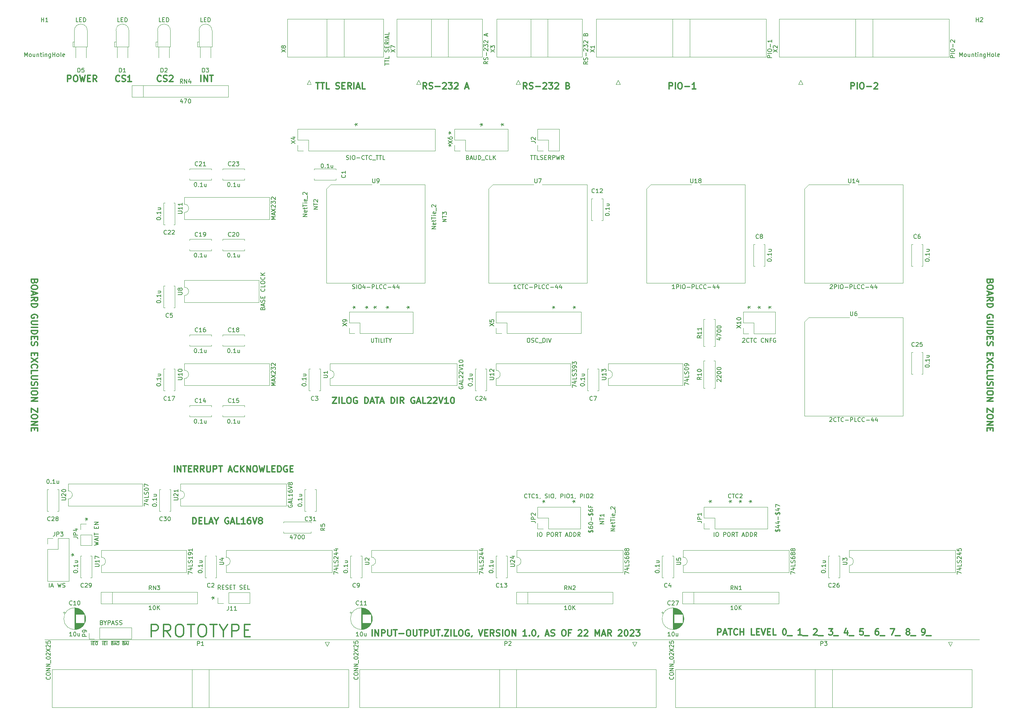
<source format=gbr>
%TF.GenerationSoftware,KiCad,Pcbnew,(6.0.11)*%
%TF.CreationDate,2023-10-31T06:11:17-04:00*%
%TF.ProjectId,input-output.Zilog,696e7075-742d-46f7-9574-7075742e5a69,rev?*%
%TF.SameCoordinates,Original*%
%TF.FileFunction,Legend,Top*%
%TF.FilePolarity,Positive*%
%FSLAX46Y46*%
G04 Gerber Fmt 4.6, Leading zero omitted, Abs format (unit mm)*
G04 Created by KiCad (PCBNEW (6.0.11)) date 2023-10-31 06:11:17*
%MOMM*%
%LPD*%
G01*
G04 APERTURE LIST*
%ADD10C,0.120000*%
%ADD11C,0.300000*%
%ADD12C,0.175000*%
%ADD13C,0.150000*%
G04 APERTURE END LIST*
D10*
X40000000Y-220000000D02*
X265000000Y-220000000D01*
D11*
X267607142Y-133785714D02*
X267535714Y-134000000D01*
X267464285Y-134071428D01*
X267321428Y-134142857D01*
X267107142Y-134142857D01*
X266964285Y-134071428D01*
X266892857Y-134000000D01*
X266821428Y-133857142D01*
X266821428Y-133285714D01*
X268321428Y-133285714D01*
X268321428Y-133785714D01*
X268250000Y-133928571D01*
X268178571Y-134000000D01*
X268035714Y-134071428D01*
X267892857Y-134071428D01*
X267750000Y-134000000D01*
X267678571Y-133928571D01*
X267607142Y-133785714D01*
X267607142Y-133285714D01*
X268321428Y-135071428D02*
X268321428Y-135357142D01*
X268250000Y-135500000D01*
X268107142Y-135642857D01*
X267821428Y-135714285D01*
X267321428Y-135714285D01*
X267035714Y-135642857D01*
X266892857Y-135500000D01*
X266821428Y-135357142D01*
X266821428Y-135071428D01*
X266892857Y-134928571D01*
X267035714Y-134785714D01*
X267321428Y-134714285D01*
X267821428Y-134714285D01*
X268107142Y-134785714D01*
X268250000Y-134928571D01*
X268321428Y-135071428D01*
X267250000Y-136285714D02*
X267250000Y-137000000D01*
X266821428Y-136142857D02*
X268321428Y-136642857D01*
X266821428Y-137142857D01*
X266821428Y-138500000D02*
X267535714Y-138000000D01*
X266821428Y-137642857D02*
X268321428Y-137642857D01*
X268321428Y-138214285D01*
X268250000Y-138357142D01*
X268178571Y-138428571D01*
X268035714Y-138500000D01*
X267821428Y-138500000D01*
X267678571Y-138428571D01*
X267607142Y-138357142D01*
X267535714Y-138214285D01*
X267535714Y-137642857D01*
X266821428Y-139142857D02*
X268321428Y-139142857D01*
X268321428Y-139500000D01*
X268250000Y-139714285D01*
X268107142Y-139857142D01*
X267964285Y-139928571D01*
X267678571Y-140000000D01*
X267464285Y-140000000D01*
X267178571Y-139928571D01*
X267035714Y-139857142D01*
X266892857Y-139714285D01*
X266821428Y-139500000D01*
X266821428Y-139142857D01*
X268250000Y-142571428D02*
X268321428Y-142428571D01*
X268321428Y-142214285D01*
X268250000Y-142000000D01*
X268107142Y-141857142D01*
X267964285Y-141785714D01*
X267678571Y-141714285D01*
X267464285Y-141714285D01*
X267178571Y-141785714D01*
X267035714Y-141857142D01*
X266892857Y-142000000D01*
X266821428Y-142214285D01*
X266821428Y-142357142D01*
X266892857Y-142571428D01*
X266964285Y-142642857D01*
X267464285Y-142642857D01*
X267464285Y-142357142D01*
X268321428Y-143285714D02*
X267107142Y-143285714D01*
X266964285Y-143357142D01*
X266892857Y-143428571D01*
X266821428Y-143571428D01*
X266821428Y-143857142D01*
X266892857Y-144000000D01*
X266964285Y-144071428D01*
X267107142Y-144142857D01*
X268321428Y-144142857D01*
X266821428Y-144857142D02*
X268321428Y-144857142D01*
X266821428Y-145571428D02*
X268321428Y-145571428D01*
X268321428Y-145928571D01*
X268250000Y-146142857D01*
X268107142Y-146285714D01*
X267964285Y-146357142D01*
X267678571Y-146428571D01*
X267464285Y-146428571D01*
X267178571Y-146357142D01*
X267035714Y-146285714D01*
X266892857Y-146142857D01*
X266821428Y-145928571D01*
X266821428Y-145571428D01*
X267607142Y-147071428D02*
X267607142Y-147571428D01*
X266821428Y-147785714D02*
X266821428Y-147071428D01*
X268321428Y-147071428D01*
X268321428Y-147785714D01*
X266892857Y-148357142D02*
X266821428Y-148571428D01*
X266821428Y-148928571D01*
X266892857Y-149071428D01*
X266964285Y-149142857D01*
X267107142Y-149214285D01*
X267250000Y-149214285D01*
X267392857Y-149142857D01*
X267464285Y-149071428D01*
X267535714Y-148928571D01*
X267607142Y-148642857D01*
X267678571Y-148500000D01*
X267750000Y-148428571D01*
X267892857Y-148357142D01*
X268035714Y-148357142D01*
X268178571Y-148428571D01*
X268250000Y-148500000D01*
X268321428Y-148642857D01*
X268321428Y-149000000D01*
X268250000Y-149214285D01*
X267607142Y-151000000D02*
X267607142Y-151500000D01*
X266821428Y-151714285D02*
X266821428Y-151000000D01*
X268321428Y-151000000D01*
X268321428Y-151714285D01*
X268321428Y-152214285D02*
X266821428Y-153214285D01*
X268321428Y-153214285D02*
X266821428Y-152214285D01*
X266964285Y-154642857D02*
X266892857Y-154571428D01*
X266821428Y-154357142D01*
X266821428Y-154214285D01*
X266892857Y-154000000D01*
X267035714Y-153857142D01*
X267178571Y-153785714D01*
X267464285Y-153714285D01*
X267678571Y-153714285D01*
X267964285Y-153785714D01*
X268107142Y-153857142D01*
X268250000Y-154000000D01*
X268321428Y-154214285D01*
X268321428Y-154357142D01*
X268250000Y-154571428D01*
X268178571Y-154642857D01*
X266821428Y-156000000D02*
X266821428Y-155285714D01*
X268321428Y-155285714D01*
X268321428Y-156500000D02*
X267107142Y-156500000D01*
X266964285Y-156571428D01*
X266892857Y-156642857D01*
X266821428Y-156785714D01*
X266821428Y-157071428D01*
X266892857Y-157214285D01*
X266964285Y-157285714D01*
X267107142Y-157357142D01*
X268321428Y-157357142D01*
X266892857Y-158000000D02*
X266821428Y-158214285D01*
X266821428Y-158571428D01*
X266892857Y-158714285D01*
X266964285Y-158785714D01*
X267107142Y-158857142D01*
X267250000Y-158857142D01*
X267392857Y-158785714D01*
X267464285Y-158714285D01*
X267535714Y-158571428D01*
X267607142Y-158285714D01*
X267678571Y-158142857D01*
X267750000Y-158071428D01*
X267892857Y-158000000D01*
X268035714Y-158000000D01*
X268178571Y-158071428D01*
X268250000Y-158142857D01*
X268321428Y-158285714D01*
X268321428Y-158642857D01*
X268250000Y-158857142D01*
X266821428Y-159500000D02*
X268321428Y-159500000D01*
X268321428Y-160500000D02*
X268321428Y-160785714D01*
X268250000Y-160928571D01*
X268107142Y-161071428D01*
X267821428Y-161142857D01*
X267321428Y-161142857D01*
X267035714Y-161071428D01*
X266892857Y-160928571D01*
X266821428Y-160785714D01*
X266821428Y-160500000D01*
X266892857Y-160357142D01*
X267035714Y-160214285D01*
X267321428Y-160142857D01*
X267821428Y-160142857D01*
X268107142Y-160214285D01*
X268250000Y-160357142D01*
X268321428Y-160500000D01*
X266821428Y-161785714D02*
X268321428Y-161785714D01*
X266821428Y-162642857D01*
X268321428Y-162642857D01*
X268321428Y-164357142D02*
X268321428Y-165357142D01*
X266821428Y-164357142D01*
X266821428Y-165357142D01*
X268321428Y-166214285D02*
X268321428Y-166500000D01*
X268250000Y-166642857D01*
X268107142Y-166785714D01*
X267821428Y-166857142D01*
X267321428Y-166857142D01*
X267035714Y-166785714D01*
X266892857Y-166642857D01*
X266821428Y-166500000D01*
X266821428Y-166214285D01*
X266892857Y-166071428D01*
X267035714Y-165928571D01*
X267321428Y-165857142D01*
X267821428Y-165857142D01*
X268107142Y-165928571D01*
X268250000Y-166071428D01*
X268321428Y-166214285D01*
X266821428Y-167500000D02*
X268321428Y-167500000D01*
X266821428Y-168357142D01*
X268321428Y-168357142D01*
X267607142Y-169071428D02*
X267607142Y-169571428D01*
X266821428Y-169785714D02*
X266821428Y-169071428D01*
X268321428Y-169071428D01*
X268321428Y-169785714D01*
X37607142Y-133785714D02*
X37535714Y-134000000D01*
X37464285Y-134071428D01*
X37321428Y-134142857D01*
X37107142Y-134142857D01*
X36964285Y-134071428D01*
X36892857Y-134000000D01*
X36821428Y-133857142D01*
X36821428Y-133285714D01*
X38321428Y-133285714D01*
X38321428Y-133785714D01*
X38250000Y-133928571D01*
X38178571Y-134000000D01*
X38035714Y-134071428D01*
X37892857Y-134071428D01*
X37750000Y-134000000D01*
X37678571Y-133928571D01*
X37607142Y-133785714D01*
X37607142Y-133285714D01*
X38321428Y-135071428D02*
X38321428Y-135357142D01*
X38250000Y-135500000D01*
X38107142Y-135642857D01*
X37821428Y-135714285D01*
X37321428Y-135714285D01*
X37035714Y-135642857D01*
X36892857Y-135500000D01*
X36821428Y-135357142D01*
X36821428Y-135071428D01*
X36892857Y-134928571D01*
X37035714Y-134785714D01*
X37321428Y-134714285D01*
X37821428Y-134714285D01*
X38107142Y-134785714D01*
X38250000Y-134928571D01*
X38321428Y-135071428D01*
X37250000Y-136285714D02*
X37250000Y-137000000D01*
X36821428Y-136142857D02*
X38321428Y-136642857D01*
X36821428Y-137142857D01*
X36821428Y-138500000D02*
X37535714Y-138000000D01*
X36821428Y-137642857D02*
X38321428Y-137642857D01*
X38321428Y-138214285D01*
X38250000Y-138357142D01*
X38178571Y-138428571D01*
X38035714Y-138500000D01*
X37821428Y-138500000D01*
X37678571Y-138428571D01*
X37607142Y-138357142D01*
X37535714Y-138214285D01*
X37535714Y-137642857D01*
X36821428Y-139142857D02*
X38321428Y-139142857D01*
X38321428Y-139500000D01*
X38250000Y-139714285D01*
X38107142Y-139857142D01*
X37964285Y-139928571D01*
X37678571Y-140000000D01*
X37464285Y-140000000D01*
X37178571Y-139928571D01*
X37035714Y-139857142D01*
X36892857Y-139714285D01*
X36821428Y-139500000D01*
X36821428Y-139142857D01*
X38250000Y-142571428D02*
X38321428Y-142428571D01*
X38321428Y-142214285D01*
X38250000Y-142000000D01*
X38107142Y-141857142D01*
X37964285Y-141785714D01*
X37678571Y-141714285D01*
X37464285Y-141714285D01*
X37178571Y-141785714D01*
X37035714Y-141857142D01*
X36892857Y-142000000D01*
X36821428Y-142214285D01*
X36821428Y-142357142D01*
X36892857Y-142571428D01*
X36964285Y-142642857D01*
X37464285Y-142642857D01*
X37464285Y-142357142D01*
X38321428Y-143285714D02*
X37107142Y-143285714D01*
X36964285Y-143357142D01*
X36892857Y-143428571D01*
X36821428Y-143571428D01*
X36821428Y-143857142D01*
X36892857Y-144000000D01*
X36964285Y-144071428D01*
X37107142Y-144142857D01*
X38321428Y-144142857D01*
X36821428Y-144857142D02*
X38321428Y-144857142D01*
X36821428Y-145571428D02*
X38321428Y-145571428D01*
X38321428Y-145928571D01*
X38250000Y-146142857D01*
X38107142Y-146285714D01*
X37964285Y-146357142D01*
X37678571Y-146428571D01*
X37464285Y-146428571D01*
X37178571Y-146357142D01*
X37035714Y-146285714D01*
X36892857Y-146142857D01*
X36821428Y-145928571D01*
X36821428Y-145571428D01*
X37607142Y-147071428D02*
X37607142Y-147571428D01*
X36821428Y-147785714D02*
X36821428Y-147071428D01*
X38321428Y-147071428D01*
X38321428Y-147785714D01*
X36892857Y-148357142D02*
X36821428Y-148571428D01*
X36821428Y-148928571D01*
X36892857Y-149071428D01*
X36964285Y-149142857D01*
X37107142Y-149214285D01*
X37250000Y-149214285D01*
X37392857Y-149142857D01*
X37464285Y-149071428D01*
X37535714Y-148928571D01*
X37607142Y-148642857D01*
X37678571Y-148500000D01*
X37750000Y-148428571D01*
X37892857Y-148357142D01*
X38035714Y-148357142D01*
X38178571Y-148428571D01*
X38250000Y-148500000D01*
X38321428Y-148642857D01*
X38321428Y-149000000D01*
X38250000Y-149214285D01*
X37607142Y-151000000D02*
X37607142Y-151500000D01*
X36821428Y-151714285D02*
X36821428Y-151000000D01*
X38321428Y-151000000D01*
X38321428Y-151714285D01*
X38321428Y-152214285D02*
X36821428Y-153214285D01*
X38321428Y-153214285D02*
X36821428Y-152214285D01*
X36964285Y-154642857D02*
X36892857Y-154571428D01*
X36821428Y-154357142D01*
X36821428Y-154214285D01*
X36892857Y-154000000D01*
X37035714Y-153857142D01*
X37178571Y-153785714D01*
X37464285Y-153714285D01*
X37678571Y-153714285D01*
X37964285Y-153785714D01*
X38107142Y-153857142D01*
X38250000Y-154000000D01*
X38321428Y-154214285D01*
X38321428Y-154357142D01*
X38250000Y-154571428D01*
X38178571Y-154642857D01*
X36821428Y-156000000D02*
X36821428Y-155285714D01*
X38321428Y-155285714D01*
X38321428Y-156500000D02*
X37107142Y-156500000D01*
X36964285Y-156571428D01*
X36892857Y-156642857D01*
X36821428Y-156785714D01*
X36821428Y-157071428D01*
X36892857Y-157214285D01*
X36964285Y-157285714D01*
X37107142Y-157357142D01*
X38321428Y-157357142D01*
X36892857Y-158000000D02*
X36821428Y-158214285D01*
X36821428Y-158571428D01*
X36892857Y-158714285D01*
X36964285Y-158785714D01*
X37107142Y-158857142D01*
X37250000Y-158857142D01*
X37392857Y-158785714D01*
X37464285Y-158714285D01*
X37535714Y-158571428D01*
X37607142Y-158285714D01*
X37678571Y-158142857D01*
X37750000Y-158071428D01*
X37892857Y-158000000D01*
X38035714Y-158000000D01*
X38178571Y-158071428D01*
X38250000Y-158142857D01*
X38321428Y-158285714D01*
X38321428Y-158642857D01*
X38250000Y-158857142D01*
X36821428Y-159500000D02*
X38321428Y-159500000D01*
X38321428Y-160500000D02*
X38321428Y-160785714D01*
X38250000Y-160928571D01*
X38107142Y-161071428D01*
X37821428Y-161142857D01*
X37321428Y-161142857D01*
X37035714Y-161071428D01*
X36892857Y-160928571D01*
X36821428Y-160785714D01*
X36821428Y-160500000D01*
X36892857Y-160357142D01*
X37035714Y-160214285D01*
X37321428Y-160142857D01*
X37821428Y-160142857D01*
X38107142Y-160214285D01*
X38250000Y-160357142D01*
X38321428Y-160500000D01*
X36821428Y-161785714D02*
X38321428Y-161785714D01*
X36821428Y-162642857D01*
X38321428Y-162642857D01*
X38321428Y-164357142D02*
X38321428Y-165357142D01*
X36821428Y-164357142D01*
X36821428Y-165357142D01*
X38321428Y-166214285D02*
X38321428Y-166500000D01*
X38250000Y-166642857D01*
X38107142Y-166785714D01*
X37821428Y-166857142D01*
X37321428Y-166857142D01*
X37035714Y-166785714D01*
X36892857Y-166642857D01*
X36821428Y-166500000D01*
X36821428Y-166214285D01*
X36892857Y-166071428D01*
X37035714Y-165928571D01*
X37321428Y-165857142D01*
X37821428Y-165857142D01*
X38107142Y-165928571D01*
X38250000Y-166071428D01*
X38321428Y-166214285D01*
X36821428Y-167500000D02*
X38321428Y-167500000D01*
X36821428Y-168357142D01*
X38321428Y-168357142D01*
X37607142Y-169071428D02*
X37607142Y-169571428D01*
X36821428Y-169785714D02*
X36821428Y-169071428D01*
X38321428Y-169071428D01*
X38321428Y-169785714D01*
X77642857Y-85678571D02*
X77642857Y-84178571D01*
X78357142Y-85678571D02*
X78357142Y-84178571D01*
X79214285Y-85678571D01*
X79214285Y-84178571D01*
X79714285Y-84178571D02*
X80571428Y-84178571D01*
X80142857Y-85678571D02*
X80142857Y-84178571D01*
X58035714Y-85535714D02*
X57964285Y-85607142D01*
X57750000Y-85678571D01*
X57607142Y-85678571D01*
X57392857Y-85607142D01*
X57250000Y-85464285D01*
X57178571Y-85321428D01*
X57107142Y-85035714D01*
X57107142Y-84821428D01*
X57178571Y-84535714D01*
X57250000Y-84392857D01*
X57392857Y-84250000D01*
X57607142Y-84178571D01*
X57750000Y-84178571D01*
X57964285Y-84250000D01*
X58035714Y-84321428D01*
X58607142Y-85607142D02*
X58821428Y-85678571D01*
X59178571Y-85678571D01*
X59321428Y-85607142D01*
X59392857Y-85535714D01*
X59464285Y-85392857D01*
X59464285Y-85250000D01*
X59392857Y-85107142D01*
X59321428Y-85035714D01*
X59178571Y-84964285D01*
X58892857Y-84892857D01*
X58750000Y-84821428D01*
X58678571Y-84750000D01*
X58607142Y-84607142D01*
X58607142Y-84464285D01*
X58678571Y-84321428D01*
X58750000Y-84250000D01*
X58892857Y-84178571D01*
X59250000Y-84178571D01*
X59464285Y-84250000D01*
X60892857Y-85678571D02*
X60035714Y-85678571D01*
X60464285Y-85678571D02*
X60464285Y-84178571D01*
X60321428Y-84392857D01*
X60178571Y-84535714D01*
X60035714Y-84607142D01*
X68035714Y-85535714D02*
X67964285Y-85607142D01*
X67750000Y-85678571D01*
X67607142Y-85678571D01*
X67392857Y-85607142D01*
X67250000Y-85464285D01*
X67178571Y-85321428D01*
X67107142Y-85035714D01*
X67107142Y-84821428D01*
X67178571Y-84535714D01*
X67250000Y-84392857D01*
X67392857Y-84250000D01*
X67607142Y-84178571D01*
X67750000Y-84178571D01*
X67964285Y-84250000D01*
X68035714Y-84321428D01*
X68607142Y-85607142D02*
X68821428Y-85678571D01*
X69178571Y-85678571D01*
X69321428Y-85607142D01*
X69392857Y-85535714D01*
X69464285Y-85392857D01*
X69464285Y-85250000D01*
X69392857Y-85107142D01*
X69321428Y-85035714D01*
X69178571Y-84964285D01*
X68892857Y-84892857D01*
X68750000Y-84821428D01*
X68678571Y-84750000D01*
X68607142Y-84607142D01*
X68607142Y-84464285D01*
X68678571Y-84321428D01*
X68750000Y-84250000D01*
X68892857Y-84178571D01*
X69250000Y-84178571D01*
X69464285Y-84250000D01*
X70035714Y-84321428D02*
X70107142Y-84250000D01*
X70250000Y-84178571D01*
X70607142Y-84178571D01*
X70750000Y-84250000D01*
X70821428Y-84321428D01*
X70892857Y-84464285D01*
X70892857Y-84607142D01*
X70821428Y-84821428D01*
X69964285Y-85678571D01*
X70892857Y-85678571D01*
D12*
X53850000Y-220419000D02*
X54183333Y-220419000D01*
X54016666Y-221316666D02*
X54016666Y-220616666D01*
X54183333Y-220419000D02*
X54816666Y-220419000D01*
X54350000Y-220950000D02*
X54583333Y-220950000D01*
X54683333Y-221316666D02*
X54350000Y-221316666D01*
X54350000Y-220616666D01*
X54683333Y-220616666D01*
X54816666Y-220419000D02*
X55150000Y-220419000D01*
X54983333Y-221316666D02*
X54983333Y-220616666D01*
X55983333Y-220419000D02*
X56683333Y-220419000D01*
X56383333Y-220950000D02*
X56483333Y-220983333D01*
X56516666Y-221016666D01*
X56550000Y-221083333D01*
X56550000Y-221183333D01*
X56516666Y-221250000D01*
X56483333Y-221283333D01*
X56416666Y-221316666D01*
X56150000Y-221316666D01*
X56150000Y-220616666D01*
X56383333Y-220616666D01*
X56450000Y-220650000D01*
X56483333Y-220683333D01*
X56516666Y-220750000D01*
X56516666Y-220816666D01*
X56483333Y-220883333D01*
X56450000Y-220916666D01*
X56383333Y-220950000D01*
X56150000Y-220950000D01*
X56683333Y-220419000D02*
X57283333Y-220419000D01*
X56816666Y-221116666D02*
X57150000Y-221116666D01*
X56750000Y-221316666D02*
X56983333Y-220616666D01*
X57216666Y-221316666D01*
X57283333Y-220419000D02*
X58016666Y-220419000D01*
X57583333Y-220616666D02*
X57716666Y-220616666D01*
X57783333Y-220650000D01*
X57850000Y-220716666D01*
X57883333Y-220850000D01*
X57883333Y-221083333D01*
X57850000Y-221216666D01*
X57783333Y-221283333D01*
X57716666Y-221316666D01*
X57583333Y-221316666D01*
X57516666Y-221283333D01*
X57450000Y-221216666D01*
X57416666Y-221083333D01*
X57416666Y-220850000D01*
X57450000Y-220716666D01*
X57516666Y-220650000D01*
X57583333Y-220616666D01*
X58683333Y-220419000D02*
X59383333Y-220419000D01*
X59083333Y-220950000D02*
X59183333Y-220983333D01*
X59216666Y-221016666D01*
X59250000Y-221083333D01*
X59250000Y-221183333D01*
X59216666Y-221250000D01*
X59183333Y-221283333D01*
X59116666Y-221316666D01*
X58850000Y-221316666D01*
X58850000Y-220616666D01*
X59083333Y-220616666D01*
X59150000Y-220650000D01*
X59183333Y-220683333D01*
X59216666Y-220750000D01*
X59216666Y-220816666D01*
X59183333Y-220883333D01*
X59150000Y-220916666D01*
X59083333Y-220950000D01*
X58850000Y-220950000D01*
X59383333Y-220419000D02*
X59983333Y-220419000D01*
X59516666Y-221116666D02*
X59850000Y-221116666D01*
X59450000Y-221316666D02*
X59683333Y-220616666D01*
X59916666Y-221316666D01*
X59983333Y-220419000D02*
X60316666Y-220419000D01*
X60150000Y-221316666D02*
X60150000Y-220616666D01*
D13*
X144789870Y-96039019D02*
X145147013Y-96039019D01*
X145004156Y-96396161D02*
X145147013Y-96039019D01*
X145004156Y-95681876D01*
X145432727Y-96253304D02*
X145147013Y-96039019D01*
X145432727Y-95824733D01*
D11*
X118821428Y-219178571D02*
X118821428Y-217678571D01*
X119535714Y-219178571D02*
X119535714Y-217678571D01*
X120392857Y-219178571D01*
X120392857Y-217678571D01*
X121107142Y-219178571D02*
X121107142Y-217678571D01*
X121678571Y-217678571D01*
X121821428Y-217750000D01*
X121892857Y-217821428D01*
X121964285Y-217964285D01*
X121964285Y-218178571D01*
X121892857Y-218321428D01*
X121821428Y-218392857D01*
X121678571Y-218464285D01*
X121107142Y-218464285D01*
X122607142Y-217678571D02*
X122607142Y-218892857D01*
X122678571Y-219035714D01*
X122750000Y-219107142D01*
X122892857Y-219178571D01*
X123178571Y-219178571D01*
X123321428Y-219107142D01*
X123392857Y-219035714D01*
X123464285Y-218892857D01*
X123464285Y-217678571D01*
X123964285Y-217678571D02*
X124821428Y-217678571D01*
X124392857Y-219178571D02*
X124392857Y-217678571D01*
X125321428Y-218607142D02*
X126464285Y-218607142D01*
X127464285Y-217678571D02*
X127750000Y-217678571D01*
X127892857Y-217750000D01*
X128035714Y-217892857D01*
X128107142Y-218178571D01*
X128107142Y-218678571D01*
X128035714Y-218964285D01*
X127892857Y-219107142D01*
X127750000Y-219178571D01*
X127464285Y-219178571D01*
X127321428Y-219107142D01*
X127178571Y-218964285D01*
X127107142Y-218678571D01*
X127107142Y-218178571D01*
X127178571Y-217892857D01*
X127321428Y-217750000D01*
X127464285Y-217678571D01*
X128750000Y-217678571D02*
X128750000Y-218892857D01*
X128821428Y-219035714D01*
X128892857Y-219107142D01*
X129035714Y-219178571D01*
X129321428Y-219178571D01*
X129464285Y-219107142D01*
X129535714Y-219035714D01*
X129607142Y-218892857D01*
X129607142Y-217678571D01*
X130107142Y-217678571D02*
X130964285Y-217678571D01*
X130535714Y-219178571D02*
X130535714Y-217678571D01*
X131464285Y-219178571D02*
X131464285Y-217678571D01*
X132035714Y-217678571D01*
X132178571Y-217750000D01*
X132250000Y-217821428D01*
X132321428Y-217964285D01*
X132321428Y-218178571D01*
X132250000Y-218321428D01*
X132178571Y-218392857D01*
X132035714Y-218464285D01*
X131464285Y-218464285D01*
X132964285Y-217678571D02*
X132964285Y-218892857D01*
X133035714Y-219035714D01*
X133107142Y-219107142D01*
X133250000Y-219178571D01*
X133535714Y-219178571D01*
X133678571Y-219107142D01*
X133750000Y-219035714D01*
X133821428Y-218892857D01*
X133821428Y-217678571D01*
X134321428Y-217678571D02*
X135178571Y-217678571D01*
X134750000Y-219178571D02*
X134750000Y-217678571D01*
X135678571Y-219035714D02*
X135750000Y-219107142D01*
X135678571Y-219178571D01*
X135607142Y-219107142D01*
X135678571Y-219035714D01*
X135678571Y-219178571D01*
X136250000Y-217678571D02*
X137250000Y-217678571D01*
X136250000Y-219178571D01*
X137250000Y-219178571D01*
X137821428Y-219178571D02*
X137821428Y-217678571D01*
X139250000Y-219178571D02*
X138535714Y-219178571D01*
X138535714Y-217678571D01*
X140035714Y-217678571D02*
X140321428Y-217678571D01*
X140464285Y-217750000D01*
X140607142Y-217892857D01*
X140678571Y-218178571D01*
X140678571Y-218678571D01*
X140607142Y-218964285D01*
X140464285Y-219107142D01*
X140321428Y-219178571D01*
X140035714Y-219178571D01*
X139892857Y-219107142D01*
X139750000Y-218964285D01*
X139678571Y-218678571D01*
X139678571Y-218178571D01*
X139750000Y-217892857D01*
X139892857Y-217750000D01*
X140035714Y-217678571D01*
X142107142Y-217750000D02*
X141964285Y-217678571D01*
X141750000Y-217678571D01*
X141535714Y-217750000D01*
X141392857Y-217892857D01*
X141321428Y-218035714D01*
X141250000Y-218321428D01*
X141250000Y-218535714D01*
X141321428Y-218821428D01*
X141392857Y-218964285D01*
X141535714Y-219107142D01*
X141750000Y-219178571D01*
X141892857Y-219178571D01*
X142107142Y-219107142D01*
X142178571Y-219035714D01*
X142178571Y-218535714D01*
X141892857Y-218535714D01*
X142892857Y-219107142D02*
X142892857Y-219178571D01*
X142821428Y-219321428D01*
X142750000Y-219392857D01*
X144464285Y-217678571D02*
X144964285Y-219178571D01*
X145464285Y-217678571D01*
X145964285Y-218392857D02*
X146464285Y-218392857D01*
X146678571Y-219178571D02*
X145964285Y-219178571D01*
X145964285Y-217678571D01*
X146678571Y-217678571D01*
X148178571Y-219178571D02*
X147678571Y-218464285D01*
X147321428Y-219178571D02*
X147321428Y-217678571D01*
X147892857Y-217678571D01*
X148035714Y-217750000D01*
X148107142Y-217821428D01*
X148178571Y-217964285D01*
X148178571Y-218178571D01*
X148107142Y-218321428D01*
X148035714Y-218392857D01*
X147892857Y-218464285D01*
X147321428Y-218464285D01*
X148750000Y-219107142D02*
X148964285Y-219178571D01*
X149321428Y-219178571D01*
X149464285Y-219107142D01*
X149535714Y-219035714D01*
X149607142Y-218892857D01*
X149607142Y-218750000D01*
X149535714Y-218607142D01*
X149464285Y-218535714D01*
X149321428Y-218464285D01*
X149035714Y-218392857D01*
X148892857Y-218321428D01*
X148821428Y-218250000D01*
X148750000Y-218107142D01*
X148750000Y-217964285D01*
X148821428Y-217821428D01*
X148892857Y-217750000D01*
X149035714Y-217678571D01*
X149392857Y-217678571D01*
X149607142Y-217750000D01*
X150250000Y-219178571D02*
X150250000Y-217678571D01*
X151250000Y-217678571D02*
X151535714Y-217678571D01*
X151678571Y-217750000D01*
X151821428Y-217892857D01*
X151892857Y-218178571D01*
X151892857Y-218678571D01*
X151821428Y-218964285D01*
X151678571Y-219107142D01*
X151535714Y-219178571D01*
X151250000Y-219178571D01*
X151107142Y-219107142D01*
X150964285Y-218964285D01*
X150892857Y-218678571D01*
X150892857Y-218178571D01*
X150964285Y-217892857D01*
X151107142Y-217750000D01*
X151250000Y-217678571D01*
X152535714Y-219178571D02*
X152535714Y-217678571D01*
X153392857Y-219178571D01*
X153392857Y-217678571D01*
X156035714Y-219178571D02*
X155178571Y-219178571D01*
X155607142Y-219178571D02*
X155607142Y-217678571D01*
X155464285Y-217892857D01*
X155321428Y-218035714D01*
X155178571Y-218107142D01*
X156678571Y-219035714D02*
X156750000Y-219107142D01*
X156678571Y-219178571D01*
X156607142Y-219107142D01*
X156678571Y-219035714D01*
X156678571Y-219178571D01*
X157678571Y-217678571D02*
X157821428Y-217678571D01*
X157964285Y-217750000D01*
X158035714Y-217821428D01*
X158107142Y-217964285D01*
X158178571Y-218250000D01*
X158178571Y-218607142D01*
X158107142Y-218892857D01*
X158035714Y-219035714D01*
X157964285Y-219107142D01*
X157821428Y-219178571D01*
X157678571Y-219178571D01*
X157535714Y-219107142D01*
X157464285Y-219035714D01*
X157392857Y-218892857D01*
X157321428Y-218607142D01*
X157321428Y-218250000D01*
X157392857Y-217964285D01*
X157464285Y-217821428D01*
X157535714Y-217750000D01*
X157678571Y-217678571D01*
X158892857Y-219107142D02*
X158892857Y-219178571D01*
X158821428Y-219321428D01*
X158750000Y-219392857D01*
X160607142Y-218750000D02*
X161321428Y-218750000D01*
X160464285Y-219178571D02*
X160964285Y-217678571D01*
X161464285Y-219178571D01*
X161892857Y-219107142D02*
X162107142Y-219178571D01*
X162464285Y-219178571D01*
X162607142Y-219107142D01*
X162678571Y-219035714D01*
X162750000Y-218892857D01*
X162750000Y-218750000D01*
X162678571Y-218607142D01*
X162607142Y-218535714D01*
X162464285Y-218464285D01*
X162178571Y-218392857D01*
X162035714Y-218321428D01*
X161964285Y-218250000D01*
X161892857Y-218107142D01*
X161892857Y-217964285D01*
X161964285Y-217821428D01*
X162035714Y-217750000D01*
X162178571Y-217678571D01*
X162535714Y-217678571D01*
X162750000Y-217750000D01*
X164821428Y-217678571D02*
X165107142Y-217678571D01*
X165250000Y-217750000D01*
X165392857Y-217892857D01*
X165464285Y-218178571D01*
X165464285Y-218678571D01*
X165392857Y-218964285D01*
X165250000Y-219107142D01*
X165107142Y-219178571D01*
X164821428Y-219178571D01*
X164678571Y-219107142D01*
X164535714Y-218964285D01*
X164464285Y-218678571D01*
X164464285Y-218178571D01*
X164535714Y-217892857D01*
X164678571Y-217750000D01*
X164821428Y-217678571D01*
X166607142Y-218392857D02*
X166107142Y-218392857D01*
X166107142Y-219178571D02*
X166107142Y-217678571D01*
X166821428Y-217678571D01*
X168464285Y-217821428D02*
X168535714Y-217750000D01*
X168678571Y-217678571D01*
X169035714Y-217678571D01*
X169178571Y-217750000D01*
X169250000Y-217821428D01*
X169321428Y-217964285D01*
X169321428Y-218107142D01*
X169250000Y-218321428D01*
X168392857Y-219178571D01*
X169321428Y-219178571D01*
X169892857Y-217821428D02*
X169964285Y-217750000D01*
X170107142Y-217678571D01*
X170464285Y-217678571D01*
X170607142Y-217750000D01*
X170678571Y-217821428D01*
X170750000Y-217964285D01*
X170750000Y-218107142D01*
X170678571Y-218321428D01*
X169821428Y-219178571D01*
X170750000Y-219178571D01*
X172535714Y-219178571D02*
X172535714Y-217678571D01*
X173035714Y-218750000D01*
X173535714Y-217678571D01*
X173535714Y-219178571D01*
X174178571Y-218750000D02*
X174892857Y-218750000D01*
X174035714Y-219178571D02*
X174535714Y-217678571D01*
X175035714Y-219178571D01*
X176392857Y-219178571D02*
X175892857Y-218464285D01*
X175535714Y-219178571D02*
X175535714Y-217678571D01*
X176107142Y-217678571D01*
X176250000Y-217750000D01*
X176321428Y-217821428D01*
X176392857Y-217964285D01*
X176392857Y-218178571D01*
X176321428Y-218321428D01*
X176250000Y-218392857D01*
X176107142Y-218464285D01*
X175535714Y-218464285D01*
X178107142Y-217821428D02*
X178178571Y-217750000D01*
X178321428Y-217678571D01*
X178678571Y-217678571D01*
X178821428Y-217750000D01*
X178892857Y-217821428D01*
X178964285Y-217964285D01*
X178964285Y-218107142D01*
X178892857Y-218321428D01*
X178035714Y-219178571D01*
X178964285Y-219178571D01*
X179892857Y-217678571D02*
X180035714Y-217678571D01*
X180178571Y-217750000D01*
X180250000Y-217821428D01*
X180321428Y-217964285D01*
X180392857Y-218250000D01*
X180392857Y-218607142D01*
X180321428Y-218892857D01*
X180250000Y-219035714D01*
X180178571Y-219107142D01*
X180035714Y-219178571D01*
X179892857Y-219178571D01*
X179750000Y-219107142D01*
X179678571Y-219035714D01*
X179607142Y-218892857D01*
X179535714Y-218607142D01*
X179535714Y-218250000D01*
X179607142Y-217964285D01*
X179678571Y-217821428D01*
X179750000Y-217750000D01*
X179892857Y-217678571D01*
X180964285Y-217821428D02*
X181035714Y-217750000D01*
X181178571Y-217678571D01*
X181535714Y-217678571D01*
X181678571Y-217750000D01*
X181750000Y-217821428D01*
X181821428Y-217964285D01*
X181821428Y-218107142D01*
X181750000Y-218321428D01*
X180892857Y-219178571D01*
X181821428Y-219178571D01*
X182321428Y-217678571D02*
X183250000Y-217678571D01*
X182750000Y-218250000D01*
X182964285Y-218250000D01*
X183107142Y-218321428D01*
X183178571Y-218392857D01*
X183250000Y-218535714D01*
X183250000Y-218892857D01*
X183178571Y-219035714D01*
X183107142Y-219107142D01*
X182964285Y-219178571D01*
X182535714Y-219178571D01*
X182392857Y-219107142D01*
X182321428Y-219035714D01*
D13*
X137178571Y-101000000D02*
X137535714Y-101000000D01*
X137392857Y-101357142D02*
X137535714Y-101000000D01*
X137392857Y-100642857D01*
X137821428Y-101214285D02*
X137535714Y-101000000D01*
X137821428Y-100785714D01*
X209178571Y-140000000D02*
X209535714Y-140000000D01*
X209392857Y-140357142D02*
X209535714Y-140000000D01*
X209392857Y-139642857D01*
X209821428Y-140214285D02*
X209535714Y-140000000D01*
X209821428Y-139785714D01*
X214178571Y-140000000D02*
X214535714Y-140000000D01*
X214392857Y-140357142D02*
X214535714Y-140000000D01*
X214392857Y-139642857D01*
X214821428Y-140214285D02*
X214535714Y-140000000D01*
X214821428Y-139785714D01*
D11*
X202000000Y-218928571D02*
X202000000Y-217428571D01*
X202571428Y-217428571D01*
X202714285Y-217500000D01*
X202785714Y-217571428D01*
X202857142Y-217714285D01*
X202857142Y-217928571D01*
X202785714Y-218071428D01*
X202714285Y-218142857D01*
X202571428Y-218214285D01*
X202000000Y-218214285D01*
X203428571Y-218500000D02*
X204142857Y-218500000D01*
X203285714Y-218928571D02*
X203785714Y-217428571D01*
X204285714Y-218928571D01*
X204571428Y-217428571D02*
X205428571Y-217428571D01*
X205000000Y-218928571D02*
X205000000Y-217428571D01*
X206785714Y-218785714D02*
X206714285Y-218857142D01*
X206500000Y-218928571D01*
X206357142Y-218928571D01*
X206142857Y-218857142D01*
X206000000Y-218714285D01*
X205928571Y-218571428D01*
X205857142Y-218285714D01*
X205857142Y-218071428D01*
X205928571Y-217785714D01*
X206000000Y-217642857D01*
X206142857Y-217500000D01*
X206357142Y-217428571D01*
X206500000Y-217428571D01*
X206714285Y-217500000D01*
X206785714Y-217571428D01*
X207428571Y-218928571D02*
X207428571Y-217428571D01*
X207428571Y-218142857D02*
X208285714Y-218142857D01*
X208285714Y-218928571D02*
X208285714Y-217428571D01*
X210857142Y-218928571D02*
X210142857Y-218928571D01*
X210142857Y-217428571D01*
X211357142Y-218142857D02*
X211857142Y-218142857D01*
X212071428Y-218928571D02*
X211357142Y-218928571D01*
X211357142Y-217428571D01*
X212071428Y-217428571D01*
X212500000Y-217428571D02*
X213000000Y-218928571D01*
X213500000Y-217428571D01*
X214000000Y-218142857D02*
X214500000Y-218142857D01*
X214714285Y-218928571D02*
X214000000Y-218928571D01*
X214000000Y-217428571D01*
X214714285Y-217428571D01*
X216071428Y-218928571D02*
X215357142Y-218928571D01*
X215357142Y-217428571D01*
X218000000Y-217428571D02*
X218142857Y-217428571D01*
X218285714Y-217500000D01*
X218357142Y-217571428D01*
X218428571Y-217714285D01*
X218500000Y-218000000D01*
X218500000Y-218357142D01*
X218428571Y-218642857D01*
X218357142Y-218785714D01*
X218285714Y-218857142D01*
X218142857Y-218928571D01*
X218000000Y-218928571D01*
X217857142Y-218857142D01*
X217785714Y-218785714D01*
X217714285Y-218642857D01*
X217642857Y-218357142D01*
X217642857Y-218000000D01*
X217714285Y-217714285D01*
X217785714Y-217571428D01*
X217857142Y-217500000D01*
X218000000Y-217428571D01*
X218785714Y-219071428D02*
X219928571Y-219071428D01*
X222214285Y-218928571D02*
X221357142Y-218928571D01*
X221785714Y-218928571D02*
X221785714Y-217428571D01*
X221642857Y-217642857D01*
X221500000Y-217785714D01*
X221357142Y-217857142D01*
X222500000Y-219071428D02*
X223642857Y-219071428D01*
X225071428Y-217571428D02*
X225142857Y-217500000D01*
X225285714Y-217428571D01*
X225642857Y-217428571D01*
X225785714Y-217500000D01*
X225857142Y-217571428D01*
X225928571Y-217714285D01*
X225928571Y-217857142D01*
X225857142Y-218071428D01*
X225000000Y-218928571D01*
X225928571Y-218928571D01*
X226214285Y-219071428D02*
X227357142Y-219071428D01*
X228714285Y-217428571D02*
X229642857Y-217428571D01*
X229142857Y-218000000D01*
X229357142Y-218000000D01*
X229500000Y-218071428D01*
X229571428Y-218142857D01*
X229642857Y-218285714D01*
X229642857Y-218642857D01*
X229571428Y-218785714D01*
X229500000Y-218857142D01*
X229357142Y-218928571D01*
X228928571Y-218928571D01*
X228785714Y-218857142D01*
X228714285Y-218785714D01*
X229928571Y-219071428D02*
X231071428Y-219071428D01*
X233214285Y-217928571D02*
X233214285Y-218928571D01*
X232857142Y-217357142D02*
X232500000Y-218428571D01*
X233428571Y-218428571D01*
X233642857Y-219071428D02*
X234785714Y-219071428D01*
X237000000Y-217428571D02*
X236285714Y-217428571D01*
X236214285Y-218142857D01*
X236285714Y-218071428D01*
X236428571Y-218000000D01*
X236785714Y-218000000D01*
X236928571Y-218071428D01*
X237000000Y-218142857D01*
X237071428Y-218285714D01*
X237071428Y-218642857D01*
X237000000Y-218785714D01*
X236928571Y-218857142D01*
X236785714Y-218928571D01*
X236428571Y-218928571D01*
X236285714Y-218857142D01*
X236214285Y-218785714D01*
X237357142Y-219071428D02*
X238499999Y-219071428D01*
X240642857Y-217428571D02*
X240357142Y-217428571D01*
X240214285Y-217500000D01*
X240142857Y-217571428D01*
X239999999Y-217785714D01*
X239928571Y-218071428D01*
X239928571Y-218642857D01*
X239999999Y-218785714D01*
X240071428Y-218857142D01*
X240214285Y-218928571D01*
X240499999Y-218928571D01*
X240642857Y-218857142D01*
X240714285Y-218785714D01*
X240785714Y-218642857D01*
X240785714Y-218285714D01*
X240714285Y-218142857D01*
X240642857Y-218071428D01*
X240499999Y-218000000D01*
X240214285Y-218000000D01*
X240071428Y-218071428D01*
X239999999Y-218142857D01*
X239928571Y-218285714D01*
X241071428Y-219071428D02*
X242214285Y-219071428D01*
X243571428Y-217428571D02*
X244571428Y-217428571D01*
X243928571Y-218928571D01*
X244785714Y-219071428D02*
X245928571Y-219071428D01*
X247642857Y-218071428D02*
X247499999Y-218000000D01*
X247428571Y-217928571D01*
X247357142Y-217785714D01*
X247357142Y-217714285D01*
X247428571Y-217571428D01*
X247499999Y-217500000D01*
X247642857Y-217428571D01*
X247928571Y-217428571D01*
X248071428Y-217500000D01*
X248142857Y-217571428D01*
X248214285Y-217714285D01*
X248214285Y-217785714D01*
X248142857Y-217928571D01*
X248071428Y-218000000D01*
X247928571Y-218071428D01*
X247642857Y-218071428D01*
X247499999Y-218142857D01*
X247428571Y-218214285D01*
X247357142Y-218357142D01*
X247357142Y-218642857D01*
X247428571Y-218785714D01*
X247499999Y-218857142D01*
X247642857Y-218928571D01*
X247928571Y-218928571D01*
X248071428Y-218857142D01*
X248142857Y-218785714D01*
X248214285Y-218642857D01*
X248214285Y-218357142D01*
X248142857Y-218214285D01*
X248071428Y-218142857D01*
X247928571Y-218071428D01*
X248499999Y-219071428D02*
X249642857Y-219071428D01*
X251214285Y-218928571D02*
X251499999Y-218928571D01*
X251642857Y-218857142D01*
X251714285Y-218785714D01*
X251857142Y-218571428D01*
X251928571Y-218285714D01*
X251928571Y-217714285D01*
X251857142Y-217571428D01*
X251785714Y-217500000D01*
X251642857Y-217428571D01*
X251357142Y-217428571D01*
X251214285Y-217500000D01*
X251142857Y-217571428D01*
X251071428Y-217714285D01*
X251071428Y-218071428D01*
X251142857Y-218214285D01*
X251214285Y-218285714D01*
X251357142Y-218357142D01*
X251642857Y-218357142D01*
X251785714Y-218285714D01*
X251857142Y-218214285D01*
X251928571Y-218071428D01*
X252214285Y-219071428D02*
X253357142Y-219071428D01*
D13*
X114178571Y-140000000D02*
X114535714Y-140000000D01*
X114392857Y-140357142D02*
X114535714Y-140000000D01*
X114392857Y-139642857D01*
X114821428Y-140214285D02*
X114535714Y-140000000D01*
X114821428Y-139785714D01*
X114618054Y-95975479D02*
X114975197Y-95975479D01*
X114832340Y-96332621D02*
X114975197Y-95975479D01*
X114832340Y-95618336D01*
X115260911Y-96189764D02*
X114975197Y-95975479D01*
X115260911Y-95761193D01*
D11*
X131964285Y-87428571D02*
X131464285Y-86714285D01*
X131107142Y-87428571D02*
X131107142Y-85928571D01*
X131678571Y-85928571D01*
X131821428Y-86000000D01*
X131892857Y-86071428D01*
X131964285Y-86214285D01*
X131964285Y-86428571D01*
X131892857Y-86571428D01*
X131821428Y-86642857D01*
X131678571Y-86714285D01*
X131107142Y-86714285D01*
X132535714Y-87357142D02*
X132750000Y-87428571D01*
X133107142Y-87428571D01*
X133250000Y-87357142D01*
X133321428Y-87285714D01*
X133392857Y-87142857D01*
X133392857Y-87000000D01*
X133321428Y-86857142D01*
X133250000Y-86785714D01*
X133107142Y-86714285D01*
X132821428Y-86642857D01*
X132678571Y-86571428D01*
X132607142Y-86500000D01*
X132535714Y-86357142D01*
X132535714Y-86214285D01*
X132607142Y-86071428D01*
X132678571Y-86000000D01*
X132821428Y-85928571D01*
X133178571Y-85928571D01*
X133392857Y-86000000D01*
X134035714Y-86857142D02*
X135178571Y-86857142D01*
X135821428Y-86071428D02*
X135892857Y-86000000D01*
X136035714Y-85928571D01*
X136392857Y-85928571D01*
X136535714Y-86000000D01*
X136607142Y-86071428D01*
X136678571Y-86214285D01*
X136678571Y-86357142D01*
X136607142Y-86571428D01*
X135750000Y-87428571D01*
X136678571Y-87428571D01*
X137178571Y-85928571D02*
X138107142Y-85928571D01*
X137607142Y-86500000D01*
X137821428Y-86500000D01*
X137964285Y-86571428D01*
X138035714Y-86642857D01*
X138107142Y-86785714D01*
X138107142Y-87142857D01*
X138035714Y-87285714D01*
X137964285Y-87357142D01*
X137821428Y-87428571D01*
X137392857Y-87428571D01*
X137250000Y-87357142D01*
X137178571Y-87285714D01*
X138678571Y-86071428D02*
X138750000Y-86000000D01*
X138892857Y-85928571D01*
X139250000Y-85928571D01*
X139392857Y-86000000D01*
X139464285Y-86071428D01*
X139535714Y-86214285D01*
X139535714Y-86357142D01*
X139464285Y-86571428D01*
X138607142Y-87428571D01*
X139535714Y-87428571D01*
X141250000Y-87000000D02*
X141964285Y-87000000D01*
X141107142Y-87428571D02*
X141607142Y-85928571D01*
X142107142Y-87428571D01*
D13*
X171904761Y-194238095D02*
X171952380Y-194095238D01*
X171952380Y-193857142D01*
X171904761Y-193761904D01*
X171857142Y-193714285D01*
X171761904Y-193666666D01*
X171666666Y-193666666D01*
X171571428Y-193714285D01*
X171523809Y-193761904D01*
X171476190Y-193857142D01*
X171428571Y-194047619D01*
X171380952Y-194142857D01*
X171333333Y-194190476D01*
X171238095Y-194238095D01*
X171142857Y-194238095D01*
X171047619Y-194190476D01*
X171000000Y-194142857D01*
X170952380Y-194047619D01*
X170952380Y-193809523D01*
X171000000Y-193666666D01*
X170809523Y-193952380D02*
X172095238Y-193952380D01*
X170952380Y-192809523D02*
X170952380Y-193000000D01*
X171000000Y-193095238D01*
X171047619Y-193142857D01*
X171190476Y-193238095D01*
X171380952Y-193285714D01*
X171761904Y-193285714D01*
X171857142Y-193238095D01*
X171904761Y-193190476D01*
X171952380Y-193095238D01*
X171952380Y-192904761D01*
X171904761Y-192809523D01*
X171857142Y-192761904D01*
X171761904Y-192714285D01*
X171523809Y-192714285D01*
X171428571Y-192761904D01*
X171380952Y-192809523D01*
X171333333Y-192904761D01*
X171333333Y-193095238D01*
X171380952Y-193190476D01*
X171428571Y-193238095D01*
X171523809Y-193285714D01*
X170952380Y-192095238D02*
X170952380Y-192000000D01*
X171000000Y-191904761D01*
X171047619Y-191857142D01*
X171142857Y-191809523D01*
X171333333Y-191761904D01*
X171571428Y-191761904D01*
X171761904Y-191809523D01*
X171857142Y-191857142D01*
X171904761Y-191904761D01*
X171952380Y-192000000D01*
X171952380Y-192095238D01*
X171904761Y-192190476D01*
X171857142Y-192238095D01*
X171761904Y-192285714D01*
X171571428Y-192333333D01*
X171333333Y-192333333D01*
X171142857Y-192285714D01*
X171047619Y-192238095D01*
X171000000Y-192190476D01*
X170952380Y-192095238D01*
X171571428Y-191333333D02*
X171571428Y-190571428D01*
X171904761Y-190142857D02*
X171952380Y-190000000D01*
X171952380Y-189761904D01*
X171904761Y-189666666D01*
X171857142Y-189619047D01*
X171761904Y-189571428D01*
X171666666Y-189571428D01*
X171571428Y-189619047D01*
X171523809Y-189666666D01*
X171476190Y-189761904D01*
X171428571Y-189952380D01*
X171380952Y-190047619D01*
X171333333Y-190095238D01*
X171238095Y-190142857D01*
X171142857Y-190142857D01*
X171047619Y-190095238D01*
X171000000Y-190047619D01*
X170952380Y-189952380D01*
X170952380Y-189714285D01*
X171000000Y-189571428D01*
X170809523Y-189857142D02*
X172095238Y-189857142D01*
X170952380Y-188714285D02*
X170952380Y-188904761D01*
X171000000Y-189000000D01*
X171047619Y-189047619D01*
X171190476Y-189142857D01*
X171380952Y-189190476D01*
X171761904Y-189190476D01*
X171857142Y-189142857D01*
X171904761Y-189095238D01*
X171952380Y-189000000D01*
X171952380Y-188809523D01*
X171904761Y-188714285D01*
X171857142Y-188666666D01*
X171761904Y-188619047D01*
X171523809Y-188619047D01*
X171428571Y-188666666D01*
X171380952Y-188714285D01*
X171333333Y-188809523D01*
X171333333Y-189000000D01*
X171380952Y-189095238D01*
X171428571Y-189142857D01*
X171523809Y-189190476D01*
X171428571Y-187857142D02*
X171428571Y-188190476D01*
X171952380Y-188190476D02*
X170952380Y-188190476D01*
X170952380Y-187714285D01*
X137178571Y-98000000D02*
X137535714Y-98000000D01*
X137392857Y-98357142D02*
X137535714Y-98000000D01*
X137392857Y-97642857D01*
X137821428Y-98214285D02*
X137535714Y-98000000D01*
X137821428Y-97785714D01*
X156130952Y-185857142D02*
X156083333Y-185904761D01*
X155940476Y-185952380D01*
X155845238Y-185952380D01*
X155702380Y-185904761D01*
X155607142Y-185809523D01*
X155559523Y-185714285D01*
X155511904Y-185523809D01*
X155511904Y-185380952D01*
X155559523Y-185190476D01*
X155607142Y-185095238D01*
X155702380Y-185000000D01*
X155845238Y-184952380D01*
X155940476Y-184952380D01*
X156083333Y-185000000D01*
X156130952Y-185047619D01*
X156416666Y-184952380D02*
X156988095Y-184952380D01*
X156702380Y-185952380D02*
X156702380Y-184952380D01*
X157892857Y-185857142D02*
X157845238Y-185904761D01*
X157702380Y-185952380D01*
X157607142Y-185952380D01*
X157464285Y-185904761D01*
X157369047Y-185809523D01*
X157321428Y-185714285D01*
X157273809Y-185523809D01*
X157273809Y-185380952D01*
X157321428Y-185190476D01*
X157369047Y-185095238D01*
X157464285Y-185000000D01*
X157607142Y-184952380D01*
X157702380Y-184952380D01*
X157845238Y-185000000D01*
X157892857Y-185047619D01*
X158845238Y-185952380D02*
X158273809Y-185952380D01*
X158559523Y-185952380D02*
X158559523Y-184952380D01*
X158464285Y-185095238D01*
X158369047Y-185190476D01*
X158273809Y-185238095D01*
X159321428Y-185904761D02*
X159321428Y-185952380D01*
X159273809Y-186047619D01*
X159226190Y-186095238D01*
X160464285Y-185904761D02*
X160607142Y-185952380D01*
X160845238Y-185952380D01*
X160940476Y-185904761D01*
X160988095Y-185857142D01*
X161035714Y-185761904D01*
X161035714Y-185666666D01*
X160988095Y-185571428D01*
X160940476Y-185523809D01*
X160845238Y-185476190D01*
X160654761Y-185428571D01*
X160559523Y-185380952D01*
X160511904Y-185333333D01*
X160464285Y-185238095D01*
X160464285Y-185142857D01*
X160511904Y-185047619D01*
X160559523Y-185000000D01*
X160654761Y-184952380D01*
X160892857Y-184952380D01*
X161035714Y-185000000D01*
X161464285Y-185952380D02*
X161464285Y-184952380D01*
X162130952Y-184952380D02*
X162321428Y-184952380D01*
X162416666Y-185000000D01*
X162511904Y-185095238D01*
X162559523Y-185285714D01*
X162559523Y-185619047D01*
X162511904Y-185809523D01*
X162416666Y-185904761D01*
X162321428Y-185952380D01*
X162130952Y-185952380D01*
X162035714Y-185904761D01*
X161940476Y-185809523D01*
X161892857Y-185619047D01*
X161892857Y-185285714D01*
X161940476Y-185095238D01*
X162035714Y-185000000D01*
X162130952Y-184952380D01*
X163035714Y-185904761D02*
X163035714Y-185952380D01*
X162988095Y-186047619D01*
X162940476Y-186095238D01*
X164226190Y-185952380D02*
X164226190Y-184952380D01*
X164607142Y-184952380D01*
X164702380Y-185000000D01*
X164750000Y-185047619D01*
X164797619Y-185142857D01*
X164797619Y-185285714D01*
X164750000Y-185380952D01*
X164702380Y-185428571D01*
X164607142Y-185476190D01*
X164226190Y-185476190D01*
X165226190Y-185952380D02*
X165226190Y-184952380D01*
X165892857Y-184952380D02*
X166083333Y-184952380D01*
X166178571Y-185000000D01*
X166273809Y-185095238D01*
X166321428Y-185285714D01*
X166321428Y-185619047D01*
X166273809Y-185809523D01*
X166178571Y-185904761D01*
X166083333Y-185952380D01*
X165892857Y-185952380D01*
X165797619Y-185904761D01*
X165702380Y-185809523D01*
X165654761Y-185619047D01*
X165654761Y-185285714D01*
X165702380Y-185095238D01*
X165797619Y-185000000D01*
X165892857Y-184952380D01*
X167273809Y-185952380D02*
X166702380Y-185952380D01*
X166988095Y-185952380D02*
X166988095Y-184952380D01*
X166892857Y-185095238D01*
X166797619Y-185190476D01*
X166702380Y-185238095D01*
X167750000Y-185904761D02*
X167750000Y-185952380D01*
X167702380Y-186047619D01*
X167654761Y-186095238D01*
X168940476Y-185952380D02*
X168940476Y-184952380D01*
X169321428Y-184952380D01*
X169416666Y-185000000D01*
X169464285Y-185047619D01*
X169511904Y-185142857D01*
X169511904Y-185285714D01*
X169464285Y-185380952D01*
X169416666Y-185428571D01*
X169321428Y-185476190D01*
X168940476Y-185476190D01*
X169940476Y-185952380D02*
X169940476Y-184952380D01*
X170607142Y-184952380D02*
X170797619Y-184952380D01*
X170892857Y-185000000D01*
X170988095Y-185095238D01*
X171035714Y-185285714D01*
X171035714Y-185619047D01*
X170988095Y-185809523D01*
X170892857Y-185904761D01*
X170797619Y-185952380D01*
X170607142Y-185952380D01*
X170511904Y-185904761D01*
X170416666Y-185809523D01*
X170369047Y-185619047D01*
X170369047Y-185285714D01*
X170416666Y-185095238D01*
X170511904Y-185000000D01*
X170607142Y-184952380D01*
X171416666Y-185047619D02*
X171464285Y-185000000D01*
X171559523Y-184952380D01*
X171797619Y-184952380D01*
X171892857Y-185000000D01*
X171940476Y-185047619D01*
X171988095Y-185142857D01*
X171988095Y-185238095D01*
X171940476Y-185380952D01*
X171369047Y-185952380D01*
X171988095Y-185952380D01*
X122178571Y-140000000D02*
X122535714Y-140000000D01*
X122392857Y-140357142D02*
X122535714Y-140000000D01*
X122392857Y-139642857D01*
X122821428Y-140214285D02*
X122535714Y-140000000D01*
X122821428Y-139785714D01*
D11*
X45535714Y-85678571D02*
X45535714Y-84178571D01*
X46107142Y-84178571D01*
X46250000Y-84250000D01*
X46321428Y-84321428D01*
X46392857Y-84464285D01*
X46392857Y-84678571D01*
X46321428Y-84821428D01*
X46250000Y-84892857D01*
X46107142Y-84964285D01*
X45535714Y-84964285D01*
X47321428Y-84178571D02*
X47607142Y-84178571D01*
X47750000Y-84250000D01*
X47892857Y-84392857D01*
X47964285Y-84678571D01*
X47964285Y-85178571D01*
X47892857Y-85464285D01*
X47750000Y-85607142D01*
X47607142Y-85678571D01*
X47321428Y-85678571D01*
X47178571Y-85607142D01*
X47035714Y-85464285D01*
X46964285Y-85178571D01*
X46964285Y-84678571D01*
X47035714Y-84392857D01*
X47178571Y-84250000D01*
X47321428Y-84178571D01*
X48464285Y-84178571D02*
X48821428Y-85678571D01*
X49107142Y-84607142D01*
X49392857Y-85678571D01*
X49750000Y-84178571D01*
X50321428Y-84892857D02*
X50821428Y-84892857D01*
X51035714Y-85678571D02*
X50321428Y-85678571D01*
X50321428Y-84178571D01*
X51035714Y-84178571D01*
X52535714Y-85678571D02*
X52035714Y-84964285D01*
X51678571Y-85678571D02*
X51678571Y-84178571D01*
X52250000Y-84178571D01*
X52392857Y-84250000D01*
X52464285Y-84321428D01*
X52535714Y-84464285D01*
X52535714Y-84678571D01*
X52464285Y-84821428D01*
X52392857Y-84892857D01*
X52250000Y-84964285D01*
X51678571Y-84964285D01*
X75678571Y-192178571D02*
X75678571Y-190678571D01*
X76035714Y-190678571D01*
X76250000Y-190750000D01*
X76392857Y-190892857D01*
X76464285Y-191035714D01*
X76535714Y-191321428D01*
X76535714Y-191535714D01*
X76464285Y-191821428D01*
X76392857Y-191964285D01*
X76250000Y-192107142D01*
X76035714Y-192178571D01*
X75678571Y-192178571D01*
X77178571Y-191392857D02*
X77678571Y-191392857D01*
X77892857Y-192178571D02*
X77178571Y-192178571D01*
X77178571Y-190678571D01*
X77892857Y-190678571D01*
X79250000Y-192178571D02*
X78535714Y-192178571D01*
X78535714Y-190678571D01*
X79678571Y-191750000D02*
X80392857Y-191750000D01*
X79535714Y-192178571D02*
X80035714Y-190678571D01*
X80535714Y-192178571D01*
X81321428Y-191464285D02*
X81321428Y-192178571D01*
X80821428Y-190678571D02*
X81321428Y-191464285D01*
X81821428Y-190678571D01*
X84250000Y-190750000D02*
X84107142Y-190678571D01*
X83892857Y-190678571D01*
X83678571Y-190750000D01*
X83535714Y-190892857D01*
X83464285Y-191035714D01*
X83392857Y-191321428D01*
X83392857Y-191535714D01*
X83464285Y-191821428D01*
X83535714Y-191964285D01*
X83678571Y-192107142D01*
X83892857Y-192178571D01*
X84035714Y-192178571D01*
X84250000Y-192107142D01*
X84321428Y-192035714D01*
X84321428Y-191535714D01*
X84035714Y-191535714D01*
X84892857Y-191750000D02*
X85607142Y-191750000D01*
X84750000Y-192178571D02*
X85250000Y-190678571D01*
X85750000Y-192178571D01*
X86964285Y-192178571D02*
X86250000Y-192178571D01*
X86250000Y-190678571D01*
X88250000Y-192178571D02*
X87392857Y-192178571D01*
X87821428Y-192178571D02*
X87821428Y-190678571D01*
X87678571Y-190892857D01*
X87535714Y-191035714D01*
X87392857Y-191107142D01*
X89535714Y-190678571D02*
X89250000Y-190678571D01*
X89107142Y-190750000D01*
X89035714Y-190821428D01*
X88892857Y-191035714D01*
X88821428Y-191321428D01*
X88821428Y-191892857D01*
X88892857Y-192035714D01*
X88964285Y-192107142D01*
X89107142Y-192178571D01*
X89392857Y-192178571D01*
X89535714Y-192107142D01*
X89607142Y-192035714D01*
X89678571Y-191892857D01*
X89678571Y-191535714D01*
X89607142Y-191392857D01*
X89535714Y-191321428D01*
X89392857Y-191250000D01*
X89107142Y-191250000D01*
X88964285Y-191321428D01*
X88892857Y-191392857D01*
X88821428Y-191535714D01*
X90107142Y-190678571D02*
X90607142Y-192178571D01*
X91107142Y-190678571D01*
X91821428Y-191321428D02*
X91678571Y-191250000D01*
X91607142Y-191178571D01*
X91535714Y-191035714D01*
X91535714Y-190964285D01*
X91607142Y-190821428D01*
X91678571Y-190750000D01*
X91821428Y-190678571D01*
X92107142Y-190678571D01*
X92250000Y-190750000D01*
X92321428Y-190821428D01*
X92392857Y-190964285D01*
X92392857Y-191035714D01*
X92321428Y-191178571D01*
X92250000Y-191250000D01*
X92107142Y-191321428D01*
X91821428Y-191321428D01*
X91678571Y-191392857D01*
X91607142Y-191464285D01*
X91535714Y-191607142D01*
X91535714Y-191892857D01*
X91607142Y-192035714D01*
X91678571Y-192107142D01*
X91821428Y-192178571D01*
X92107142Y-192178571D01*
X92250000Y-192107142D01*
X92321428Y-192035714D01*
X92392857Y-191892857D01*
X92392857Y-191607142D01*
X92321428Y-191464285D01*
X92250000Y-191392857D01*
X92107142Y-191321428D01*
D13*
X167178571Y-140000000D02*
X167535714Y-140000000D01*
X167392857Y-140357142D02*
X167535714Y-140000000D01*
X167392857Y-139642857D01*
X167821428Y-140214285D02*
X167535714Y-140000000D01*
X167821428Y-139785714D01*
X216904761Y-194035714D02*
X216952380Y-193892857D01*
X216952380Y-193654761D01*
X216904761Y-193559523D01*
X216857142Y-193511904D01*
X216761904Y-193464285D01*
X216666666Y-193464285D01*
X216571428Y-193511904D01*
X216523809Y-193559523D01*
X216476190Y-193654761D01*
X216428571Y-193845238D01*
X216380952Y-193940476D01*
X216333333Y-193988095D01*
X216238095Y-194035714D01*
X216142857Y-194035714D01*
X216047619Y-193988095D01*
X216000000Y-193940476D01*
X215952380Y-193845238D01*
X215952380Y-193607142D01*
X216000000Y-193464285D01*
X215809523Y-193750000D02*
X217095238Y-193750000D01*
X216285714Y-192607142D02*
X216952380Y-192607142D01*
X215904761Y-192845238D02*
X216619047Y-193083333D01*
X216619047Y-192464285D01*
X216285714Y-191654761D02*
X216952380Y-191654761D01*
X215904761Y-191892857D02*
X216619047Y-192130952D01*
X216619047Y-191511904D01*
X216571428Y-191130952D02*
X216571428Y-190369047D01*
X216904761Y-189940476D02*
X216952380Y-189797619D01*
X216952380Y-189559523D01*
X216904761Y-189464285D01*
X216857142Y-189416666D01*
X216761904Y-189369047D01*
X216666666Y-189369047D01*
X216571428Y-189416666D01*
X216523809Y-189464285D01*
X216476190Y-189559523D01*
X216428571Y-189750000D01*
X216380952Y-189845238D01*
X216333333Y-189892857D01*
X216238095Y-189940476D01*
X216142857Y-189940476D01*
X216047619Y-189892857D01*
X216000000Y-189845238D01*
X215952380Y-189750000D01*
X215952380Y-189511904D01*
X216000000Y-189369047D01*
X215809523Y-189654761D02*
X217095238Y-189654761D01*
X216285714Y-188511904D02*
X216952380Y-188511904D01*
X215904761Y-188750000D02*
X216619047Y-188988095D01*
X216619047Y-188369047D01*
X215952380Y-188083333D02*
X215952380Y-187416666D01*
X216952380Y-187845238D01*
X127178571Y-140000000D02*
X127535714Y-140000000D01*
X127392857Y-140357142D02*
X127535714Y-140000000D01*
X127392857Y-139642857D01*
X127821428Y-140214285D02*
X127535714Y-140000000D01*
X127821428Y-139785714D01*
D12*
X51150000Y-220419000D02*
X51483333Y-220419000D01*
X51316666Y-221316666D02*
X51316666Y-220616666D01*
X51483333Y-220419000D02*
X52116666Y-220419000D01*
X51650000Y-220950000D02*
X51883333Y-220950000D01*
X51983333Y-221316666D02*
X51650000Y-221316666D01*
X51650000Y-220616666D01*
X51983333Y-220616666D01*
X52116666Y-220419000D02*
X52850000Y-220419000D01*
X52416666Y-220616666D02*
X52550000Y-220616666D01*
X52616666Y-220650000D01*
X52683333Y-220716666D01*
X52716666Y-220850000D01*
X52716666Y-221083333D01*
X52683333Y-221216666D01*
X52616666Y-221283333D01*
X52550000Y-221316666D01*
X52416666Y-221316666D01*
X52350000Y-221283333D01*
X52283333Y-221216666D01*
X52250000Y-221083333D01*
X52250000Y-220850000D01*
X52283333Y-220716666D01*
X52350000Y-220650000D01*
X52416666Y-220616666D01*
D13*
X199891071Y-186750000D02*
X200248214Y-186750000D01*
X200105357Y-187107142D02*
X200248214Y-186750000D01*
X200105357Y-186392857D01*
X200533928Y-186964285D02*
X200248214Y-186750000D01*
X200533928Y-186535714D01*
X204721071Y-186750000D02*
X205078214Y-186750000D01*
X204935357Y-187107142D02*
X205078214Y-186750000D01*
X204935357Y-186392857D01*
X205363928Y-186964285D02*
X205078214Y-186750000D01*
X205363928Y-186535714D01*
X207136071Y-186750000D02*
X207493214Y-186750000D01*
X207350357Y-187107142D02*
X207493214Y-186750000D01*
X207350357Y-186392857D01*
X207778928Y-186964285D02*
X207493214Y-186750000D01*
X207778928Y-186535714D01*
X209551071Y-186750000D02*
X209908214Y-186750000D01*
X209765357Y-187107142D02*
X209908214Y-186750000D01*
X209765357Y-186392857D01*
X210193928Y-186964285D02*
X209908214Y-186750000D01*
X210193928Y-186535714D01*
D11*
X234071428Y-87428571D02*
X234071428Y-85928571D01*
X234642857Y-85928571D01*
X234785714Y-86000000D01*
X234857142Y-86071428D01*
X234928571Y-86214285D01*
X234928571Y-86428571D01*
X234857142Y-86571428D01*
X234785714Y-86642857D01*
X234642857Y-86714285D01*
X234071428Y-86714285D01*
X235571428Y-87428571D02*
X235571428Y-85928571D01*
X236571428Y-85928571D02*
X236857142Y-85928571D01*
X237000000Y-86000000D01*
X237142857Y-86142857D01*
X237214285Y-86428571D01*
X237214285Y-86928571D01*
X237142857Y-87214285D01*
X237000000Y-87357142D01*
X236857142Y-87428571D01*
X236571428Y-87428571D01*
X236428571Y-87357142D01*
X236285714Y-87214285D01*
X236214285Y-86928571D01*
X236214285Y-86428571D01*
X236285714Y-86142857D01*
X236428571Y-86000000D01*
X236571428Y-85928571D01*
X237857142Y-86857142D02*
X239000000Y-86857142D01*
X239642857Y-86071428D02*
X239714285Y-86000000D01*
X239857142Y-85928571D01*
X240214285Y-85928571D01*
X240357142Y-86000000D01*
X240428571Y-86071428D01*
X240500000Y-86214285D01*
X240500000Y-86357142D01*
X240428571Y-86571428D01*
X239571428Y-87428571D01*
X240500000Y-87428571D01*
X71250000Y-179678571D02*
X71250000Y-178178571D01*
X71964285Y-179678571D02*
X71964285Y-178178571D01*
X72821428Y-179678571D01*
X72821428Y-178178571D01*
X73321428Y-178178571D02*
X74178571Y-178178571D01*
X73750000Y-179678571D02*
X73750000Y-178178571D01*
X74678571Y-178892857D02*
X75178571Y-178892857D01*
X75392857Y-179678571D02*
X74678571Y-179678571D01*
X74678571Y-178178571D01*
X75392857Y-178178571D01*
X76892857Y-179678571D02*
X76392857Y-178964285D01*
X76035714Y-179678571D02*
X76035714Y-178178571D01*
X76607142Y-178178571D01*
X76750000Y-178250000D01*
X76821428Y-178321428D01*
X76892857Y-178464285D01*
X76892857Y-178678571D01*
X76821428Y-178821428D01*
X76750000Y-178892857D01*
X76607142Y-178964285D01*
X76035714Y-178964285D01*
X78392857Y-179678571D02*
X77892857Y-178964285D01*
X77535714Y-179678571D02*
X77535714Y-178178571D01*
X78107142Y-178178571D01*
X78250000Y-178250000D01*
X78321428Y-178321428D01*
X78392857Y-178464285D01*
X78392857Y-178678571D01*
X78321428Y-178821428D01*
X78250000Y-178892857D01*
X78107142Y-178964285D01*
X77535714Y-178964285D01*
X79035714Y-178178571D02*
X79035714Y-179392857D01*
X79107142Y-179535714D01*
X79178571Y-179607142D01*
X79321428Y-179678571D01*
X79607142Y-179678571D01*
X79750000Y-179607142D01*
X79821428Y-179535714D01*
X79892857Y-179392857D01*
X79892857Y-178178571D01*
X80607142Y-179678571D02*
X80607142Y-178178571D01*
X81178571Y-178178571D01*
X81321428Y-178250000D01*
X81392857Y-178321428D01*
X81464285Y-178464285D01*
X81464285Y-178678571D01*
X81392857Y-178821428D01*
X81321428Y-178892857D01*
X81178571Y-178964285D01*
X80607142Y-178964285D01*
X81892857Y-178178571D02*
X82750000Y-178178571D01*
X82321428Y-179678571D02*
X82321428Y-178178571D01*
X84321428Y-179250000D02*
X85035714Y-179250000D01*
X84178571Y-179678571D02*
X84678571Y-178178571D01*
X85178571Y-179678571D01*
X86535714Y-179535714D02*
X86464285Y-179607142D01*
X86250000Y-179678571D01*
X86107142Y-179678571D01*
X85892857Y-179607142D01*
X85750000Y-179464285D01*
X85678571Y-179321428D01*
X85607142Y-179035714D01*
X85607142Y-178821428D01*
X85678571Y-178535714D01*
X85750000Y-178392857D01*
X85892857Y-178250000D01*
X86107142Y-178178571D01*
X86250000Y-178178571D01*
X86464285Y-178250000D01*
X86535714Y-178321428D01*
X87178571Y-179678571D02*
X87178571Y-178178571D01*
X88035714Y-179678571D02*
X87392857Y-178821428D01*
X88035714Y-178178571D02*
X87178571Y-179035714D01*
X88678571Y-179678571D02*
X88678571Y-178178571D01*
X89535714Y-179678571D01*
X89535714Y-178178571D01*
X90535714Y-178178571D02*
X90821428Y-178178571D01*
X90964285Y-178250000D01*
X91107142Y-178392857D01*
X91178571Y-178678571D01*
X91178571Y-179178571D01*
X91107142Y-179464285D01*
X90964285Y-179607142D01*
X90821428Y-179678571D01*
X90535714Y-179678571D01*
X90392857Y-179607142D01*
X90250000Y-179464285D01*
X90178571Y-179178571D01*
X90178571Y-178678571D01*
X90250000Y-178392857D01*
X90392857Y-178250000D01*
X90535714Y-178178571D01*
X91678571Y-178178571D02*
X92035714Y-179678571D01*
X92321428Y-178607142D01*
X92607142Y-179678571D01*
X92964285Y-178178571D01*
X94250000Y-179678571D02*
X93535714Y-179678571D01*
X93535714Y-178178571D01*
X94750000Y-178892857D02*
X95250000Y-178892857D01*
X95464285Y-179678571D02*
X94750000Y-179678571D01*
X94750000Y-178178571D01*
X95464285Y-178178571D01*
X96107142Y-179678571D02*
X96107142Y-178178571D01*
X96464285Y-178178571D01*
X96678571Y-178250000D01*
X96821428Y-178392857D01*
X96892857Y-178535714D01*
X96964285Y-178821428D01*
X96964285Y-179035714D01*
X96892857Y-179321428D01*
X96821428Y-179464285D01*
X96678571Y-179607142D01*
X96464285Y-179678571D01*
X96107142Y-179678571D01*
X98392857Y-178250000D02*
X98250000Y-178178571D01*
X98035714Y-178178571D01*
X97821428Y-178250000D01*
X97678571Y-178392857D01*
X97607142Y-178535714D01*
X97535714Y-178821428D01*
X97535714Y-179035714D01*
X97607142Y-179321428D01*
X97678571Y-179464285D01*
X97821428Y-179607142D01*
X98035714Y-179678571D01*
X98178571Y-179678571D01*
X98392857Y-179607142D01*
X98464285Y-179535714D01*
X98464285Y-179035714D01*
X98178571Y-179035714D01*
X99107142Y-178892857D02*
X99607142Y-178892857D01*
X99821428Y-179678571D02*
X99107142Y-179678571D01*
X99107142Y-178178571D01*
X99821428Y-178178571D01*
D13*
X117178571Y-140000000D02*
X117535714Y-140000000D01*
X117392857Y-140357142D02*
X117535714Y-140000000D01*
X117392857Y-139642857D01*
X117821428Y-140214285D02*
X117535714Y-140000000D01*
X117821428Y-139785714D01*
X49750188Y-191028249D02*
X50107331Y-191028249D01*
X49964474Y-191385391D02*
X50107331Y-191028249D01*
X49964474Y-190671106D01*
X50393045Y-191242534D02*
X50107331Y-191028249D01*
X50393045Y-190813963D01*
X119178571Y-140000000D02*
X119535714Y-140000000D01*
X119392857Y-140357142D02*
X119535714Y-140000000D01*
X119392857Y-139642857D01*
X119821428Y-140214285D02*
X119535714Y-140000000D01*
X119821428Y-139785714D01*
D11*
X190321428Y-87428571D02*
X190321428Y-85928571D01*
X190892857Y-85928571D01*
X191035714Y-86000000D01*
X191107142Y-86071428D01*
X191178571Y-86214285D01*
X191178571Y-86428571D01*
X191107142Y-86571428D01*
X191035714Y-86642857D01*
X190892857Y-86714285D01*
X190321428Y-86714285D01*
X191821428Y-87428571D02*
X191821428Y-85928571D01*
X192821428Y-85928571D02*
X193107142Y-85928571D01*
X193250000Y-86000000D01*
X193392857Y-86142857D01*
X193464285Y-86428571D01*
X193464285Y-86928571D01*
X193392857Y-87214285D01*
X193250000Y-87357142D01*
X193107142Y-87428571D01*
X192821428Y-87428571D01*
X192678571Y-87357142D01*
X192535714Y-87214285D01*
X192464285Y-86928571D01*
X192464285Y-86428571D01*
X192535714Y-86142857D01*
X192678571Y-86000000D01*
X192821428Y-85928571D01*
X194107142Y-86857142D02*
X195250000Y-86857142D01*
X196750000Y-87428571D02*
X195892857Y-87428571D01*
X196321428Y-87428571D02*
X196321428Y-85928571D01*
X196178571Y-86142857D01*
X196035714Y-86285714D01*
X195892857Y-86357142D01*
X105321428Y-85928571D02*
X106178571Y-85928571D01*
X105750000Y-87428571D02*
X105750000Y-85928571D01*
X106464285Y-85928571D02*
X107321428Y-85928571D01*
X106892857Y-87428571D02*
X106892857Y-85928571D01*
X108535714Y-87428571D02*
X107821428Y-87428571D01*
X107821428Y-85928571D01*
X110107142Y-87357142D02*
X110321428Y-87428571D01*
X110678571Y-87428571D01*
X110821428Y-87357142D01*
X110892857Y-87285714D01*
X110964285Y-87142857D01*
X110964285Y-87000000D01*
X110892857Y-86857142D01*
X110821428Y-86785714D01*
X110678571Y-86714285D01*
X110392857Y-86642857D01*
X110250000Y-86571428D01*
X110178571Y-86500000D01*
X110107142Y-86357142D01*
X110107142Y-86214285D01*
X110178571Y-86071428D01*
X110250000Y-86000000D01*
X110392857Y-85928571D01*
X110750000Y-85928571D01*
X110964285Y-86000000D01*
X111607142Y-86642857D02*
X112107142Y-86642857D01*
X112321428Y-87428571D02*
X111607142Y-87428571D01*
X111607142Y-85928571D01*
X112321428Y-85928571D01*
X113821428Y-87428571D02*
X113321428Y-86714285D01*
X112964285Y-87428571D02*
X112964285Y-85928571D01*
X113535714Y-85928571D01*
X113678571Y-86000000D01*
X113750000Y-86071428D01*
X113821428Y-86214285D01*
X113821428Y-86428571D01*
X113750000Y-86571428D01*
X113678571Y-86642857D01*
X113535714Y-86714285D01*
X112964285Y-86714285D01*
X114464285Y-87428571D02*
X114464285Y-85928571D01*
X115107142Y-87000000D02*
X115821428Y-87000000D01*
X114964285Y-87428571D02*
X115464285Y-85928571D01*
X115964285Y-87428571D01*
X117178571Y-87428571D02*
X116464285Y-87428571D01*
X116464285Y-85928571D01*
X109321428Y-161678571D02*
X110321428Y-161678571D01*
X109321428Y-163178571D01*
X110321428Y-163178571D01*
X110892857Y-163178571D02*
X110892857Y-161678571D01*
X112321428Y-163178571D02*
X111607142Y-163178571D01*
X111607142Y-161678571D01*
X113107142Y-161678571D02*
X113392857Y-161678571D01*
X113535714Y-161750000D01*
X113678571Y-161892857D01*
X113750000Y-162178571D01*
X113750000Y-162678571D01*
X113678571Y-162964285D01*
X113535714Y-163107142D01*
X113392857Y-163178571D01*
X113107142Y-163178571D01*
X112964285Y-163107142D01*
X112821428Y-162964285D01*
X112750000Y-162678571D01*
X112750000Y-162178571D01*
X112821428Y-161892857D01*
X112964285Y-161750000D01*
X113107142Y-161678571D01*
X115178571Y-161750000D02*
X115035714Y-161678571D01*
X114821428Y-161678571D01*
X114607142Y-161750000D01*
X114464285Y-161892857D01*
X114392857Y-162035714D01*
X114321428Y-162321428D01*
X114321428Y-162535714D01*
X114392857Y-162821428D01*
X114464285Y-162964285D01*
X114607142Y-163107142D01*
X114821428Y-163178571D01*
X114964285Y-163178571D01*
X115178571Y-163107142D01*
X115250000Y-163035714D01*
X115250000Y-162535714D01*
X114964285Y-162535714D01*
X117035714Y-163178571D02*
X117035714Y-161678571D01*
X117392857Y-161678571D01*
X117607142Y-161750000D01*
X117750000Y-161892857D01*
X117821428Y-162035714D01*
X117892857Y-162321428D01*
X117892857Y-162535714D01*
X117821428Y-162821428D01*
X117750000Y-162964285D01*
X117607142Y-163107142D01*
X117392857Y-163178571D01*
X117035714Y-163178571D01*
X118464285Y-162750000D02*
X119178571Y-162750000D01*
X118321428Y-163178571D02*
X118821428Y-161678571D01*
X119321428Y-163178571D01*
X119607142Y-161678571D02*
X120464285Y-161678571D01*
X120035714Y-163178571D02*
X120035714Y-161678571D01*
X120892857Y-162750000D02*
X121607142Y-162750000D01*
X120750000Y-163178571D02*
X121250000Y-161678571D01*
X121750000Y-163178571D01*
X123392857Y-163178571D02*
X123392857Y-161678571D01*
X123750000Y-161678571D01*
X123964285Y-161750000D01*
X124107142Y-161892857D01*
X124178571Y-162035714D01*
X124250000Y-162321428D01*
X124250000Y-162535714D01*
X124178571Y-162821428D01*
X124107142Y-162964285D01*
X123964285Y-163107142D01*
X123750000Y-163178571D01*
X123392857Y-163178571D01*
X124892857Y-163178571D02*
X124892857Y-161678571D01*
X126464285Y-163178571D02*
X125964285Y-162464285D01*
X125607142Y-163178571D02*
X125607142Y-161678571D01*
X126178571Y-161678571D01*
X126321428Y-161750000D01*
X126392857Y-161821428D01*
X126464285Y-161964285D01*
X126464285Y-162178571D01*
X126392857Y-162321428D01*
X126321428Y-162392857D01*
X126178571Y-162464285D01*
X125607142Y-162464285D01*
X129035714Y-161750000D02*
X128892857Y-161678571D01*
X128678571Y-161678571D01*
X128464285Y-161750000D01*
X128321428Y-161892857D01*
X128250000Y-162035714D01*
X128178571Y-162321428D01*
X128178571Y-162535714D01*
X128250000Y-162821428D01*
X128321428Y-162964285D01*
X128464285Y-163107142D01*
X128678571Y-163178571D01*
X128821428Y-163178571D01*
X129035714Y-163107142D01*
X129107142Y-163035714D01*
X129107142Y-162535714D01*
X128821428Y-162535714D01*
X129678571Y-162750000D02*
X130392857Y-162750000D01*
X129535714Y-163178571D02*
X130035714Y-161678571D01*
X130535714Y-163178571D01*
X131750000Y-163178571D02*
X131035714Y-163178571D01*
X131035714Y-161678571D01*
X132178571Y-161821428D02*
X132250000Y-161750000D01*
X132392857Y-161678571D01*
X132750000Y-161678571D01*
X132892857Y-161750000D01*
X132964285Y-161821428D01*
X133035714Y-161964285D01*
X133035714Y-162107142D01*
X132964285Y-162321428D01*
X132107142Y-163178571D01*
X133035714Y-163178571D01*
X133607142Y-161821428D02*
X133678571Y-161750000D01*
X133821428Y-161678571D01*
X134178571Y-161678571D01*
X134321428Y-161750000D01*
X134392857Y-161821428D01*
X134464285Y-161964285D01*
X134464285Y-162107142D01*
X134392857Y-162321428D01*
X133535714Y-163178571D01*
X134464285Y-163178571D01*
X134892857Y-161678571D02*
X135392857Y-163178571D01*
X135892857Y-161678571D01*
X137178571Y-163178571D02*
X136321428Y-163178571D01*
X136750000Y-163178571D02*
X136750000Y-161678571D01*
X136607142Y-161892857D01*
X136464285Y-162035714D01*
X136321428Y-162107142D01*
X138107142Y-161678571D02*
X138250000Y-161678571D01*
X138392857Y-161750000D01*
X138464285Y-161821428D01*
X138535714Y-161964285D01*
X138607142Y-162250000D01*
X138607142Y-162607142D01*
X138535714Y-162892857D01*
X138464285Y-163035714D01*
X138392857Y-163107142D01*
X138250000Y-163178571D01*
X138107142Y-163178571D01*
X137964285Y-163107142D01*
X137892857Y-163035714D01*
X137821428Y-162892857D01*
X137750000Y-162607142D01*
X137750000Y-162250000D01*
X137821428Y-161964285D01*
X137892857Y-161821428D01*
X137964285Y-161750000D01*
X138107142Y-161678571D01*
D13*
X162178571Y-140000000D02*
X162535714Y-140000000D01*
X162392857Y-140357142D02*
X162535714Y-140000000D01*
X162392857Y-139642857D01*
X162821428Y-140214285D02*
X162535714Y-140000000D01*
X162821428Y-139785714D01*
D11*
X65642857Y-219357142D02*
X65642857Y-216357142D01*
X66785714Y-216357142D01*
X67071428Y-216500000D01*
X67214285Y-216642857D01*
X67357142Y-216928571D01*
X67357142Y-217357142D01*
X67214285Y-217642857D01*
X67071428Y-217785714D01*
X66785714Y-217928571D01*
X65642857Y-217928571D01*
X70357142Y-219357142D02*
X69357142Y-217928571D01*
X68642857Y-219357142D02*
X68642857Y-216357142D01*
X69785714Y-216357142D01*
X70071428Y-216500000D01*
X70214285Y-216642857D01*
X70357142Y-216928571D01*
X70357142Y-217357142D01*
X70214285Y-217642857D01*
X70071428Y-217785714D01*
X69785714Y-217928571D01*
X68642857Y-217928571D01*
X72214285Y-216357142D02*
X72785714Y-216357142D01*
X73071428Y-216500000D01*
X73357142Y-216785714D01*
X73500000Y-217357142D01*
X73500000Y-218357142D01*
X73357142Y-218928571D01*
X73071428Y-219214285D01*
X72785714Y-219357142D01*
X72214285Y-219357142D01*
X71928571Y-219214285D01*
X71642857Y-218928571D01*
X71500000Y-218357142D01*
X71500000Y-217357142D01*
X71642857Y-216785714D01*
X71928571Y-216500000D01*
X72214285Y-216357142D01*
X74357142Y-216357142D02*
X76071428Y-216357142D01*
X75214285Y-219357142D02*
X75214285Y-216357142D01*
X77642857Y-216357142D02*
X78214285Y-216357142D01*
X78500000Y-216500000D01*
X78785714Y-216785714D01*
X78928571Y-217357142D01*
X78928571Y-218357142D01*
X78785714Y-218928571D01*
X78500000Y-219214285D01*
X78214285Y-219357142D01*
X77642857Y-219357142D01*
X77357142Y-219214285D01*
X77071428Y-218928571D01*
X76928571Y-218357142D01*
X76928571Y-217357142D01*
X77071428Y-216785714D01*
X77357142Y-216500000D01*
X77642857Y-216357142D01*
X79785714Y-216357142D02*
X81500000Y-216357142D01*
X80642857Y-219357142D02*
X80642857Y-216357142D01*
X83071428Y-217928571D02*
X83071428Y-219357142D01*
X82071428Y-216357142D02*
X83071428Y-217928571D01*
X84071428Y-216357142D01*
X85071428Y-219357142D02*
X85071428Y-216357142D01*
X86214285Y-216357142D01*
X86500000Y-216500000D01*
X86642857Y-216642857D01*
X86785714Y-216928571D01*
X86785714Y-217357142D01*
X86642857Y-217642857D01*
X86500000Y-217785714D01*
X86214285Y-217928571D01*
X85071428Y-217928571D01*
X88071428Y-217785714D02*
X89071428Y-217785714D01*
X89500000Y-219357142D02*
X88071428Y-219357142D01*
X88071428Y-216357142D01*
X89500000Y-216357142D01*
D13*
X211651149Y-140032309D02*
X212008292Y-140032309D01*
X211865435Y-140389451D02*
X212008292Y-140032309D01*
X211865435Y-139675166D01*
X212294006Y-140246594D02*
X212008292Y-140032309D01*
X212294006Y-139818023D01*
X205202380Y-185857142D02*
X205154761Y-185904761D01*
X205011904Y-185952380D01*
X204916666Y-185952380D01*
X204773809Y-185904761D01*
X204678571Y-185809523D01*
X204630952Y-185714285D01*
X204583333Y-185523809D01*
X204583333Y-185380952D01*
X204630952Y-185190476D01*
X204678571Y-185095238D01*
X204773809Y-185000000D01*
X204916666Y-184952380D01*
X205011904Y-184952380D01*
X205154761Y-185000000D01*
X205202380Y-185047619D01*
X205488095Y-184952380D02*
X206059523Y-184952380D01*
X205773809Y-185952380D02*
X205773809Y-184952380D01*
X206964285Y-185857142D02*
X206916666Y-185904761D01*
X206773809Y-185952380D01*
X206678571Y-185952380D01*
X206535714Y-185904761D01*
X206440476Y-185809523D01*
X206392857Y-185714285D01*
X206345238Y-185523809D01*
X206345238Y-185380952D01*
X206392857Y-185190476D01*
X206440476Y-185095238D01*
X206535714Y-185000000D01*
X206678571Y-184952380D01*
X206773809Y-184952380D01*
X206916666Y-185000000D01*
X206964285Y-185047619D01*
X207345238Y-185047619D02*
X207392857Y-185000000D01*
X207488095Y-184952380D01*
X207726190Y-184952380D01*
X207821428Y-185000000D01*
X207869047Y-185047619D01*
X207916666Y-185142857D01*
X207916666Y-185238095D01*
X207869047Y-185380952D01*
X207297619Y-185952380D01*
X207916666Y-185952380D01*
D11*
X156107142Y-87428571D02*
X155607142Y-86714285D01*
X155250000Y-87428571D02*
X155250000Y-85928571D01*
X155821428Y-85928571D01*
X155964285Y-86000000D01*
X156035714Y-86071428D01*
X156107142Y-86214285D01*
X156107142Y-86428571D01*
X156035714Y-86571428D01*
X155964285Y-86642857D01*
X155821428Y-86714285D01*
X155250000Y-86714285D01*
X156678571Y-87357142D02*
X156892857Y-87428571D01*
X157250000Y-87428571D01*
X157392857Y-87357142D01*
X157464285Y-87285714D01*
X157535714Y-87142857D01*
X157535714Y-87000000D01*
X157464285Y-86857142D01*
X157392857Y-86785714D01*
X157250000Y-86714285D01*
X156964285Y-86642857D01*
X156821428Y-86571428D01*
X156750000Y-86500000D01*
X156678571Y-86357142D01*
X156678571Y-86214285D01*
X156750000Y-86071428D01*
X156821428Y-86000000D01*
X156964285Y-85928571D01*
X157321428Y-85928571D01*
X157535714Y-86000000D01*
X158178571Y-86857142D02*
X159321428Y-86857142D01*
X159964285Y-86071428D02*
X160035714Y-86000000D01*
X160178571Y-85928571D01*
X160535714Y-85928571D01*
X160678571Y-86000000D01*
X160750000Y-86071428D01*
X160821428Y-86214285D01*
X160821428Y-86357142D01*
X160750000Y-86571428D01*
X159892857Y-87428571D01*
X160821428Y-87428571D01*
X161321428Y-85928571D02*
X162250000Y-85928571D01*
X161750000Y-86500000D01*
X161964285Y-86500000D01*
X162107142Y-86571428D01*
X162178571Y-86642857D01*
X162250000Y-86785714D01*
X162250000Y-87142857D01*
X162178571Y-87285714D01*
X162107142Y-87357142D01*
X161964285Y-87428571D01*
X161535714Y-87428571D01*
X161392857Y-87357142D01*
X161321428Y-87285714D01*
X162821428Y-86071428D02*
X162892857Y-86000000D01*
X163035714Y-85928571D01*
X163392857Y-85928571D01*
X163535714Y-86000000D01*
X163607142Y-86071428D01*
X163678571Y-86214285D01*
X163678571Y-86357142D01*
X163607142Y-86571428D01*
X162750000Y-87428571D01*
X163678571Y-87428571D01*
X165964285Y-86642857D02*
X166178571Y-86714285D01*
X166250000Y-86785714D01*
X166321428Y-86928571D01*
X166321428Y-87142857D01*
X166250000Y-87285714D01*
X166178571Y-87357142D01*
X166035714Y-87428571D01*
X165464285Y-87428571D01*
X165464285Y-85928571D01*
X165964285Y-85928571D01*
X166107142Y-86000000D01*
X166178571Y-86071428D01*
X166250000Y-86214285D01*
X166250000Y-86357142D01*
X166178571Y-86500000D01*
X166107142Y-86571428D01*
X165964285Y-86642857D01*
X165464285Y-86642857D01*
D13*
X149831540Y-96004722D02*
X150188683Y-96004722D01*
X150045826Y-96361864D02*
X150188683Y-96004722D01*
X150045826Y-95647579D01*
X150474397Y-96219007D02*
X150188683Y-96004722D01*
X150474397Y-95790436D01*
X159806071Y-186750000D02*
X160163214Y-186750000D01*
X160020357Y-187107142D02*
X160163214Y-186750000D01*
X160020357Y-186392857D01*
X160448928Y-186964285D02*
X160163214Y-186750000D01*
X160448928Y-186535714D01*
X167051071Y-186750000D02*
X167408214Y-186750000D01*
X167265357Y-187107142D02*
X167408214Y-186750000D01*
X167265357Y-186392857D01*
X167693928Y-186964285D02*
X167408214Y-186750000D01*
X167693928Y-186535714D01*
X80178571Y-210000000D02*
X80535714Y-210000000D01*
X80392857Y-210357142D02*
X80535714Y-210000000D01*
X80392857Y-209642857D01*
X80821428Y-210214285D02*
X80535714Y-210000000D01*
X80821428Y-209785714D01*
X46408792Y-199602104D02*
X46765935Y-199602104D01*
X46623078Y-199959246D02*
X46765935Y-199602104D01*
X46623078Y-199244961D01*
X47051649Y-199816389D02*
X46765935Y-199602104D01*
X47051649Y-199387818D01*
%TO.C,P1*%
X41297142Y-229023809D02*
X41344761Y-229071428D01*
X41392380Y-229214285D01*
X41392380Y-229309523D01*
X41344761Y-229452380D01*
X41249523Y-229547619D01*
X41154285Y-229595238D01*
X40963809Y-229642857D01*
X40820952Y-229642857D01*
X40630476Y-229595238D01*
X40535238Y-229547619D01*
X40440000Y-229452380D01*
X40392380Y-229309523D01*
X40392380Y-229214285D01*
X40440000Y-229071428D01*
X40487619Y-229023809D01*
X40392380Y-228404761D02*
X40392380Y-228214285D01*
X40440000Y-228119047D01*
X40535238Y-228023809D01*
X40725714Y-227976190D01*
X41059047Y-227976190D01*
X41249523Y-228023809D01*
X41344761Y-228119047D01*
X41392380Y-228214285D01*
X41392380Y-228404761D01*
X41344761Y-228500000D01*
X41249523Y-228595238D01*
X41059047Y-228642857D01*
X40725714Y-228642857D01*
X40535238Y-228595238D01*
X40440000Y-228500000D01*
X40392380Y-228404761D01*
X41392380Y-227547619D02*
X40392380Y-227547619D01*
X41392380Y-226976190D01*
X40392380Y-226976190D01*
X41392380Y-226500000D02*
X40392380Y-226500000D01*
X41392380Y-225928571D01*
X40392380Y-225928571D01*
X41487619Y-225690476D02*
X41487619Y-224928571D01*
X40392380Y-224500000D02*
X40392380Y-224404761D01*
X40440000Y-224309523D01*
X40487619Y-224261904D01*
X40582857Y-224214285D01*
X40773333Y-224166666D01*
X41011428Y-224166666D01*
X41201904Y-224214285D01*
X41297142Y-224261904D01*
X41344761Y-224309523D01*
X41392380Y-224404761D01*
X41392380Y-224500000D01*
X41344761Y-224595238D01*
X41297142Y-224642857D01*
X41201904Y-224690476D01*
X41011428Y-224738095D01*
X40773333Y-224738095D01*
X40582857Y-224690476D01*
X40487619Y-224642857D01*
X40440000Y-224595238D01*
X40392380Y-224500000D01*
X40487619Y-223785714D02*
X40440000Y-223738095D01*
X40392380Y-223642857D01*
X40392380Y-223404761D01*
X40440000Y-223309523D01*
X40487619Y-223261904D01*
X40582857Y-223214285D01*
X40678095Y-223214285D01*
X40820952Y-223261904D01*
X41392380Y-223833333D01*
X41392380Y-223214285D01*
X40392380Y-222880952D02*
X41392380Y-222214285D01*
X40392380Y-222214285D02*
X41392380Y-222880952D01*
X40487619Y-221880952D02*
X40440000Y-221833333D01*
X40392380Y-221738095D01*
X40392380Y-221500000D01*
X40440000Y-221404761D01*
X40487619Y-221357142D01*
X40582857Y-221309523D01*
X40678095Y-221309523D01*
X40820952Y-221357142D01*
X41392380Y-221928571D01*
X41392380Y-221309523D01*
X40392380Y-220404761D02*
X40392380Y-220880952D01*
X40868571Y-220928571D01*
X40820952Y-220880952D01*
X40773333Y-220785714D01*
X40773333Y-220547619D01*
X40820952Y-220452380D01*
X40868571Y-220404761D01*
X40963809Y-220357142D01*
X41201904Y-220357142D01*
X41297142Y-220404761D01*
X41344761Y-220452380D01*
X41392380Y-220547619D01*
X41392380Y-220785714D01*
X41344761Y-220880952D01*
X41297142Y-220928571D01*
X76781904Y-221452380D02*
X76781904Y-220452380D01*
X77162857Y-220452380D01*
X77258095Y-220500000D01*
X77305714Y-220547619D01*
X77353333Y-220642857D01*
X77353333Y-220785714D01*
X77305714Y-220880952D01*
X77258095Y-220928571D01*
X77162857Y-220976190D01*
X76781904Y-220976190D01*
X78305714Y-221452380D02*
X77734285Y-221452380D01*
X78020000Y-221452380D02*
X78020000Y-220452380D01*
X77924761Y-220595238D01*
X77829523Y-220690476D01*
X77734285Y-220738095D01*
%TO.C,D5*%
X47991904Y-83412380D02*
X47991904Y-82412380D01*
X48230000Y-82412380D01*
X48372857Y-82460000D01*
X48468095Y-82555238D01*
X48515714Y-82650476D01*
X48563333Y-82840952D01*
X48563333Y-82983809D01*
X48515714Y-83174285D01*
X48468095Y-83269523D01*
X48372857Y-83364761D01*
X48230000Y-83412380D01*
X47991904Y-83412380D01*
X49468095Y-82412380D02*
X48991904Y-82412380D01*
X48944285Y-82888571D01*
X48991904Y-82840952D01*
X49087142Y-82793333D01*
X49325238Y-82793333D01*
X49420476Y-82840952D01*
X49468095Y-82888571D01*
X49515714Y-82983809D01*
X49515714Y-83221904D01*
X49468095Y-83317142D01*
X49420476Y-83364761D01*
X49325238Y-83412380D01*
X49087142Y-83412380D01*
X48991904Y-83364761D01*
X48944285Y-83317142D01*
X48087142Y-71282380D02*
X47610952Y-71282380D01*
X47610952Y-70282380D01*
X48420476Y-70758571D02*
X48753809Y-70758571D01*
X48896666Y-71282380D02*
X48420476Y-71282380D01*
X48420476Y-70282380D01*
X48896666Y-70282380D01*
X49325238Y-71282380D02*
X49325238Y-70282380D01*
X49563333Y-70282380D01*
X49706190Y-70330000D01*
X49801428Y-70425238D01*
X49849047Y-70520476D01*
X49896666Y-70710952D01*
X49896666Y-70853809D01*
X49849047Y-71044285D01*
X49801428Y-71139523D01*
X49706190Y-71234761D01*
X49563333Y-71282380D01*
X49325238Y-71282380D01*
%TO.C,H1*%
X39238095Y-71252380D02*
X39238095Y-70252380D01*
X39238095Y-70728571D02*
X39809523Y-70728571D01*
X39809523Y-71252380D02*
X39809523Y-70252380D01*
X40809523Y-71252380D02*
X40238095Y-71252380D01*
X40523809Y-71252380D02*
X40523809Y-70252380D01*
X40428571Y-70395238D01*
X40333333Y-70490476D01*
X40238095Y-70538095D01*
X35214285Y-79652380D02*
X35214285Y-78652380D01*
X35547619Y-79366666D01*
X35880952Y-78652380D01*
X35880952Y-79652380D01*
X36500000Y-79652380D02*
X36404761Y-79604761D01*
X36357142Y-79557142D01*
X36309523Y-79461904D01*
X36309523Y-79176190D01*
X36357142Y-79080952D01*
X36404761Y-79033333D01*
X36500000Y-78985714D01*
X36642857Y-78985714D01*
X36738095Y-79033333D01*
X36785714Y-79080952D01*
X36833333Y-79176190D01*
X36833333Y-79461904D01*
X36785714Y-79557142D01*
X36738095Y-79604761D01*
X36642857Y-79652380D01*
X36500000Y-79652380D01*
X37690476Y-78985714D02*
X37690476Y-79652380D01*
X37261904Y-78985714D02*
X37261904Y-79509523D01*
X37309523Y-79604761D01*
X37404761Y-79652380D01*
X37547619Y-79652380D01*
X37642857Y-79604761D01*
X37690476Y-79557142D01*
X38166666Y-78985714D02*
X38166666Y-79652380D01*
X38166666Y-79080952D02*
X38214285Y-79033333D01*
X38309523Y-78985714D01*
X38452380Y-78985714D01*
X38547619Y-79033333D01*
X38595238Y-79128571D01*
X38595238Y-79652380D01*
X38928571Y-78985714D02*
X39309523Y-78985714D01*
X39071428Y-78652380D02*
X39071428Y-79509523D01*
X39119047Y-79604761D01*
X39214285Y-79652380D01*
X39309523Y-79652380D01*
X39642857Y-79652380D02*
X39642857Y-78985714D01*
X39642857Y-78652380D02*
X39595238Y-78700000D01*
X39642857Y-78747619D01*
X39690476Y-78700000D01*
X39642857Y-78652380D01*
X39642857Y-78747619D01*
X40119047Y-78985714D02*
X40119047Y-79652380D01*
X40119047Y-79080952D02*
X40166666Y-79033333D01*
X40261904Y-78985714D01*
X40404761Y-78985714D01*
X40500000Y-79033333D01*
X40547619Y-79128571D01*
X40547619Y-79652380D01*
X41452380Y-78985714D02*
X41452380Y-79795238D01*
X41404761Y-79890476D01*
X41357142Y-79938095D01*
X41261904Y-79985714D01*
X41119047Y-79985714D01*
X41023809Y-79938095D01*
X41452380Y-79604761D02*
X41357142Y-79652380D01*
X41166666Y-79652380D01*
X41071428Y-79604761D01*
X41023809Y-79557142D01*
X40976190Y-79461904D01*
X40976190Y-79176190D01*
X41023809Y-79080952D01*
X41071428Y-79033333D01*
X41166666Y-78985714D01*
X41357142Y-78985714D01*
X41452380Y-79033333D01*
X41928571Y-79652380D02*
X41928571Y-78652380D01*
X41928571Y-79128571D02*
X42500000Y-79128571D01*
X42500000Y-79652380D02*
X42500000Y-78652380D01*
X43119047Y-79652380D02*
X43023809Y-79604761D01*
X42976190Y-79557142D01*
X42928571Y-79461904D01*
X42928571Y-79176190D01*
X42976190Y-79080952D01*
X43023809Y-79033333D01*
X43119047Y-78985714D01*
X43261904Y-78985714D01*
X43357142Y-79033333D01*
X43404761Y-79080952D01*
X43452380Y-79176190D01*
X43452380Y-79461904D01*
X43404761Y-79557142D01*
X43357142Y-79604761D01*
X43261904Y-79652380D01*
X43119047Y-79652380D01*
X44023809Y-79652380D02*
X43928571Y-79604761D01*
X43880952Y-79509523D01*
X43880952Y-78652380D01*
X44785714Y-79604761D02*
X44690476Y-79652380D01*
X44500000Y-79652380D01*
X44404761Y-79604761D01*
X44357142Y-79509523D01*
X44357142Y-79128571D01*
X44404761Y-79033333D01*
X44500000Y-78985714D01*
X44690476Y-78985714D01*
X44785714Y-79033333D01*
X44833333Y-79128571D01*
X44833333Y-79223809D01*
X44357142Y-79319047D01*
%TO.C,P3*%
X191297142Y-229023809D02*
X191344761Y-229071428D01*
X191392380Y-229214285D01*
X191392380Y-229309523D01*
X191344761Y-229452380D01*
X191249523Y-229547619D01*
X191154285Y-229595238D01*
X190963809Y-229642857D01*
X190820952Y-229642857D01*
X190630476Y-229595238D01*
X190535238Y-229547619D01*
X190440000Y-229452380D01*
X190392380Y-229309523D01*
X190392380Y-229214285D01*
X190440000Y-229071428D01*
X190487619Y-229023809D01*
X190392380Y-228404761D02*
X190392380Y-228214285D01*
X190440000Y-228119047D01*
X190535238Y-228023809D01*
X190725714Y-227976190D01*
X191059047Y-227976190D01*
X191249523Y-228023809D01*
X191344761Y-228119047D01*
X191392380Y-228214285D01*
X191392380Y-228404761D01*
X191344761Y-228500000D01*
X191249523Y-228595238D01*
X191059047Y-228642857D01*
X190725714Y-228642857D01*
X190535238Y-228595238D01*
X190440000Y-228500000D01*
X190392380Y-228404761D01*
X191392380Y-227547619D02*
X190392380Y-227547619D01*
X191392380Y-226976190D01*
X190392380Y-226976190D01*
X191392380Y-226500000D02*
X190392380Y-226500000D01*
X191392380Y-225928571D01*
X190392380Y-225928571D01*
X191487619Y-225690476D02*
X191487619Y-224928571D01*
X190392380Y-224500000D02*
X190392380Y-224404761D01*
X190440000Y-224309523D01*
X190487619Y-224261904D01*
X190582857Y-224214285D01*
X190773333Y-224166666D01*
X191011428Y-224166666D01*
X191201904Y-224214285D01*
X191297142Y-224261904D01*
X191344761Y-224309523D01*
X191392380Y-224404761D01*
X191392380Y-224500000D01*
X191344761Y-224595238D01*
X191297142Y-224642857D01*
X191201904Y-224690476D01*
X191011428Y-224738095D01*
X190773333Y-224738095D01*
X190582857Y-224690476D01*
X190487619Y-224642857D01*
X190440000Y-224595238D01*
X190392380Y-224500000D01*
X190487619Y-223785714D02*
X190440000Y-223738095D01*
X190392380Y-223642857D01*
X190392380Y-223404761D01*
X190440000Y-223309523D01*
X190487619Y-223261904D01*
X190582857Y-223214285D01*
X190678095Y-223214285D01*
X190820952Y-223261904D01*
X191392380Y-223833333D01*
X191392380Y-223214285D01*
X190392380Y-222880952D02*
X191392380Y-222214285D01*
X190392380Y-222214285D02*
X191392380Y-222880952D01*
X190487619Y-221880952D02*
X190440000Y-221833333D01*
X190392380Y-221738095D01*
X190392380Y-221500000D01*
X190440000Y-221404761D01*
X190487619Y-221357142D01*
X190582857Y-221309523D01*
X190678095Y-221309523D01*
X190820952Y-221357142D01*
X191392380Y-221928571D01*
X191392380Y-221309523D01*
X190392380Y-220404761D02*
X190392380Y-220880952D01*
X190868571Y-220928571D01*
X190820952Y-220880952D01*
X190773333Y-220785714D01*
X190773333Y-220547619D01*
X190820952Y-220452380D01*
X190868571Y-220404761D01*
X190963809Y-220357142D01*
X191201904Y-220357142D01*
X191297142Y-220404761D01*
X191344761Y-220452380D01*
X191392380Y-220547619D01*
X191392380Y-220785714D01*
X191344761Y-220880952D01*
X191297142Y-220928571D01*
X226781904Y-221452380D02*
X226781904Y-220452380D01*
X227162857Y-220452380D01*
X227258095Y-220500000D01*
X227305714Y-220547619D01*
X227353333Y-220642857D01*
X227353333Y-220785714D01*
X227305714Y-220880952D01*
X227258095Y-220928571D01*
X227162857Y-220976190D01*
X226781904Y-220976190D01*
X227686666Y-220452380D02*
X228305714Y-220452380D01*
X227972380Y-220833333D01*
X228115238Y-220833333D01*
X228210476Y-220880952D01*
X228258095Y-220928571D01*
X228305714Y-221023809D01*
X228305714Y-221261904D01*
X228258095Y-221357142D01*
X228210476Y-221404761D01*
X228115238Y-221452380D01*
X227829523Y-221452380D01*
X227734285Y-221404761D01*
X227686666Y-221357142D01*
%TO.C,P2*%
X115357142Y-229023809D02*
X115404761Y-229071428D01*
X115452380Y-229214285D01*
X115452380Y-229309523D01*
X115404761Y-229452380D01*
X115309523Y-229547619D01*
X115214285Y-229595238D01*
X115023809Y-229642857D01*
X114880952Y-229642857D01*
X114690476Y-229595238D01*
X114595238Y-229547619D01*
X114500000Y-229452380D01*
X114452380Y-229309523D01*
X114452380Y-229214285D01*
X114500000Y-229071428D01*
X114547619Y-229023809D01*
X114452380Y-228404761D02*
X114452380Y-228214285D01*
X114500000Y-228119047D01*
X114595238Y-228023809D01*
X114785714Y-227976190D01*
X115119047Y-227976190D01*
X115309523Y-228023809D01*
X115404761Y-228119047D01*
X115452380Y-228214285D01*
X115452380Y-228404761D01*
X115404761Y-228500000D01*
X115309523Y-228595238D01*
X115119047Y-228642857D01*
X114785714Y-228642857D01*
X114595238Y-228595238D01*
X114500000Y-228500000D01*
X114452380Y-228404761D01*
X115452380Y-227547619D02*
X114452380Y-227547619D01*
X115452380Y-226976190D01*
X114452380Y-226976190D01*
X115452380Y-226500000D02*
X114452380Y-226500000D01*
X115452380Y-225928571D01*
X114452380Y-225928571D01*
X115547619Y-225690476D02*
X115547619Y-224928571D01*
X114452380Y-224500000D02*
X114452380Y-224404761D01*
X114500000Y-224309523D01*
X114547619Y-224261904D01*
X114642857Y-224214285D01*
X114833333Y-224166666D01*
X115071428Y-224166666D01*
X115261904Y-224214285D01*
X115357142Y-224261904D01*
X115404761Y-224309523D01*
X115452380Y-224404761D01*
X115452380Y-224500000D01*
X115404761Y-224595238D01*
X115357142Y-224642857D01*
X115261904Y-224690476D01*
X115071428Y-224738095D01*
X114833333Y-224738095D01*
X114642857Y-224690476D01*
X114547619Y-224642857D01*
X114500000Y-224595238D01*
X114452380Y-224500000D01*
X114547619Y-223785714D02*
X114500000Y-223738095D01*
X114452380Y-223642857D01*
X114452380Y-223404761D01*
X114500000Y-223309523D01*
X114547619Y-223261904D01*
X114642857Y-223214285D01*
X114738095Y-223214285D01*
X114880952Y-223261904D01*
X115452380Y-223833333D01*
X115452380Y-223214285D01*
X114452380Y-222880952D02*
X115452380Y-222214285D01*
X114452380Y-222214285D02*
X115452380Y-222880952D01*
X114547619Y-221880952D02*
X114500000Y-221833333D01*
X114452380Y-221738095D01*
X114452380Y-221500000D01*
X114500000Y-221404761D01*
X114547619Y-221357142D01*
X114642857Y-221309523D01*
X114738095Y-221309523D01*
X114880952Y-221357142D01*
X115452380Y-221928571D01*
X115452380Y-221309523D01*
X114452380Y-220404761D02*
X114452380Y-220880952D01*
X114928571Y-220928571D01*
X114880952Y-220880952D01*
X114833333Y-220785714D01*
X114833333Y-220547619D01*
X114880952Y-220452380D01*
X114928571Y-220404761D01*
X115023809Y-220357142D01*
X115261904Y-220357142D01*
X115357142Y-220404761D01*
X115404761Y-220452380D01*
X115452380Y-220547619D01*
X115452380Y-220785714D01*
X115404761Y-220880952D01*
X115357142Y-220928571D01*
X150761904Y-221452380D02*
X150761904Y-220452380D01*
X151142857Y-220452380D01*
X151238095Y-220500000D01*
X151285714Y-220547619D01*
X151333333Y-220642857D01*
X151333333Y-220785714D01*
X151285714Y-220880952D01*
X151238095Y-220928571D01*
X151142857Y-220976190D01*
X150761904Y-220976190D01*
X151714285Y-220547619D02*
X151761904Y-220500000D01*
X151857142Y-220452380D01*
X152095238Y-220452380D01*
X152190476Y-220500000D01*
X152238095Y-220547619D01*
X152285714Y-220642857D01*
X152285714Y-220738095D01*
X152238095Y-220880952D01*
X151666666Y-221452380D01*
X152285714Y-221452380D01*
%TO.C,C1*%
X112357142Y-108166666D02*
X112404761Y-108214285D01*
X112452380Y-108357142D01*
X112452380Y-108452380D01*
X112404761Y-108595238D01*
X112309523Y-108690476D01*
X112214285Y-108738095D01*
X112023809Y-108785714D01*
X111880952Y-108785714D01*
X111690476Y-108738095D01*
X111595238Y-108690476D01*
X111500000Y-108595238D01*
X111452380Y-108452380D01*
X111452380Y-108357142D01*
X111500000Y-108214285D01*
X111547619Y-108166666D01*
X112452380Y-107214285D02*
X112452380Y-107785714D01*
X112452380Y-107500000D02*
X111452380Y-107500000D01*
X111595238Y-107595238D01*
X111690476Y-107690476D01*
X111738095Y-107785714D01*
X106785714Y-105452380D02*
X106880952Y-105452380D01*
X106976190Y-105500000D01*
X107023809Y-105547619D01*
X107071428Y-105642857D01*
X107119047Y-105833333D01*
X107119047Y-106071428D01*
X107071428Y-106261904D01*
X107023809Y-106357142D01*
X106976190Y-106404761D01*
X106880952Y-106452380D01*
X106785714Y-106452380D01*
X106690476Y-106404761D01*
X106642857Y-106357142D01*
X106595238Y-106261904D01*
X106547619Y-106071428D01*
X106547619Y-105833333D01*
X106595238Y-105642857D01*
X106642857Y-105547619D01*
X106690476Y-105500000D01*
X106785714Y-105452380D01*
X107547619Y-106357142D02*
X107595238Y-106404761D01*
X107547619Y-106452380D01*
X107500000Y-106404761D01*
X107547619Y-106357142D01*
X107547619Y-106452380D01*
X108547619Y-106452380D02*
X107976190Y-106452380D01*
X108261904Y-106452380D02*
X108261904Y-105452380D01*
X108166666Y-105595238D01*
X108071428Y-105690476D01*
X107976190Y-105738095D01*
X109404761Y-105785714D02*
X109404761Y-106452380D01*
X108976190Y-105785714D02*
X108976190Y-106309523D01*
X109023809Y-106404761D01*
X109119047Y-106452380D01*
X109261904Y-106452380D01*
X109357142Y-106404761D01*
X109404761Y-106357142D01*
%TO.C,H2*%
X264238095Y-71252380D02*
X264238095Y-70252380D01*
X264238095Y-70728571D02*
X264809523Y-70728571D01*
X264809523Y-71252380D02*
X264809523Y-70252380D01*
X265238095Y-70347619D02*
X265285714Y-70300000D01*
X265380952Y-70252380D01*
X265619047Y-70252380D01*
X265714285Y-70300000D01*
X265761904Y-70347619D01*
X265809523Y-70442857D01*
X265809523Y-70538095D01*
X265761904Y-70680952D01*
X265190476Y-71252380D01*
X265809523Y-71252380D01*
X260214285Y-79652380D02*
X260214285Y-78652380D01*
X260547619Y-79366666D01*
X260880952Y-78652380D01*
X260880952Y-79652380D01*
X261500000Y-79652380D02*
X261404761Y-79604761D01*
X261357142Y-79557142D01*
X261309523Y-79461904D01*
X261309523Y-79176190D01*
X261357142Y-79080952D01*
X261404761Y-79033333D01*
X261500000Y-78985714D01*
X261642857Y-78985714D01*
X261738095Y-79033333D01*
X261785714Y-79080952D01*
X261833333Y-79176190D01*
X261833333Y-79461904D01*
X261785714Y-79557142D01*
X261738095Y-79604761D01*
X261642857Y-79652380D01*
X261500000Y-79652380D01*
X262690476Y-78985714D02*
X262690476Y-79652380D01*
X262261904Y-78985714D02*
X262261904Y-79509523D01*
X262309523Y-79604761D01*
X262404761Y-79652380D01*
X262547619Y-79652380D01*
X262642857Y-79604761D01*
X262690476Y-79557142D01*
X263166666Y-78985714D02*
X263166666Y-79652380D01*
X263166666Y-79080952D02*
X263214285Y-79033333D01*
X263309523Y-78985714D01*
X263452380Y-78985714D01*
X263547619Y-79033333D01*
X263595238Y-79128571D01*
X263595238Y-79652380D01*
X263928571Y-78985714D02*
X264309523Y-78985714D01*
X264071428Y-78652380D02*
X264071428Y-79509523D01*
X264119047Y-79604761D01*
X264214285Y-79652380D01*
X264309523Y-79652380D01*
X264642857Y-79652380D02*
X264642857Y-78985714D01*
X264642857Y-78652380D02*
X264595238Y-78700000D01*
X264642857Y-78747619D01*
X264690476Y-78700000D01*
X264642857Y-78652380D01*
X264642857Y-78747619D01*
X265119047Y-78985714D02*
X265119047Y-79652380D01*
X265119047Y-79080952D02*
X265166666Y-79033333D01*
X265261904Y-78985714D01*
X265404761Y-78985714D01*
X265500000Y-79033333D01*
X265547619Y-79128571D01*
X265547619Y-79652380D01*
X266452380Y-78985714D02*
X266452380Y-79795238D01*
X266404761Y-79890476D01*
X266357142Y-79938095D01*
X266261904Y-79985714D01*
X266119047Y-79985714D01*
X266023809Y-79938095D01*
X266452380Y-79604761D02*
X266357142Y-79652380D01*
X266166666Y-79652380D01*
X266071428Y-79604761D01*
X266023809Y-79557142D01*
X265976190Y-79461904D01*
X265976190Y-79176190D01*
X266023809Y-79080952D01*
X266071428Y-79033333D01*
X266166666Y-78985714D01*
X266357142Y-78985714D01*
X266452380Y-79033333D01*
X266928571Y-79652380D02*
X266928571Y-78652380D01*
X266928571Y-79128571D02*
X267500000Y-79128571D01*
X267500000Y-79652380D02*
X267500000Y-78652380D01*
X268119047Y-79652380D02*
X268023809Y-79604761D01*
X267976190Y-79557142D01*
X267928571Y-79461904D01*
X267928571Y-79176190D01*
X267976190Y-79080952D01*
X268023809Y-79033333D01*
X268119047Y-78985714D01*
X268261904Y-78985714D01*
X268357142Y-79033333D01*
X268404761Y-79080952D01*
X268452380Y-79176190D01*
X268452380Y-79461904D01*
X268404761Y-79557142D01*
X268357142Y-79604761D01*
X268261904Y-79652380D01*
X268119047Y-79652380D01*
X269023809Y-79652380D02*
X268928571Y-79604761D01*
X268880952Y-79509523D01*
X268880952Y-78652380D01*
X269785714Y-79604761D02*
X269690476Y-79652380D01*
X269500000Y-79652380D01*
X269404761Y-79604761D01*
X269357142Y-79509523D01*
X269357142Y-79128571D01*
X269404761Y-79033333D01*
X269500000Y-78985714D01*
X269690476Y-78985714D01*
X269785714Y-79033333D01*
X269833333Y-79128571D01*
X269833333Y-79223809D01*
X269357142Y-79319047D01*
%TO.C,JP2*%
X157122380Y-191563333D02*
X157836666Y-191563333D01*
X157979523Y-191610952D01*
X158074761Y-191706190D01*
X158122380Y-191849047D01*
X158122380Y-191944285D01*
X158122380Y-191087142D02*
X157122380Y-191087142D01*
X157122380Y-190706190D01*
X157170000Y-190610952D01*
X157217619Y-190563333D01*
X157312857Y-190515714D01*
X157455714Y-190515714D01*
X157550952Y-190563333D01*
X157598571Y-190610952D01*
X157646190Y-190706190D01*
X157646190Y-191087142D01*
X157217619Y-190134761D02*
X157170000Y-190087142D01*
X157122380Y-189991904D01*
X157122380Y-189753809D01*
X157170000Y-189658571D01*
X157217619Y-189610952D01*
X157312857Y-189563333D01*
X157408095Y-189563333D01*
X157550952Y-189610952D01*
X158122380Y-190182380D01*
X158122380Y-189563333D01*
X158630952Y-195202380D02*
X158630952Y-194202380D01*
X159297619Y-194202380D02*
X159488095Y-194202380D01*
X159583333Y-194250000D01*
X159678571Y-194345238D01*
X159726190Y-194535714D01*
X159726190Y-194869047D01*
X159678571Y-195059523D01*
X159583333Y-195154761D01*
X159488095Y-195202380D01*
X159297619Y-195202380D01*
X159202380Y-195154761D01*
X159107142Y-195059523D01*
X159059523Y-194869047D01*
X159059523Y-194535714D01*
X159107142Y-194345238D01*
X159202380Y-194250000D01*
X159297619Y-194202380D01*
X160916666Y-195202380D02*
X160916666Y-194202380D01*
X161297619Y-194202380D01*
X161392857Y-194250000D01*
X161440476Y-194297619D01*
X161488095Y-194392857D01*
X161488095Y-194535714D01*
X161440476Y-194630952D01*
X161392857Y-194678571D01*
X161297619Y-194726190D01*
X160916666Y-194726190D01*
X162107142Y-194202380D02*
X162297619Y-194202380D01*
X162392857Y-194250000D01*
X162488095Y-194345238D01*
X162535714Y-194535714D01*
X162535714Y-194869047D01*
X162488095Y-195059523D01*
X162392857Y-195154761D01*
X162297619Y-195202380D01*
X162107142Y-195202380D01*
X162011904Y-195154761D01*
X161916666Y-195059523D01*
X161869047Y-194869047D01*
X161869047Y-194535714D01*
X161916666Y-194345238D01*
X162011904Y-194250000D01*
X162107142Y-194202380D01*
X163535714Y-195202380D02*
X163202380Y-194726190D01*
X162964285Y-195202380D02*
X162964285Y-194202380D01*
X163345238Y-194202380D01*
X163440476Y-194250000D01*
X163488095Y-194297619D01*
X163535714Y-194392857D01*
X163535714Y-194535714D01*
X163488095Y-194630952D01*
X163440476Y-194678571D01*
X163345238Y-194726190D01*
X162964285Y-194726190D01*
X163821428Y-194202380D02*
X164392857Y-194202380D01*
X164107142Y-195202380D02*
X164107142Y-194202380D01*
X165440476Y-194916666D02*
X165916666Y-194916666D01*
X165345238Y-195202380D02*
X165678571Y-194202380D01*
X166011904Y-195202380D01*
X166345238Y-195202380D02*
X166345238Y-194202380D01*
X166583333Y-194202380D01*
X166726190Y-194250000D01*
X166821428Y-194345238D01*
X166869047Y-194440476D01*
X166916666Y-194630952D01*
X166916666Y-194773809D01*
X166869047Y-194964285D01*
X166821428Y-195059523D01*
X166726190Y-195154761D01*
X166583333Y-195202380D01*
X166345238Y-195202380D01*
X167345238Y-195202380D02*
X167345238Y-194202380D01*
X167583333Y-194202380D01*
X167726190Y-194250000D01*
X167821428Y-194345238D01*
X167869047Y-194440476D01*
X167916666Y-194630952D01*
X167916666Y-194773809D01*
X167869047Y-194964285D01*
X167821428Y-195059523D01*
X167726190Y-195154761D01*
X167583333Y-195202380D01*
X167345238Y-195202380D01*
X168916666Y-195202380D02*
X168583333Y-194726190D01*
X168345238Y-195202380D02*
X168345238Y-194202380D01*
X168726190Y-194202380D01*
X168821428Y-194250000D01*
X168869047Y-194297619D01*
X168916666Y-194392857D01*
X168916666Y-194535714D01*
X168869047Y-194630952D01*
X168821428Y-194678571D01*
X168726190Y-194726190D01*
X168345238Y-194726190D01*
%TO.C,RN2*%
X165739523Y-208052380D02*
X165406190Y-207576190D01*
X165168095Y-208052380D02*
X165168095Y-207052380D01*
X165549047Y-207052380D01*
X165644285Y-207100000D01*
X165691904Y-207147619D01*
X165739523Y-207242857D01*
X165739523Y-207385714D01*
X165691904Y-207480952D01*
X165644285Y-207528571D01*
X165549047Y-207576190D01*
X165168095Y-207576190D01*
X166168095Y-208052380D02*
X166168095Y-207052380D01*
X166739523Y-208052380D01*
X166739523Y-207052380D01*
X167168095Y-207147619D02*
X167215714Y-207100000D01*
X167310952Y-207052380D01*
X167549047Y-207052380D01*
X167644285Y-207100000D01*
X167691904Y-207147619D01*
X167739523Y-207242857D01*
X167739523Y-207338095D01*
X167691904Y-207480952D01*
X167120476Y-208052380D01*
X167739523Y-208052380D01*
X165739523Y-212852380D02*
X165168095Y-212852380D01*
X165453809Y-212852380D02*
X165453809Y-211852380D01*
X165358571Y-211995238D01*
X165263333Y-212090476D01*
X165168095Y-212138095D01*
X166358571Y-211852380D02*
X166453809Y-211852380D01*
X166549047Y-211900000D01*
X166596666Y-211947619D01*
X166644285Y-212042857D01*
X166691904Y-212233333D01*
X166691904Y-212471428D01*
X166644285Y-212661904D01*
X166596666Y-212757142D01*
X166549047Y-212804761D01*
X166453809Y-212852380D01*
X166358571Y-212852380D01*
X166263333Y-212804761D01*
X166215714Y-212757142D01*
X166168095Y-212661904D01*
X166120476Y-212471428D01*
X166120476Y-212233333D01*
X166168095Y-212042857D01*
X166215714Y-211947619D01*
X166263333Y-211900000D01*
X166358571Y-211852380D01*
X167120476Y-212852380D02*
X167120476Y-211852380D01*
X167691904Y-212852380D02*
X167263333Y-212280952D01*
X167691904Y-211852380D02*
X167120476Y-212423809D01*
%TO.C,U24*%
X152122380Y-202428095D02*
X152931904Y-202428095D01*
X153027142Y-202380476D01*
X153074761Y-202332857D01*
X153122380Y-202237619D01*
X153122380Y-202047142D01*
X153074761Y-201951904D01*
X153027142Y-201904285D01*
X152931904Y-201856666D01*
X152122380Y-201856666D01*
X152217619Y-201428095D02*
X152170000Y-201380476D01*
X152122380Y-201285238D01*
X152122380Y-201047142D01*
X152170000Y-200951904D01*
X152217619Y-200904285D01*
X152312857Y-200856666D01*
X152408095Y-200856666D01*
X152550952Y-200904285D01*
X153122380Y-201475714D01*
X153122380Y-200856666D01*
X152455714Y-199999523D02*
X153122380Y-199999523D01*
X152074761Y-200237619D02*
X152789047Y-200475714D01*
X152789047Y-199856666D01*
X179642380Y-204309047D02*
X179642380Y-203642380D01*
X180642380Y-204070952D01*
X179975714Y-202832857D02*
X180642380Y-202832857D01*
X179594761Y-203070952D02*
X180309047Y-203309047D01*
X180309047Y-202690000D01*
X180642380Y-201832857D02*
X180642380Y-202309047D01*
X179642380Y-202309047D01*
X180594761Y-201547142D02*
X180642380Y-201404285D01*
X180642380Y-201166190D01*
X180594761Y-201070952D01*
X180547142Y-201023333D01*
X180451904Y-200975714D01*
X180356666Y-200975714D01*
X180261428Y-201023333D01*
X180213809Y-201070952D01*
X180166190Y-201166190D01*
X180118571Y-201356666D01*
X180070952Y-201451904D01*
X180023333Y-201499523D01*
X179928095Y-201547142D01*
X179832857Y-201547142D01*
X179737619Y-201499523D01*
X179690000Y-201451904D01*
X179642380Y-201356666D01*
X179642380Y-201118571D01*
X179690000Y-200975714D01*
X179642380Y-200118571D02*
X179642380Y-200309047D01*
X179690000Y-200404285D01*
X179737619Y-200451904D01*
X179880476Y-200547142D01*
X180070952Y-200594761D01*
X180451904Y-200594761D01*
X180547142Y-200547142D01*
X180594761Y-200499523D01*
X180642380Y-200404285D01*
X180642380Y-200213809D01*
X180594761Y-200118571D01*
X180547142Y-200070952D01*
X180451904Y-200023333D01*
X180213809Y-200023333D01*
X180118571Y-200070952D01*
X180070952Y-200118571D01*
X180023333Y-200213809D01*
X180023333Y-200404285D01*
X180070952Y-200499523D01*
X180118571Y-200547142D01*
X180213809Y-200594761D01*
X180070952Y-199451904D02*
X180023333Y-199547142D01*
X179975714Y-199594761D01*
X179880476Y-199642380D01*
X179832857Y-199642380D01*
X179737619Y-199594761D01*
X179690000Y-199547142D01*
X179642380Y-199451904D01*
X179642380Y-199261428D01*
X179690000Y-199166190D01*
X179737619Y-199118571D01*
X179832857Y-199070952D01*
X179880476Y-199070952D01*
X179975714Y-199118571D01*
X180023333Y-199166190D01*
X180070952Y-199261428D01*
X180070952Y-199451904D01*
X180118571Y-199547142D01*
X180166190Y-199594761D01*
X180261428Y-199642380D01*
X180451904Y-199642380D01*
X180547142Y-199594761D01*
X180594761Y-199547142D01*
X180642380Y-199451904D01*
X180642380Y-199261428D01*
X180594761Y-199166190D01*
X180547142Y-199118571D01*
X180451904Y-199070952D01*
X180261428Y-199070952D01*
X180166190Y-199118571D01*
X180118571Y-199166190D01*
X180070952Y-199261428D01*
X180070952Y-198499523D02*
X180023333Y-198594761D01*
X179975714Y-198642380D01*
X179880476Y-198690000D01*
X179832857Y-198690000D01*
X179737619Y-198642380D01*
X179690000Y-198594761D01*
X179642380Y-198499523D01*
X179642380Y-198309047D01*
X179690000Y-198213809D01*
X179737619Y-198166190D01*
X179832857Y-198118571D01*
X179880476Y-198118571D01*
X179975714Y-198166190D01*
X180023333Y-198213809D01*
X180070952Y-198309047D01*
X180070952Y-198499523D01*
X180118571Y-198594761D01*
X180166190Y-198642380D01*
X180261428Y-198690000D01*
X180451904Y-198690000D01*
X180547142Y-198642380D01*
X180594761Y-198594761D01*
X180642380Y-198499523D01*
X180642380Y-198309047D01*
X180594761Y-198213809D01*
X180547142Y-198166190D01*
X180451904Y-198118571D01*
X180261428Y-198118571D01*
X180166190Y-198166190D01*
X180118571Y-198213809D01*
X180070952Y-198309047D01*
%TO.C,C2*%
X79833333Y-207357142D02*
X79785714Y-207404761D01*
X79642857Y-207452380D01*
X79547619Y-207452380D01*
X79404761Y-207404761D01*
X79309523Y-207309523D01*
X79261904Y-207214285D01*
X79214285Y-207023809D01*
X79214285Y-206880952D01*
X79261904Y-206690476D01*
X79309523Y-206595238D01*
X79404761Y-206500000D01*
X79547619Y-206452380D01*
X79642857Y-206452380D01*
X79785714Y-206500000D01*
X79833333Y-206547619D01*
X80214285Y-206547619D02*
X80261904Y-206500000D01*
X80357142Y-206452380D01*
X80595238Y-206452380D01*
X80690476Y-206500000D01*
X80738095Y-206547619D01*
X80785714Y-206642857D01*
X80785714Y-206738095D01*
X80738095Y-206880952D01*
X80166666Y-207452380D01*
X80785714Y-207452380D01*
X76952380Y-203714285D02*
X76952380Y-203619047D01*
X77000000Y-203523809D01*
X77047619Y-203476190D01*
X77142857Y-203428571D01*
X77333333Y-203380952D01*
X77571428Y-203380952D01*
X77761904Y-203428571D01*
X77857142Y-203476190D01*
X77904761Y-203523809D01*
X77952380Y-203619047D01*
X77952380Y-203714285D01*
X77904761Y-203809523D01*
X77857142Y-203857142D01*
X77761904Y-203904761D01*
X77571428Y-203952380D01*
X77333333Y-203952380D01*
X77142857Y-203904761D01*
X77047619Y-203857142D01*
X77000000Y-203809523D01*
X76952380Y-203714285D01*
X77857142Y-202952380D02*
X77904761Y-202904761D01*
X77952380Y-202952380D01*
X77904761Y-203000000D01*
X77857142Y-202952380D01*
X77952380Y-202952380D01*
X77952380Y-201952380D02*
X77952380Y-202523809D01*
X77952380Y-202238095D02*
X76952380Y-202238095D01*
X77095238Y-202333333D01*
X77190476Y-202428571D01*
X77238095Y-202523809D01*
X77285714Y-201095238D02*
X77952380Y-201095238D01*
X77285714Y-201523809D02*
X77809523Y-201523809D01*
X77904761Y-201476190D01*
X77952380Y-201380952D01*
X77952380Y-201238095D01*
X77904761Y-201142857D01*
X77857142Y-201095238D01*
%TO.C,C3*%
X104833333Y-162357142D02*
X104785714Y-162404761D01*
X104642857Y-162452380D01*
X104547619Y-162452380D01*
X104404761Y-162404761D01*
X104309523Y-162309523D01*
X104261904Y-162214285D01*
X104214285Y-162023809D01*
X104214285Y-161880952D01*
X104261904Y-161690476D01*
X104309523Y-161595238D01*
X104404761Y-161500000D01*
X104547619Y-161452380D01*
X104642857Y-161452380D01*
X104785714Y-161500000D01*
X104833333Y-161547619D01*
X105166666Y-161452380D02*
X105785714Y-161452380D01*
X105452380Y-161833333D01*
X105595238Y-161833333D01*
X105690476Y-161880952D01*
X105738095Y-161928571D01*
X105785714Y-162023809D01*
X105785714Y-162261904D01*
X105738095Y-162357142D01*
X105690476Y-162404761D01*
X105595238Y-162452380D01*
X105309523Y-162452380D01*
X105214285Y-162404761D01*
X105166666Y-162357142D01*
X101952380Y-158714285D02*
X101952380Y-158619047D01*
X102000000Y-158523809D01*
X102047619Y-158476190D01*
X102142857Y-158428571D01*
X102333333Y-158380952D01*
X102571428Y-158380952D01*
X102761904Y-158428571D01*
X102857142Y-158476190D01*
X102904761Y-158523809D01*
X102952380Y-158619047D01*
X102952380Y-158714285D01*
X102904761Y-158809523D01*
X102857142Y-158857142D01*
X102761904Y-158904761D01*
X102571428Y-158952380D01*
X102333333Y-158952380D01*
X102142857Y-158904761D01*
X102047619Y-158857142D01*
X102000000Y-158809523D01*
X101952380Y-158714285D01*
X102857142Y-157952380D02*
X102904761Y-157904761D01*
X102952380Y-157952380D01*
X102904761Y-158000000D01*
X102857142Y-157952380D01*
X102952380Y-157952380D01*
X102952380Y-156952380D02*
X102952380Y-157523809D01*
X102952380Y-157238095D02*
X101952380Y-157238095D01*
X102095238Y-157333333D01*
X102190476Y-157428571D01*
X102238095Y-157523809D01*
X102285714Y-156095238D02*
X102952380Y-156095238D01*
X102285714Y-156523809D02*
X102809523Y-156523809D01*
X102904761Y-156476190D01*
X102952380Y-156380952D01*
X102952380Y-156238095D01*
X102904761Y-156142857D01*
X102857142Y-156095238D01*
%TO.C,C7*%
X171833333Y-162357142D02*
X171785714Y-162404761D01*
X171642857Y-162452380D01*
X171547619Y-162452380D01*
X171404761Y-162404761D01*
X171309523Y-162309523D01*
X171261904Y-162214285D01*
X171214285Y-162023809D01*
X171214285Y-161880952D01*
X171261904Y-161690476D01*
X171309523Y-161595238D01*
X171404761Y-161500000D01*
X171547619Y-161452380D01*
X171642857Y-161452380D01*
X171785714Y-161500000D01*
X171833333Y-161547619D01*
X172166666Y-161452380D02*
X172833333Y-161452380D01*
X172404761Y-162452380D01*
X168952380Y-158714285D02*
X168952380Y-158619047D01*
X169000000Y-158523809D01*
X169047619Y-158476190D01*
X169142857Y-158428571D01*
X169333333Y-158380952D01*
X169571428Y-158380952D01*
X169761904Y-158428571D01*
X169857142Y-158476190D01*
X169904761Y-158523809D01*
X169952380Y-158619047D01*
X169952380Y-158714285D01*
X169904761Y-158809523D01*
X169857142Y-158857142D01*
X169761904Y-158904761D01*
X169571428Y-158952380D01*
X169333333Y-158952380D01*
X169142857Y-158904761D01*
X169047619Y-158857142D01*
X169000000Y-158809523D01*
X168952380Y-158714285D01*
X169857142Y-157952380D02*
X169904761Y-157904761D01*
X169952380Y-157952380D01*
X169904761Y-158000000D01*
X169857142Y-157952380D01*
X169952380Y-157952380D01*
X169952380Y-156952380D02*
X169952380Y-157523809D01*
X169952380Y-157238095D02*
X168952380Y-157238095D01*
X169095238Y-157333333D01*
X169190476Y-157428571D01*
X169238095Y-157523809D01*
X169285714Y-156095238D02*
X169952380Y-156095238D01*
X169285714Y-156523809D02*
X169809523Y-156523809D01*
X169904761Y-156476190D01*
X169952380Y-156380952D01*
X169952380Y-156238095D01*
X169904761Y-156142857D01*
X169857142Y-156095238D01*
%TO.C,C8*%
X211833333Y-123357142D02*
X211785714Y-123404761D01*
X211642857Y-123452380D01*
X211547619Y-123452380D01*
X211404761Y-123404761D01*
X211309523Y-123309523D01*
X211261904Y-123214285D01*
X211214285Y-123023809D01*
X211214285Y-122880952D01*
X211261904Y-122690476D01*
X211309523Y-122595238D01*
X211404761Y-122500000D01*
X211547619Y-122452380D01*
X211642857Y-122452380D01*
X211785714Y-122500000D01*
X211833333Y-122547619D01*
X212404761Y-122880952D02*
X212309523Y-122833333D01*
X212261904Y-122785714D01*
X212214285Y-122690476D01*
X212214285Y-122642857D01*
X212261904Y-122547619D01*
X212309523Y-122500000D01*
X212404761Y-122452380D01*
X212595238Y-122452380D01*
X212690476Y-122500000D01*
X212738095Y-122547619D01*
X212785714Y-122642857D01*
X212785714Y-122690476D01*
X212738095Y-122785714D01*
X212690476Y-122833333D01*
X212595238Y-122880952D01*
X212404761Y-122880952D01*
X212309523Y-122928571D01*
X212261904Y-122976190D01*
X212214285Y-123071428D01*
X212214285Y-123261904D01*
X212261904Y-123357142D01*
X212309523Y-123404761D01*
X212404761Y-123452380D01*
X212595238Y-123452380D01*
X212690476Y-123404761D01*
X212738095Y-123357142D01*
X212785714Y-123261904D01*
X212785714Y-123071428D01*
X212738095Y-122976190D01*
X212690476Y-122928571D01*
X212595238Y-122880952D01*
X213952380Y-128714285D02*
X213952380Y-128619047D01*
X214000000Y-128523809D01*
X214047619Y-128476190D01*
X214142857Y-128428571D01*
X214333333Y-128380952D01*
X214571428Y-128380952D01*
X214761904Y-128428571D01*
X214857142Y-128476190D01*
X214904761Y-128523809D01*
X214952380Y-128619047D01*
X214952380Y-128714285D01*
X214904761Y-128809523D01*
X214857142Y-128857142D01*
X214761904Y-128904761D01*
X214571428Y-128952380D01*
X214333333Y-128952380D01*
X214142857Y-128904761D01*
X214047619Y-128857142D01*
X214000000Y-128809523D01*
X213952380Y-128714285D01*
X214857142Y-127952380D02*
X214904761Y-127904761D01*
X214952380Y-127952380D01*
X214904761Y-128000000D01*
X214857142Y-127952380D01*
X214952380Y-127952380D01*
X214952380Y-126952380D02*
X214952380Y-127523809D01*
X214952380Y-127238095D02*
X213952380Y-127238095D01*
X214095238Y-127333333D01*
X214190476Y-127428571D01*
X214238095Y-127523809D01*
X214285714Y-126095238D02*
X214952380Y-126095238D01*
X214285714Y-126523809D02*
X214809523Y-126523809D01*
X214904761Y-126476190D01*
X214952380Y-126380952D01*
X214952380Y-126238095D01*
X214904761Y-126142857D01*
X214857142Y-126095238D01*
%TO.C,C10*%
X46607142Y-211607142D02*
X46559523Y-211654761D01*
X46416666Y-211702380D01*
X46321428Y-211702380D01*
X46178571Y-211654761D01*
X46083333Y-211559523D01*
X46035714Y-211464285D01*
X45988095Y-211273809D01*
X45988095Y-211130952D01*
X46035714Y-210940476D01*
X46083333Y-210845238D01*
X46178571Y-210750000D01*
X46321428Y-210702380D01*
X46416666Y-210702380D01*
X46559523Y-210750000D01*
X46607142Y-210797619D01*
X47559523Y-211702380D02*
X46988095Y-211702380D01*
X47273809Y-211702380D02*
X47273809Y-210702380D01*
X47178571Y-210845238D01*
X47083333Y-210940476D01*
X46988095Y-210988095D01*
X48178571Y-210702380D02*
X48273809Y-210702380D01*
X48369047Y-210750000D01*
X48416666Y-210797619D01*
X48464285Y-210892857D01*
X48511904Y-211083333D01*
X48511904Y-211321428D01*
X48464285Y-211511904D01*
X48416666Y-211607142D01*
X48369047Y-211654761D01*
X48273809Y-211702380D01*
X48178571Y-211702380D01*
X48083333Y-211654761D01*
X48035714Y-211607142D01*
X47988095Y-211511904D01*
X47940476Y-211321428D01*
X47940476Y-211083333D01*
X47988095Y-210892857D01*
X48035714Y-210797619D01*
X48083333Y-210750000D01*
X48178571Y-210702380D01*
X46607142Y-219202380D02*
X46035714Y-219202380D01*
X46321428Y-219202380D02*
X46321428Y-218202380D01*
X46226190Y-218345238D01*
X46130952Y-218440476D01*
X46035714Y-218488095D01*
X47226190Y-218202380D02*
X47321428Y-218202380D01*
X47416666Y-218250000D01*
X47464285Y-218297619D01*
X47511904Y-218392857D01*
X47559523Y-218583333D01*
X47559523Y-218821428D01*
X47511904Y-219011904D01*
X47464285Y-219107142D01*
X47416666Y-219154761D01*
X47321428Y-219202380D01*
X47226190Y-219202380D01*
X47130952Y-219154761D01*
X47083333Y-219107142D01*
X47035714Y-219011904D01*
X46988095Y-218821428D01*
X46988095Y-218583333D01*
X47035714Y-218392857D01*
X47083333Y-218297619D01*
X47130952Y-218250000D01*
X47226190Y-218202380D01*
X48416666Y-218535714D02*
X48416666Y-219202380D01*
X47988095Y-218535714D02*
X47988095Y-219059523D01*
X48035714Y-219154761D01*
X48130952Y-219202380D01*
X48273809Y-219202380D01*
X48369047Y-219154761D01*
X48416666Y-219107142D01*
%TO.C,C11*%
X115607142Y-211607142D02*
X115559523Y-211654761D01*
X115416666Y-211702380D01*
X115321428Y-211702380D01*
X115178571Y-211654761D01*
X115083333Y-211559523D01*
X115035714Y-211464285D01*
X114988095Y-211273809D01*
X114988095Y-211130952D01*
X115035714Y-210940476D01*
X115083333Y-210845238D01*
X115178571Y-210750000D01*
X115321428Y-210702380D01*
X115416666Y-210702380D01*
X115559523Y-210750000D01*
X115607142Y-210797619D01*
X116559523Y-211702380D02*
X115988095Y-211702380D01*
X116273809Y-211702380D02*
X116273809Y-210702380D01*
X116178571Y-210845238D01*
X116083333Y-210940476D01*
X115988095Y-210988095D01*
X117511904Y-211702380D02*
X116940476Y-211702380D01*
X117226190Y-211702380D02*
X117226190Y-210702380D01*
X117130952Y-210845238D01*
X117035714Y-210940476D01*
X116940476Y-210988095D01*
X115607142Y-219202380D02*
X115035714Y-219202380D01*
X115321428Y-219202380D02*
X115321428Y-218202380D01*
X115226190Y-218345238D01*
X115130952Y-218440476D01*
X115035714Y-218488095D01*
X116226190Y-218202380D02*
X116321428Y-218202380D01*
X116416666Y-218250000D01*
X116464285Y-218297619D01*
X116511904Y-218392857D01*
X116559523Y-218583333D01*
X116559523Y-218821428D01*
X116511904Y-219011904D01*
X116464285Y-219107142D01*
X116416666Y-219154761D01*
X116321428Y-219202380D01*
X116226190Y-219202380D01*
X116130952Y-219154761D01*
X116083333Y-219107142D01*
X116035714Y-219011904D01*
X115988095Y-218821428D01*
X115988095Y-218583333D01*
X116035714Y-218392857D01*
X116083333Y-218297619D01*
X116130952Y-218250000D01*
X116226190Y-218202380D01*
X117416666Y-218535714D02*
X117416666Y-219202380D01*
X116988095Y-218535714D02*
X116988095Y-219059523D01*
X117035714Y-219154761D01*
X117130952Y-219202380D01*
X117273809Y-219202380D01*
X117369047Y-219154761D01*
X117416666Y-219107142D01*
%TO.C,C12*%
X172357142Y-112357142D02*
X172309523Y-112404761D01*
X172166666Y-112452380D01*
X172071428Y-112452380D01*
X171928571Y-112404761D01*
X171833333Y-112309523D01*
X171785714Y-112214285D01*
X171738095Y-112023809D01*
X171738095Y-111880952D01*
X171785714Y-111690476D01*
X171833333Y-111595238D01*
X171928571Y-111500000D01*
X172071428Y-111452380D01*
X172166666Y-111452380D01*
X172309523Y-111500000D01*
X172357142Y-111547619D01*
X173309523Y-112452380D02*
X172738095Y-112452380D01*
X173023809Y-112452380D02*
X173023809Y-111452380D01*
X172928571Y-111595238D01*
X172833333Y-111690476D01*
X172738095Y-111738095D01*
X173690476Y-111547619D02*
X173738095Y-111500000D01*
X173833333Y-111452380D01*
X174071428Y-111452380D01*
X174166666Y-111500000D01*
X174214285Y-111547619D01*
X174261904Y-111642857D01*
X174261904Y-111738095D01*
X174214285Y-111880952D01*
X173642857Y-112452380D01*
X174261904Y-112452380D01*
X174952380Y-117714285D02*
X174952380Y-117619047D01*
X175000000Y-117523809D01*
X175047619Y-117476190D01*
X175142857Y-117428571D01*
X175333333Y-117380952D01*
X175571428Y-117380952D01*
X175761904Y-117428571D01*
X175857142Y-117476190D01*
X175904761Y-117523809D01*
X175952380Y-117619047D01*
X175952380Y-117714285D01*
X175904761Y-117809523D01*
X175857142Y-117857142D01*
X175761904Y-117904761D01*
X175571428Y-117952380D01*
X175333333Y-117952380D01*
X175142857Y-117904761D01*
X175047619Y-117857142D01*
X175000000Y-117809523D01*
X174952380Y-117714285D01*
X175857142Y-116952380D02*
X175904761Y-116904761D01*
X175952380Y-116952380D01*
X175904761Y-117000000D01*
X175857142Y-116952380D01*
X175952380Y-116952380D01*
X175952380Y-115952380D02*
X175952380Y-116523809D01*
X175952380Y-116238095D02*
X174952380Y-116238095D01*
X175095238Y-116333333D01*
X175190476Y-116428571D01*
X175238095Y-116523809D01*
X175285714Y-115095238D02*
X175952380Y-115095238D01*
X175285714Y-115523809D02*
X175809523Y-115523809D01*
X175904761Y-115476190D01*
X175952380Y-115380952D01*
X175952380Y-115238095D01*
X175904761Y-115142857D01*
X175857142Y-115095238D01*
%TO.C,C13*%
X149357142Y-207357142D02*
X149309523Y-207404761D01*
X149166666Y-207452380D01*
X149071428Y-207452380D01*
X148928571Y-207404761D01*
X148833333Y-207309523D01*
X148785714Y-207214285D01*
X148738095Y-207023809D01*
X148738095Y-206880952D01*
X148785714Y-206690476D01*
X148833333Y-206595238D01*
X148928571Y-206500000D01*
X149071428Y-206452380D01*
X149166666Y-206452380D01*
X149309523Y-206500000D01*
X149357142Y-206547619D01*
X150309523Y-207452380D02*
X149738095Y-207452380D01*
X150023809Y-207452380D02*
X150023809Y-206452380D01*
X149928571Y-206595238D01*
X149833333Y-206690476D01*
X149738095Y-206738095D01*
X150642857Y-206452380D02*
X151261904Y-206452380D01*
X150928571Y-206833333D01*
X151071428Y-206833333D01*
X151166666Y-206880952D01*
X151214285Y-206928571D01*
X151261904Y-207023809D01*
X151261904Y-207261904D01*
X151214285Y-207357142D01*
X151166666Y-207404761D01*
X151071428Y-207452380D01*
X150785714Y-207452380D01*
X150690476Y-207404761D01*
X150642857Y-207357142D01*
X146952380Y-203714285D02*
X146952380Y-203619047D01*
X147000000Y-203523809D01*
X147047619Y-203476190D01*
X147142857Y-203428571D01*
X147333333Y-203380952D01*
X147571428Y-203380952D01*
X147761904Y-203428571D01*
X147857142Y-203476190D01*
X147904761Y-203523809D01*
X147952380Y-203619047D01*
X147952380Y-203714285D01*
X147904761Y-203809523D01*
X147857142Y-203857142D01*
X147761904Y-203904761D01*
X147571428Y-203952380D01*
X147333333Y-203952380D01*
X147142857Y-203904761D01*
X147047619Y-203857142D01*
X147000000Y-203809523D01*
X146952380Y-203714285D01*
X147857142Y-202952380D02*
X147904761Y-202904761D01*
X147952380Y-202952380D01*
X147904761Y-203000000D01*
X147857142Y-202952380D01*
X147952380Y-202952380D01*
X147952380Y-201952380D02*
X147952380Y-202523809D01*
X147952380Y-202238095D02*
X146952380Y-202238095D01*
X147095238Y-202333333D01*
X147190476Y-202428571D01*
X147238095Y-202523809D01*
X147285714Y-201095238D02*
X147952380Y-201095238D01*
X147285714Y-201523809D02*
X147809523Y-201523809D01*
X147904761Y-201476190D01*
X147952380Y-201380952D01*
X147952380Y-201238095D01*
X147904761Y-201142857D01*
X147857142Y-201095238D01*
%TO.C,C24*%
X144357142Y-162357142D02*
X144309523Y-162404761D01*
X144166666Y-162452380D01*
X144071428Y-162452380D01*
X143928571Y-162404761D01*
X143833333Y-162309523D01*
X143785714Y-162214285D01*
X143738095Y-162023809D01*
X143738095Y-161880952D01*
X143785714Y-161690476D01*
X143833333Y-161595238D01*
X143928571Y-161500000D01*
X144071428Y-161452380D01*
X144166666Y-161452380D01*
X144309523Y-161500000D01*
X144357142Y-161547619D01*
X144738095Y-161547619D02*
X144785714Y-161500000D01*
X144880952Y-161452380D01*
X145119047Y-161452380D01*
X145214285Y-161500000D01*
X145261904Y-161547619D01*
X145309523Y-161642857D01*
X145309523Y-161738095D01*
X145261904Y-161880952D01*
X144690476Y-162452380D01*
X145309523Y-162452380D01*
X146166666Y-161785714D02*
X146166666Y-162452380D01*
X145928571Y-161404761D02*
X145690476Y-162119047D01*
X146309523Y-162119047D01*
X141952380Y-158714285D02*
X141952380Y-158619047D01*
X142000000Y-158523809D01*
X142047619Y-158476190D01*
X142142857Y-158428571D01*
X142333333Y-158380952D01*
X142571428Y-158380952D01*
X142761904Y-158428571D01*
X142857142Y-158476190D01*
X142904761Y-158523809D01*
X142952380Y-158619047D01*
X142952380Y-158714285D01*
X142904761Y-158809523D01*
X142857142Y-158857142D01*
X142761904Y-158904761D01*
X142571428Y-158952380D01*
X142333333Y-158952380D01*
X142142857Y-158904761D01*
X142047619Y-158857142D01*
X142000000Y-158809523D01*
X141952380Y-158714285D01*
X142857142Y-157952380D02*
X142904761Y-157904761D01*
X142952380Y-157952380D01*
X142904761Y-158000000D01*
X142857142Y-157952380D01*
X142952380Y-157952380D01*
X142952380Y-156952380D02*
X142952380Y-157523809D01*
X142952380Y-157238095D02*
X141952380Y-157238095D01*
X142095238Y-157333333D01*
X142190476Y-157428571D01*
X142238095Y-157523809D01*
X142285714Y-156095238D02*
X142952380Y-156095238D01*
X142285714Y-156523809D02*
X142809523Y-156523809D01*
X142904761Y-156476190D01*
X142952380Y-156380952D01*
X142952380Y-156238095D01*
X142904761Y-156142857D01*
X142857142Y-156095238D01*
%TO.C,D1*%
X57991904Y-83412380D02*
X57991904Y-82412380D01*
X58230000Y-82412380D01*
X58372857Y-82460000D01*
X58468095Y-82555238D01*
X58515714Y-82650476D01*
X58563333Y-82840952D01*
X58563333Y-82983809D01*
X58515714Y-83174285D01*
X58468095Y-83269523D01*
X58372857Y-83364761D01*
X58230000Y-83412380D01*
X57991904Y-83412380D01*
X59515714Y-83412380D02*
X58944285Y-83412380D01*
X59230000Y-83412380D02*
X59230000Y-82412380D01*
X59134761Y-82555238D01*
X59039523Y-82650476D01*
X58944285Y-82698095D01*
X58087142Y-71282380D02*
X57610952Y-71282380D01*
X57610952Y-70282380D01*
X58420476Y-70758571D02*
X58753809Y-70758571D01*
X58896666Y-71282380D02*
X58420476Y-71282380D01*
X58420476Y-70282380D01*
X58896666Y-70282380D01*
X59325238Y-71282380D02*
X59325238Y-70282380D01*
X59563333Y-70282380D01*
X59706190Y-70330000D01*
X59801428Y-70425238D01*
X59849047Y-70520476D01*
X59896666Y-70710952D01*
X59896666Y-70853809D01*
X59849047Y-71044285D01*
X59801428Y-71139523D01*
X59706190Y-71234761D01*
X59563333Y-71282380D01*
X59325238Y-71282380D01*
%TO.C,D3*%
X77991904Y-83412380D02*
X77991904Y-82412380D01*
X78230000Y-82412380D01*
X78372857Y-82460000D01*
X78468095Y-82555238D01*
X78515714Y-82650476D01*
X78563333Y-82840952D01*
X78563333Y-82983809D01*
X78515714Y-83174285D01*
X78468095Y-83269523D01*
X78372857Y-83364761D01*
X78230000Y-83412380D01*
X77991904Y-83412380D01*
X78896666Y-82412380D02*
X79515714Y-82412380D01*
X79182380Y-82793333D01*
X79325238Y-82793333D01*
X79420476Y-82840952D01*
X79468095Y-82888571D01*
X79515714Y-82983809D01*
X79515714Y-83221904D01*
X79468095Y-83317142D01*
X79420476Y-83364761D01*
X79325238Y-83412380D01*
X79039523Y-83412380D01*
X78944285Y-83364761D01*
X78896666Y-83317142D01*
X78087142Y-71282380D02*
X77610952Y-71282380D01*
X77610952Y-70282380D01*
X78420476Y-70758571D02*
X78753809Y-70758571D01*
X78896666Y-71282380D02*
X78420476Y-71282380D01*
X78420476Y-70282380D01*
X78896666Y-70282380D01*
X79325238Y-71282380D02*
X79325238Y-70282380D01*
X79563333Y-70282380D01*
X79706190Y-70330000D01*
X79801428Y-70425238D01*
X79849047Y-70520476D01*
X79896666Y-70710952D01*
X79896666Y-70853809D01*
X79849047Y-71044285D01*
X79801428Y-71139523D01*
X79706190Y-71234761D01*
X79563333Y-71282380D01*
X79325238Y-71282380D01*
%TO.C,J2*%
X157122380Y-100063333D02*
X157836666Y-100063333D01*
X157979523Y-100110952D01*
X158074761Y-100206190D01*
X158122380Y-100349047D01*
X158122380Y-100444285D01*
X157217619Y-99634761D02*
X157170000Y-99587142D01*
X157122380Y-99491904D01*
X157122380Y-99253809D01*
X157170000Y-99158571D01*
X157217619Y-99110952D01*
X157312857Y-99063333D01*
X157408095Y-99063333D01*
X157550952Y-99110952D01*
X158122380Y-99682380D01*
X158122380Y-99063333D01*
X156928571Y-103452380D02*
X157500000Y-103452380D01*
X157214285Y-104452380D02*
X157214285Y-103452380D01*
X157690476Y-103452380D02*
X158261904Y-103452380D01*
X157976190Y-104452380D02*
X157976190Y-103452380D01*
X159071428Y-104452380D02*
X158595238Y-104452380D01*
X158595238Y-103452380D01*
X159357142Y-104404761D02*
X159500000Y-104452380D01*
X159738095Y-104452380D01*
X159833333Y-104404761D01*
X159880952Y-104357142D01*
X159928571Y-104261904D01*
X159928571Y-104166666D01*
X159880952Y-104071428D01*
X159833333Y-104023809D01*
X159738095Y-103976190D01*
X159547619Y-103928571D01*
X159452380Y-103880952D01*
X159404761Y-103833333D01*
X159357142Y-103738095D01*
X159357142Y-103642857D01*
X159404761Y-103547619D01*
X159452380Y-103500000D01*
X159547619Y-103452380D01*
X159785714Y-103452380D01*
X159928571Y-103500000D01*
X160357142Y-103928571D02*
X160690476Y-103928571D01*
X160833333Y-104452380D02*
X160357142Y-104452380D01*
X160357142Y-103452380D01*
X160833333Y-103452380D01*
X161833333Y-104452380D02*
X161500000Y-103976190D01*
X161261904Y-104452380D02*
X161261904Y-103452380D01*
X161642857Y-103452380D01*
X161738095Y-103500000D01*
X161785714Y-103547619D01*
X161833333Y-103642857D01*
X161833333Y-103785714D01*
X161785714Y-103880952D01*
X161738095Y-103928571D01*
X161642857Y-103976190D01*
X161261904Y-103976190D01*
X162261904Y-104452380D02*
X162261904Y-103452380D01*
X162642857Y-103452380D01*
X162738095Y-103500000D01*
X162785714Y-103547619D01*
X162833333Y-103642857D01*
X162833333Y-103785714D01*
X162785714Y-103880952D01*
X162738095Y-103928571D01*
X162642857Y-103976190D01*
X162261904Y-103976190D01*
X163166666Y-103452380D02*
X163404761Y-104452380D01*
X163595238Y-103738095D01*
X163785714Y-104452380D01*
X164023809Y-103452380D01*
X164976190Y-104452380D02*
X164642857Y-103976190D01*
X164404761Y-104452380D02*
X164404761Y-103452380D01*
X164785714Y-103452380D01*
X164880952Y-103500000D01*
X164928571Y-103547619D01*
X164976190Y-103642857D01*
X164976190Y-103785714D01*
X164928571Y-103880952D01*
X164880952Y-103928571D01*
X164785714Y-103976190D01*
X164404761Y-103976190D01*
%TO.C,X8*%
X97002380Y-78594523D02*
X98002380Y-77927857D01*
X97002380Y-77927857D02*
X98002380Y-78594523D01*
X97430952Y-77404047D02*
X97383333Y-77499285D01*
X97335714Y-77546904D01*
X97240476Y-77594523D01*
X97192857Y-77594523D01*
X97097619Y-77546904D01*
X97050000Y-77499285D01*
X97002380Y-77404047D01*
X97002380Y-77213571D01*
X97050000Y-77118333D01*
X97097619Y-77070714D01*
X97192857Y-77023095D01*
X97240476Y-77023095D01*
X97335714Y-77070714D01*
X97383333Y-77118333D01*
X97430952Y-77213571D01*
X97430952Y-77404047D01*
X97478571Y-77499285D01*
X97526190Y-77546904D01*
X97621428Y-77594523D01*
X97811904Y-77594523D01*
X97907142Y-77546904D01*
X97954761Y-77499285D01*
X98002380Y-77404047D01*
X98002380Y-77213571D01*
X97954761Y-77118333D01*
X97907142Y-77070714D01*
X97811904Y-77023095D01*
X97621428Y-77023095D01*
X97526190Y-77070714D01*
X97478571Y-77118333D01*
X97430952Y-77213571D01*
X121902380Y-81737380D02*
X121902380Y-81165952D01*
X122902380Y-81451666D02*
X121902380Y-81451666D01*
X121902380Y-80975476D02*
X121902380Y-80404047D01*
X122902380Y-80689761D02*
X121902380Y-80689761D01*
X122902380Y-79594523D02*
X122902380Y-80070714D01*
X121902380Y-80070714D01*
X122854761Y-78546904D02*
X122902380Y-78404047D01*
X122902380Y-78165952D01*
X122854761Y-78070714D01*
X122807142Y-78023095D01*
X122711904Y-77975476D01*
X122616666Y-77975476D01*
X122521428Y-78023095D01*
X122473809Y-78070714D01*
X122426190Y-78165952D01*
X122378571Y-78356428D01*
X122330952Y-78451666D01*
X122283333Y-78499285D01*
X122188095Y-78546904D01*
X122092857Y-78546904D01*
X121997619Y-78499285D01*
X121950000Y-78451666D01*
X121902380Y-78356428D01*
X121902380Y-78118333D01*
X121950000Y-77975476D01*
X122378571Y-77546904D02*
X122378571Y-77213571D01*
X122902380Y-77070714D02*
X122902380Y-77546904D01*
X121902380Y-77546904D01*
X121902380Y-77070714D01*
X122902380Y-76070714D02*
X122426190Y-76404047D01*
X122902380Y-76642142D02*
X121902380Y-76642142D01*
X121902380Y-76261190D01*
X121950000Y-76165952D01*
X121997619Y-76118333D01*
X122092857Y-76070714D01*
X122235714Y-76070714D01*
X122330952Y-76118333D01*
X122378571Y-76165952D01*
X122426190Y-76261190D01*
X122426190Y-76642142D01*
X122902380Y-75642142D02*
X121902380Y-75642142D01*
X122616666Y-75213571D02*
X122616666Y-74737380D01*
X122902380Y-75308809D02*
X121902380Y-74975476D01*
X122902380Y-74642142D01*
X122902380Y-73832619D02*
X122902380Y-74308809D01*
X121902380Y-74308809D01*
%TO.C,X5*%
X147122380Y-144539523D02*
X148122380Y-143872857D01*
X147122380Y-143872857D02*
X148122380Y-144539523D01*
X147122380Y-143015714D02*
X147122380Y-143491904D01*
X147598571Y-143539523D01*
X147550952Y-143491904D01*
X147503333Y-143396666D01*
X147503333Y-143158571D01*
X147550952Y-143063333D01*
X147598571Y-143015714D01*
X147693809Y-142968095D01*
X147931904Y-142968095D01*
X148027142Y-143015714D01*
X148074761Y-143063333D01*
X148122380Y-143158571D01*
X148122380Y-143396666D01*
X148074761Y-143491904D01*
X148027142Y-143539523D01*
X156380952Y-147452380D02*
X156571428Y-147452380D01*
X156666666Y-147500000D01*
X156761904Y-147595238D01*
X156809523Y-147785714D01*
X156809523Y-148119047D01*
X156761904Y-148309523D01*
X156666666Y-148404761D01*
X156571428Y-148452380D01*
X156380952Y-148452380D01*
X156285714Y-148404761D01*
X156190476Y-148309523D01*
X156142857Y-148119047D01*
X156142857Y-147785714D01*
X156190476Y-147595238D01*
X156285714Y-147500000D01*
X156380952Y-147452380D01*
X157190476Y-148404761D02*
X157333333Y-148452380D01*
X157571428Y-148452380D01*
X157666666Y-148404761D01*
X157714285Y-148357142D01*
X157761904Y-148261904D01*
X157761904Y-148166666D01*
X157714285Y-148071428D01*
X157666666Y-148023809D01*
X157571428Y-147976190D01*
X157380952Y-147928571D01*
X157285714Y-147880952D01*
X157238095Y-147833333D01*
X157190476Y-147738095D01*
X157190476Y-147642857D01*
X157238095Y-147547619D01*
X157285714Y-147500000D01*
X157380952Y-147452380D01*
X157619047Y-147452380D01*
X157761904Y-147500000D01*
X158761904Y-148357142D02*
X158714285Y-148404761D01*
X158571428Y-148452380D01*
X158476190Y-148452380D01*
X158333333Y-148404761D01*
X158238095Y-148309523D01*
X158190476Y-148214285D01*
X158142857Y-148023809D01*
X158142857Y-147880952D01*
X158190476Y-147690476D01*
X158238095Y-147595238D01*
X158333333Y-147500000D01*
X158476190Y-147452380D01*
X158571428Y-147452380D01*
X158714285Y-147500000D01*
X158761904Y-147547619D01*
X158952380Y-148547619D02*
X159714285Y-148547619D01*
X159952380Y-148452380D02*
X159952380Y-147452380D01*
X160190476Y-147452380D01*
X160333333Y-147500000D01*
X160428571Y-147595238D01*
X160476190Y-147690476D01*
X160523809Y-147880952D01*
X160523809Y-148023809D01*
X160476190Y-148214285D01*
X160428571Y-148309523D01*
X160333333Y-148404761D01*
X160190476Y-148452380D01*
X159952380Y-148452380D01*
X160952380Y-148452380D02*
X160952380Y-147452380D01*
X161285714Y-147452380D02*
X161619047Y-148452380D01*
X161952380Y-147452380D01*
%TO.C,R10*%
X198082380Y-156832857D02*
X197606190Y-157166190D01*
X198082380Y-157404285D02*
X197082380Y-157404285D01*
X197082380Y-157023333D01*
X197130000Y-156928095D01*
X197177619Y-156880476D01*
X197272857Y-156832857D01*
X197415714Y-156832857D01*
X197510952Y-156880476D01*
X197558571Y-156928095D01*
X197606190Y-157023333D01*
X197606190Y-157404285D01*
X198082380Y-155880476D02*
X198082380Y-156451904D01*
X198082380Y-156166190D02*
X197082380Y-156166190D01*
X197225238Y-156261428D01*
X197320476Y-156356666D01*
X197368095Y-156451904D01*
X197082380Y-155261428D02*
X197082380Y-155166190D01*
X197130000Y-155070952D01*
X197177619Y-155023333D01*
X197272857Y-154975714D01*
X197463333Y-154928095D01*
X197701428Y-154928095D01*
X197891904Y-154975714D01*
X197987142Y-155023333D01*
X198034761Y-155070952D01*
X198082380Y-155166190D01*
X198082380Y-155261428D01*
X198034761Y-155356666D01*
X197987142Y-155404285D01*
X197891904Y-155451904D01*
X197701428Y-155499523D01*
X197463333Y-155499523D01*
X197272857Y-155451904D01*
X197177619Y-155404285D01*
X197130000Y-155356666D01*
X197082380Y-155261428D01*
X201917619Y-157904285D02*
X201870000Y-157856666D01*
X201822380Y-157761428D01*
X201822380Y-157523333D01*
X201870000Y-157428095D01*
X201917619Y-157380476D01*
X202012857Y-157332857D01*
X202108095Y-157332857D01*
X202250952Y-157380476D01*
X202822380Y-157951904D01*
X202822380Y-157332857D01*
X201917619Y-156951904D02*
X201870000Y-156904285D01*
X201822380Y-156809047D01*
X201822380Y-156570952D01*
X201870000Y-156475714D01*
X201917619Y-156428095D01*
X202012857Y-156380476D01*
X202108095Y-156380476D01*
X202250952Y-156428095D01*
X202822380Y-156999523D01*
X202822380Y-156380476D01*
X201822380Y-155761428D02*
X201822380Y-155666190D01*
X201870000Y-155570952D01*
X201917619Y-155523333D01*
X202012857Y-155475714D01*
X202203333Y-155428095D01*
X202441428Y-155428095D01*
X202631904Y-155475714D01*
X202727142Y-155523333D01*
X202774761Y-155570952D01*
X202822380Y-155666190D01*
X202822380Y-155761428D01*
X202774761Y-155856666D01*
X202727142Y-155904285D01*
X202631904Y-155951904D01*
X202441428Y-155999523D01*
X202203333Y-155999523D01*
X202012857Y-155951904D01*
X201917619Y-155904285D01*
X201870000Y-155856666D01*
X201822380Y-155761428D01*
X201822380Y-154809047D02*
X201822380Y-154713809D01*
X201870000Y-154618571D01*
X201917619Y-154570952D01*
X202012857Y-154523333D01*
X202203333Y-154475714D01*
X202441428Y-154475714D01*
X202631904Y-154523333D01*
X202727142Y-154570952D01*
X202774761Y-154618571D01*
X202822380Y-154713809D01*
X202822380Y-154809047D01*
X202774761Y-154904285D01*
X202727142Y-154951904D01*
X202631904Y-154999523D01*
X202441428Y-155047142D01*
X202203333Y-155047142D01*
X202012857Y-154999523D01*
X201917619Y-154951904D01*
X201870000Y-154904285D01*
X201822380Y-154809047D01*
%TO.C,R11*%
X198082380Y-146832857D02*
X197606190Y-147166190D01*
X198082380Y-147404285D02*
X197082380Y-147404285D01*
X197082380Y-147023333D01*
X197130000Y-146928095D01*
X197177619Y-146880476D01*
X197272857Y-146832857D01*
X197415714Y-146832857D01*
X197510952Y-146880476D01*
X197558571Y-146928095D01*
X197606190Y-147023333D01*
X197606190Y-147404285D01*
X198082380Y-145880476D02*
X198082380Y-146451904D01*
X198082380Y-146166190D02*
X197082380Y-146166190D01*
X197225238Y-146261428D01*
X197320476Y-146356666D01*
X197368095Y-146451904D01*
X198082380Y-144928095D02*
X198082380Y-145499523D01*
X198082380Y-145213809D02*
X197082380Y-145213809D01*
X197225238Y-145309047D01*
X197320476Y-145404285D01*
X197368095Y-145499523D01*
X202155714Y-147428095D02*
X202822380Y-147428095D01*
X201774761Y-147666190D02*
X202489047Y-147904285D01*
X202489047Y-147285238D01*
X201822380Y-146999523D02*
X201822380Y-146332857D01*
X202822380Y-146761428D01*
X201822380Y-145761428D02*
X201822380Y-145666190D01*
X201870000Y-145570952D01*
X201917619Y-145523333D01*
X202012857Y-145475714D01*
X202203333Y-145428095D01*
X202441428Y-145428095D01*
X202631904Y-145475714D01*
X202727142Y-145523333D01*
X202774761Y-145570952D01*
X202822380Y-145666190D01*
X202822380Y-145761428D01*
X202774761Y-145856666D01*
X202727142Y-145904285D01*
X202631904Y-145951904D01*
X202441428Y-145999523D01*
X202203333Y-145999523D01*
X202012857Y-145951904D01*
X201917619Y-145904285D01*
X201870000Y-145856666D01*
X201822380Y-145761428D01*
X201822380Y-144809047D02*
X201822380Y-144713809D01*
X201870000Y-144618571D01*
X201917619Y-144570952D01*
X202012857Y-144523333D01*
X202203333Y-144475714D01*
X202441428Y-144475714D01*
X202631904Y-144523333D01*
X202727142Y-144570952D01*
X202774761Y-144618571D01*
X202822380Y-144713809D01*
X202822380Y-144809047D01*
X202774761Y-144904285D01*
X202727142Y-144951904D01*
X202631904Y-144999523D01*
X202441428Y-145047142D01*
X202203333Y-145047142D01*
X202012857Y-144999523D01*
X201917619Y-144951904D01*
X201870000Y-144904285D01*
X201822380Y-144809047D01*
%TO.C,U2*%
X117122380Y-201951904D02*
X117931904Y-201951904D01*
X118027142Y-201904285D01*
X118074761Y-201856666D01*
X118122380Y-201761428D01*
X118122380Y-201570952D01*
X118074761Y-201475714D01*
X118027142Y-201428095D01*
X117931904Y-201380476D01*
X117122380Y-201380476D01*
X117217619Y-200951904D02*
X117170000Y-200904285D01*
X117122380Y-200809047D01*
X117122380Y-200570952D01*
X117170000Y-200475714D01*
X117217619Y-200428095D01*
X117312857Y-200380476D01*
X117408095Y-200380476D01*
X117550952Y-200428095D01*
X118122380Y-200999523D01*
X118122380Y-200380476D01*
X144642380Y-204309047D02*
X144642380Y-203642380D01*
X145642380Y-204070952D01*
X144975714Y-202832857D02*
X145642380Y-202832857D01*
X144594761Y-203070952D02*
X145309047Y-203309047D01*
X145309047Y-202690000D01*
X145642380Y-201832857D02*
X145642380Y-202309047D01*
X144642380Y-202309047D01*
X145594761Y-201547142D02*
X145642380Y-201404285D01*
X145642380Y-201166190D01*
X145594761Y-201070952D01*
X145547142Y-201023333D01*
X145451904Y-200975714D01*
X145356666Y-200975714D01*
X145261428Y-201023333D01*
X145213809Y-201070952D01*
X145166190Y-201166190D01*
X145118571Y-201356666D01*
X145070952Y-201451904D01*
X145023333Y-201499523D01*
X144928095Y-201547142D01*
X144832857Y-201547142D01*
X144737619Y-201499523D01*
X144690000Y-201451904D01*
X144642380Y-201356666D01*
X144642380Y-201118571D01*
X144690000Y-200975714D01*
X144737619Y-200594761D02*
X144690000Y-200547142D01*
X144642380Y-200451904D01*
X144642380Y-200213809D01*
X144690000Y-200118571D01*
X144737619Y-200070952D01*
X144832857Y-200023333D01*
X144928095Y-200023333D01*
X145070952Y-200070952D01*
X145642380Y-200642380D01*
X145642380Y-200023333D01*
X144975714Y-199166190D02*
X145642380Y-199166190D01*
X144594761Y-199404285D02*
X145309047Y-199642380D01*
X145309047Y-199023333D01*
X144975714Y-198213809D02*
X145642380Y-198213809D01*
X144594761Y-198451904D02*
X145309047Y-198690000D01*
X145309047Y-198070952D01*
%TO.C,U3*%
X232122380Y-201951904D02*
X232931904Y-201951904D01*
X233027142Y-201904285D01*
X233074761Y-201856666D01*
X233122380Y-201761428D01*
X233122380Y-201570952D01*
X233074761Y-201475714D01*
X233027142Y-201428095D01*
X232931904Y-201380476D01*
X232122380Y-201380476D01*
X232122380Y-200999523D02*
X232122380Y-200380476D01*
X232503333Y-200713809D01*
X232503333Y-200570952D01*
X232550952Y-200475714D01*
X232598571Y-200428095D01*
X232693809Y-200380476D01*
X232931904Y-200380476D01*
X233027142Y-200428095D01*
X233074761Y-200475714D01*
X233122380Y-200570952D01*
X233122380Y-200856666D01*
X233074761Y-200951904D01*
X233027142Y-200999523D01*
X259642380Y-204309047D02*
X259642380Y-203642380D01*
X260642380Y-204070952D01*
X259975714Y-202832857D02*
X260642380Y-202832857D01*
X259594761Y-203070952D02*
X260309047Y-203309047D01*
X260309047Y-202690000D01*
X260642380Y-201832857D02*
X260642380Y-202309047D01*
X259642380Y-202309047D01*
X260594761Y-201547142D02*
X260642380Y-201404285D01*
X260642380Y-201166190D01*
X260594761Y-201070952D01*
X260547142Y-201023333D01*
X260451904Y-200975714D01*
X260356666Y-200975714D01*
X260261428Y-201023333D01*
X260213809Y-201070952D01*
X260166190Y-201166190D01*
X260118571Y-201356666D01*
X260070952Y-201451904D01*
X260023333Y-201499523D01*
X259928095Y-201547142D01*
X259832857Y-201547142D01*
X259737619Y-201499523D01*
X259690000Y-201451904D01*
X259642380Y-201356666D01*
X259642380Y-201118571D01*
X259690000Y-200975714D01*
X259737619Y-200594761D02*
X259690000Y-200547142D01*
X259642380Y-200451904D01*
X259642380Y-200213809D01*
X259690000Y-200118571D01*
X259737619Y-200070952D01*
X259832857Y-200023333D01*
X259928095Y-200023333D01*
X260070952Y-200070952D01*
X260642380Y-200642380D01*
X260642380Y-200023333D01*
X259975714Y-199166190D02*
X260642380Y-199166190D01*
X259594761Y-199404285D02*
X260309047Y-199642380D01*
X260309047Y-199023333D01*
X259642380Y-198166190D02*
X259642380Y-198642380D01*
X260118571Y-198690000D01*
X260070952Y-198642380D01*
X260023333Y-198547142D01*
X260023333Y-198309047D01*
X260070952Y-198213809D01*
X260118571Y-198166190D01*
X260213809Y-198118571D01*
X260451904Y-198118571D01*
X260547142Y-198166190D01*
X260594761Y-198213809D01*
X260642380Y-198309047D01*
X260642380Y-198547142D01*
X260594761Y-198642380D01*
X260547142Y-198690000D01*
%TO.C,U8*%
X72122380Y-136951904D02*
X72931904Y-136951904D01*
X73027142Y-136904285D01*
X73074761Y-136856666D01*
X73122380Y-136761428D01*
X73122380Y-136570952D01*
X73074761Y-136475714D01*
X73027142Y-136428095D01*
X72931904Y-136380476D01*
X72122380Y-136380476D01*
X72550952Y-135761428D02*
X72503333Y-135856666D01*
X72455714Y-135904285D01*
X72360476Y-135951904D01*
X72312857Y-135951904D01*
X72217619Y-135904285D01*
X72170000Y-135856666D01*
X72122380Y-135761428D01*
X72122380Y-135570952D01*
X72170000Y-135475714D01*
X72217619Y-135428095D01*
X72312857Y-135380476D01*
X72360476Y-135380476D01*
X72455714Y-135428095D01*
X72503333Y-135475714D01*
X72550952Y-135570952D01*
X72550952Y-135761428D01*
X72598571Y-135856666D01*
X72646190Y-135904285D01*
X72741428Y-135951904D01*
X72931904Y-135951904D01*
X73027142Y-135904285D01*
X73074761Y-135856666D01*
X73122380Y-135761428D01*
X73122380Y-135570952D01*
X73074761Y-135475714D01*
X73027142Y-135428095D01*
X72931904Y-135380476D01*
X72741428Y-135380476D01*
X72646190Y-135428095D01*
X72598571Y-135475714D01*
X72550952Y-135570952D01*
X92498571Y-140285238D02*
X92546190Y-140142380D01*
X92593809Y-140094761D01*
X92689047Y-140047142D01*
X92831904Y-140047142D01*
X92927142Y-140094761D01*
X92974761Y-140142380D01*
X93022380Y-140237619D01*
X93022380Y-140618571D01*
X92022380Y-140618571D01*
X92022380Y-140285238D01*
X92070000Y-140190000D01*
X92117619Y-140142380D01*
X92212857Y-140094761D01*
X92308095Y-140094761D01*
X92403333Y-140142380D01*
X92450952Y-140190000D01*
X92498571Y-140285238D01*
X92498571Y-140618571D01*
X92736666Y-139666190D02*
X92736666Y-139190000D01*
X93022380Y-139761428D02*
X92022380Y-139428095D01*
X93022380Y-139094761D01*
X92974761Y-138809047D02*
X93022380Y-138666190D01*
X93022380Y-138428095D01*
X92974761Y-138332857D01*
X92927142Y-138285238D01*
X92831904Y-138237619D01*
X92736666Y-138237619D01*
X92641428Y-138285238D01*
X92593809Y-138332857D01*
X92546190Y-138428095D01*
X92498571Y-138618571D01*
X92450952Y-138713809D01*
X92403333Y-138761428D01*
X92308095Y-138809047D01*
X92212857Y-138809047D01*
X92117619Y-138761428D01*
X92070000Y-138713809D01*
X92022380Y-138618571D01*
X92022380Y-138380476D01*
X92070000Y-138237619D01*
X92498571Y-137809047D02*
X92498571Y-137475714D01*
X93022380Y-137332857D02*
X93022380Y-137809047D01*
X92022380Y-137809047D01*
X92022380Y-137332857D01*
X92927142Y-135570952D02*
X92974761Y-135618571D01*
X93022380Y-135761428D01*
X93022380Y-135856666D01*
X92974761Y-135999523D01*
X92879523Y-136094761D01*
X92784285Y-136142380D01*
X92593809Y-136190000D01*
X92450952Y-136190000D01*
X92260476Y-136142380D01*
X92165238Y-136094761D01*
X92070000Y-135999523D01*
X92022380Y-135856666D01*
X92022380Y-135761428D01*
X92070000Y-135618571D01*
X92117619Y-135570952D01*
X93022380Y-134666190D02*
X93022380Y-135142380D01*
X92022380Y-135142380D01*
X92022380Y-134142380D02*
X92022380Y-133951904D01*
X92070000Y-133856666D01*
X92165238Y-133761428D01*
X92355714Y-133713809D01*
X92689047Y-133713809D01*
X92879523Y-133761428D01*
X92974761Y-133856666D01*
X93022380Y-133951904D01*
X93022380Y-134142380D01*
X92974761Y-134237619D01*
X92879523Y-134332857D01*
X92689047Y-134380476D01*
X92355714Y-134380476D01*
X92165238Y-134332857D01*
X92070000Y-134237619D01*
X92022380Y-134142380D01*
X92927142Y-132713809D02*
X92974761Y-132761428D01*
X93022380Y-132904285D01*
X93022380Y-132999523D01*
X92974761Y-133142380D01*
X92879523Y-133237619D01*
X92784285Y-133285238D01*
X92593809Y-133332857D01*
X92450952Y-133332857D01*
X92260476Y-133285238D01*
X92165238Y-133237619D01*
X92070000Y-133142380D01*
X92022380Y-132999523D01*
X92022380Y-132904285D01*
X92070000Y-132761428D01*
X92117619Y-132713809D01*
X93022380Y-132285238D02*
X92022380Y-132285238D01*
X93022380Y-131713809D02*
X92450952Y-132142380D01*
X92022380Y-131713809D02*
X92593809Y-132285238D01*
%TO.C,U14*%
X233491904Y-109052380D02*
X233491904Y-109861904D01*
X233539523Y-109957142D01*
X233587142Y-110004761D01*
X233682380Y-110052380D01*
X233872857Y-110052380D01*
X233968095Y-110004761D01*
X234015714Y-109957142D01*
X234063333Y-109861904D01*
X234063333Y-109052380D01*
X235063333Y-110052380D02*
X234491904Y-110052380D01*
X234777619Y-110052380D02*
X234777619Y-109052380D01*
X234682380Y-109195238D01*
X234587142Y-109290476D01*
X234491904Y-109338095D01*
X235920476Y-109385714D02*
X235920476Y-110052380D01*
X235682380Y-109004761D02*
X235444285Y-109719047D01*
X236063333Y-109719047D01*
X229087142Y-134647619D02*
X229134761Y-134600000D01*
X229230000Y-134552380D01*
X229468095Y-134552380D01*
X229563333Y-134600000D01*
X229610952Y-134647619D01*
X229658571Y-134742857D01*
X229658571Y-134838095D01*
X229610952Y-134980952D01*
X229039523Y-135552380D01*
X229658571Y-135552380D01*
X230087142Y-135552380D02*
X230087142Y-134552380D01*
X230468095Y-134552380D01*
X230563333Y-134600000D01*
X230610952Y-134647619D01*
X230658571Y-134742857D01*
X230658571Y-134885714D01*
X230610952Y-134980952D01*
X230563333Y-135028571D01*
X230468095Y-135076190D01*
X230087142Y-135076190D01*
X231087142Y-135552380D02*
X231087142Y-134552380D01*
X231753809Y-134552380D02*
X231944285Y-134552380D01*
X232039523Y-134600000D01*
X232134761Y-134695238D01*
X232182380Y-134885714D01*
X232182380Y-135219047D01*
X232134761Y-135409523D01*
X232039523Y-135504761D01*
X231944285Y-135552380D01*
X231753809Y-135552380D01*
X231658571Y-135504761D01*
X231563333Y-135409523D01*
X231515714Y-135219047D01*
X231515714Y-134885714D01*
X231563333Y-134695238D01*
X231658571Y-134600000D01*
X231753809Y-134552380D01*
X232610952Y-135171428D02*
X233372857Y-135171428D01*
X233849047Y-135552380D02*
X233849047Y-134552380D01*
X234230000Y-134552380D01*
X234325238Y-134600000D01*
X234372857Y-134647619D01*
X234420476Y-134742857D01*
X234420476Y-134885714D01*
X234372857Y-134980952D01*
X234325238Y-135028571D01*
X234230000Y-135076190D01*
X233849047Y-135076190D01*
X235325238Y-135552380D02*
X234849047Y-135552380D01*
X234849047Y-134552380D01*
X236230000Y-135457142D02*
X236182380Y-135504761D01*
X236039523Y-135552380D01*
X235944285Y-135552380D01*
X235801428Y-135504761D01*
X235706190Y-135409523D01*
X235658571Y-135314285D01*
X235610952Y-135123809D01*
X235610952Y-134980952D01*
X235658571Y-134790476D01*
X235706190Y-134695238D01*
X235801428Y-134600000D01*
X235944285Y-134552380D01*
X236039523Y-134552380D01*
X236182380Y-134600000D01*
X236230000Y-134647619D01*
X237230000Y-135457142D02*
X237182380Y-135504761D01*
X237039523Y-135552380D01*
X236944285Y-135552380D01*
X236801428Y-135504761D01*
X236706190Y-135409523D01*
X236658571Y-135314285D01*
X236610952Y-135123809D01*
X236610952Y-134980952D01*
X236658571Y-134790476D01*
X236706190Y-134695238D01*
X236801428Y-134600000D01*
X236944285Y-134552380D01*
X237039523Y-134552380D01*
X237182380Y-134600000D01*
X237230000Y-134647619D01*
X237658571Y-135171428D02*
X238420476Y-135171428D01*
X239325238Y-134885714D02*
X239325238Y-135552380D01*
X239087142Y-134504761D02*
X238849047Y-135219047D01*
X239468095Y-135219047D01*
X240277619Y-134885714D02*
X240277619Y-135552380D01*
X240039523Y-134504761D02*
X239801428Y-135219047D01*
X240420476Y-135219047D01*
%TO.C,U18*%
X195491904Y-109052380D02*
X195491904Y-109861904D01*
X195539523Y-109957142D01*
X195587142Y-110004761D01*
X195682380Y-110052380D01*
X195872857Y-110052380D01*
X195968095Y-110004761D01*
X196015714Y-109957142D01*
X196063333Y-109861904D01*
X196063333Y-109052380D01*
X197063333Y-110052380D02*
X196491904Y-110052380D01*
X196777619Y-110052380D02*
X196777619Y-109052380D01*
X196682380Y-109195238D01*
X196587142Y-109290476D01*
X196491904Y-109338095D01*
X197634761Y-109480952D02*
X197539523Y-109433333D01*
X197491904Y-109385714D01*
X197444285Y-109290476D01*
X197444285Y-109242857D01*
X197491904Y-109147619D01*
X197539523Y-109100000D01*
X197634761Y-109052380D01*
X197825238Y-109052380D01*
X197920476Y-109100000D01*
X197968095Y-109147619D01*
X198015714Y-109242857D01*
X198015714Y-109290476D01*
X197968095Y-109385714D01*
X197920476Y-109433333D01*
X197825238Y-109480952D01*
X197634761Y-109480952D01*
X197539523Y-109528571D01*
X197491904Y-109576190D01*
X197444285Y-109671428D01*
X197444285Y-109861904D01*
X197491904Y-109957142D01*
X197539523Y-110004761D01*
X197634761Y-110052380D01*
X197825238Y-110052380D01*
X197920476Y-110004761D01*
X197968095Y-109957142D01*
X198015714Y-109861904D01*
X198015714Y-109671428D01*
X197968095Y-109576190D01*
X197920476Y-109528571D01*
X197825238Y-109480952D01*
X191658571Y-135552380D02*
X191087142Y-135552380D01*
X191372857Y-135552380D02*
X191372857Y-134552380D01*
X191277619Y-134695238D01*
X191182380Y-134790476D01*
X191087142Y-134838095D01*
X192087142Y-135552380D02*
X192087142Y-134552380D01*
X192468095Y-134552380D01*
X192563333Y-134600000D01*
X192610952Y-134647619D01*
X192658571Y-134742857D01*
X192658571Y-134885714D01*
X192610952Y-134980952D01*
X192563333Y-135028571D01*
X192468095Y-135076190D01*
X192087142Y-135076190D01*
X193087142Y-135552380D02*
X193087142Y-134552380D01*
X193753809Y-134552380D02*
X193944285Y-134552380D01*
X194039523Y-134600000D01*
X194134761Y-134695238D01*
X194182380Y-134885714D01*
X194182380Y-135219047D01*
X194134761Y-135409523D01*
X194039523Y-135504761D01*
X193944285Y-135552380D01*
X193753809Y-135552380D01*
X193658571Y-135504761D01*
X193563333Y-135409523D01*
X193515714Y-135219047D01*
X193515714Y-134885714D01*
X193563333Y-134695238D01*
X193658571Y-134600000D01*
X193753809Y-134552380D01*
X194610952Y-135171428D02*
X195372857Y-135171428D01*
X195849047Y-135552380D02*
X195849047Y-134552380D01*
X196230000Y-134552380D01*
X196325238Y-134600000D01*
X196372857Y-134647619D01*
X196420476Y-134742857D01*
X196420476Y-134885714D01*
X196372857Y-134980952D01*
X196325238Y-135028571D01*
X196230000Y-135076190D01*
X195849047Y-135076190D01*
X197325238Y-135552380D02*
X196849047Y-135552380D01*
X196849047Y-134552380D01*
X198230000Y-135457142D02*
X198182380Y-135504761D01*
X198039523Y-135552380D01*
X197944285Y-135552380D01*
X197801428Y-135504761D01*
X197706190Y-135409523D01*
X197658571Y-135314285D01*
X197610952Y-135123809D01*
X197610952Y-134980952D01*
X197658571Y-134790476D01*
X197706190Y-134695238D01*
X197801428Y-134600000D01*
X197944285Y-134552380D01*
X198039523Y-134552380D01*
X198182380Y-134600000D01*
X198230000Y-134647619D01*
X199230000Y-135457142D02*
X199182380Y-135504761D01*
X199039523Y-135552380D01*
X198944285Y-135552380D01*
X198801428Y-135504761D01*
X198706190Y-135409523D01*
X198658571Y-135314285D01*
X198610952Y-135123809D01*
X198610952Y-134980952D01*
X198658571Y-134790476D01*
X198706190Y-134695238D01*
X198801428Y-134600000D01*
X198944285Y-134552380D01*
X199039523Y-134552380D01*
X199182380Y-134600000D01*
X199230000Y-134647619D01*
X199658571Y-135171428D02*
X200420476Y-135171428D01*
X201325238Y-134885714D02*
X201325238Y-135552380D01*
X201087142Y-134504761D02*
X200849047Y-135219047D01*
X201468095Y-135219047D01*
X202277619Y-134885714D02*
X202277619Y-135552380D01*
X202039523Y-134504761D02*
X201801428Y-135219047D01*
X202420476Y-135219047D01*
%TO.C,X1*%
X171352380Y-78594523D02*
X172352380Y-77927857D01*
X171352380Y-77927857D02*
X172352380Y-78594523D01*
X172352380Y-77023095D02*
X172352380Y-77594523D01*
X172352380Y-77308809D02*
X171352380Y-77308809D01*
X171495238Y-77404047D01*
X171590476Y-77499285D01*
X171638095Y-77594523D01*
X215032380Y-79904047D02*
X214032380Y-79904047D01*
X214032380Y-79523095D01*
X214080000Y-79427857D01*
X214127619Y-79380238D01*
X214222857Y-79332619D01*
X214365714Y-79332619D01*
X214460952Y-79380238D01*
X214508571Y-79427857D01*
X214556190Y-79523095D01*
X214556190Y-79904047D01*
X215032380Y-78904047D02*
X214032380Y-78904047D01*
X214032380Y-78237380D02*
X214032380Y-78046904D01*
X214080000Y-77951666D01*
X214175238Y-77856428D01*
X214365714Y-77808809D01*
X214699047Y-77808809D01*
X214889523Y-77856428D01*
X214984761Y-77951666D01*
X215032380Y-78046904D01*
X215032380Y-78237380D01*
X214984761Y-78332619D01*
X214889523Y-78427857D01*
X214699047Y-78475476D01*
X214365714Y-78475476D01*
X214175238Y-78427857D01*
X214080000Y-78332619D01*
X214032380Y-78237380D01*
X214651428Y-77380238D02*
X214651428Y-76618333D01*
X215032380Y-75618333D02*
X215032380Y-76189761D01*
X215032380Y-75904047D02*
X214032380Y-75904047D01*
X214175238Y-75999285D01*
X214270476Y-76094523D01*
X214318095Y-76189761D01*
%TO.C,X2*%
X215352380Y-78594523D02*
X216352380Y-77927857D01*
X215352380Y-77927857D02*
X216352380Y-78594523D01*
X215447619Y-77594523D02*
X215400000Y-77546904D01*
X215352380Y-77451666D01*
X215352380Y-77213571D01*
X215400000Y-77118333D01*
X215447619Y-77070714D01*
X215542857Y-77023095D01*
X215638095Y-77023095D01*
X215780952Y-77070714D01*
X216352380Y-77642142D01*
X216352380Y-77023095D01*
X259032380Y-79904047D02*
X258032380Y-79904047D01*
X258032380Y-79523095D01*
X258080000Y-79427857D01*
X258127619Y-79380238D01*
X258222857Y-79332619D01*
X258365714Y-79332619D01*
X258460952Y-79380238D01*
X258508571Y-79427857D01*
X258556190Y-79523095D01*
X258556190Y-79904047D01*
X259032380Y-78904047D02*
X258032380Y-78904047D01*
X258032380Y-78237380D02*
X258032380Y-78046904D01*
X258080000Y-77951666D01*
X258175238Y-77856428D01*
X258365714Y-77808809D01*
X258699047Y-77808809D01*
X258889523Y-77856428D01*
X258984761Y-77951666D01*
X259032380Y-78046904D01*
X259032380Y-78237380D01*
X258984761Y-78332619D01*
X258889523Y-78427857D01*
X258699047Y-78475476D01*
X258365714Y-78475476D01*
X258175238Y-78427857D01*
X258080000Y-78332619D01*
X258032380Y-78237380D01*
X258651428Y-77380238D02*
X258651428Y-76618333D01*
X258127619Y-76189761D02*
X258080000Y-76142142D01*
X258032380Y-76046904D01*
X258032380Y-75808809D01*
X258080000Y-75713571D01*
X258127619Y-75665952D01*
X258222857Y-75618333D01*
X258318095Y-75618333D01*
X258460952Y-75665952D01*
X259032380Y-76237380D01*
X259032380Y-75618333D01*
%TO.C,X3*%
X147352380Y-78594523D02*
X148352380Y-77927857D01*
X147352380Y-77927857D02*
X148352380Y-78594523D01*
X147352380Y-77642142D02*
X147352380Y-77023095D01*
X147733333Y-77356428D01*
X147733333Y-77213571D01*
X147780952Y-77118333D01*
X147828571Y-77070714D01*
X147923809Y-77023095D01*
X148161904Y-77023095D01*
X148257142Y-77070714D01*
X148304761Y-77118333D01*
X148352380Y-77213571D01*
X148352380Y-77499285D01*
X148304761Y-77594523D01*
X148257142Y-77642142D01*
X170712380Y-80880238D02*
X170236190Y-81213571D01*
X170712380Y-81451666D02*
X169712380Y-81451666D01*
X169712380Y-81070714D01*
X169760000Y-80975476D01*
X169807619Y-80927857D01*
X169902857Y-80880238D01*
X170045714Y-80880238D01*
X170140952Y-80927857D01*
X170188571Y-80975476D01*
X170236190Y-81070714D01*
X170236190Y-81451666D01*
X170664761Y-80499285D02*
X170712380Y-80356428D01*
X170712380Y-80118333D01*
X170664761Y-80023095D01*
X170617142Y-79975476D01*
X170521904Y-79927857D01*
X170426666Y-79927857D01*
X170331428Y-79975476D01*
X170283809Y-80023095D01*
X170236190Y-80118333D01*
X170188571Y-80308809D01*
X170140952Y-80404047D01*
X170093333Y-80451666D01*
X169998095Y-80499285D01*
X169902857Y-80499285D01*
X169807619Y-80451666D01*
X169760000Y-80404047D01*
X169712380Y-80308809D01*
X169712380Y-80070714D01*
X169760000Y-79927857D01*
X170331428Y-79499285D02*
X170331428Y-78737380D01*
X169807619Y-78308809D02*
X169760000Y-78261190D01*
X169712380Y-78165952D01*
X169712380Y-77927857D01*
X169760000Y-77832619D01*
X169807619Y-77785000D01*
X169902857Y-77737380D01*
X169998095Y-77737380D01*
X170140952Y-77785000D01*
X170712380Y-78356428D01*
X170712380Y-77737380D01*
X169712380Y-77404047D02*
X169712380Y-76785000D01*
X170093333Y-77118333D01*
X170093333Y-76975476D01*
X170140952Y-76880238D01*
X170188571Y-76832619D01*
X170283809Y-76785000D01*
X170521904Y-76785000D01*
X170617142Y-76832619D01*
X170664761Y-76880238D01*
X170712380Y-76975476D01*
X170712380Y-77261190D01*
X170664761Y-77356428D01*
X170617142Y-77404047D01*
X169807619Y-76404047D02*
X169760000Y-76356428D01*
X169712380Y-76261190D01*
X169712380Y-76023095D01*
X169760000Y-75927857D01*
X169807619Y-75880238D01*
X169902857Y-75832619D01*
X169998095Y-75832619D01*
X170140952Y-75880238D01*
X170712380Y-76451666D01*
X170712380Y-75832619D01*
X170188571Y-74308809D02*
X170236190Y-74165952D01*
X170283809Y-74118333D01*
X170379047Y-74070714D01*
X170521904Y-74070714D01*
X170617142Y-74118333D01*
X170664761Y-74165952D01*
X170712380Y-74261190D01*
X170712380Y-74642142D01*
X169712380Y-74642142D01*
X169712380Y-74308809D01*
X169760000Y-74213571D01*
X169807619Y-74165952D01*
X169902857Y-74118333D01*
X169998095Y-74118333D01*
X170093333Y-74165952D01*
X170140952Y-74213571D01*
X170188571Y-74308809D01*
X170188571Y-74642142D01*
%TO.C,X4*%
X99342380Y-100539523D02*
X100342380Y-99872857D01*
X99342380Y-99872857D02*
X100342380Y-100539523D01*
X99675714Y-99063333D02*
X100342380Y-99063333D01*
X99294761Y-99301428D02*
X100009047Y-99539523D01*
X100009047Y-98920476D01*
X112624761Y-104404761D02*
X112767619Y-104452380D01*
X113005714Y-104452380D01*
X113100952Y-104404761D01*
X113148571Y-104357142D01*
X113196190Y-104261904D01*
X113196190Y-104166666D01*
X113148571Y-104071428D01*
X113100952Y-104023809D01*
X113005714Y-103976190D01*
X112815238Y-103928571D01*
X112720000Y-103880952D01*
X112672380Y-103833333D01*
X112624761Y-103738095D01*
X112624761Y-103642857D01*
X112672380Y-103547619D01*
X112720000Y-103500000D01*
X112815238Y-103452380D01*
X113053333Y-103452380D01*
X113196190Y-103500000D01*
X113624761Y-104452380D02*
X113624761Y-103452380D01*
X114291428Y-103452380D02*
X114481904Y-103452380D01*
X114577142Y-103500000D01*
X114672380Y-103595238D01*
X114720000Y-103785714D01*
X114720000Y-104119047D01*
X114672380Y-104309523D01*
X114577142Y-104404761D01*
X114481904Y-104452380D01*
X114291428Y-104452380D01*
X114196190Y-104404761D01*
X114100952Y-104309523D01*
X114053333Y-104119047D01*
X114053333Y-103785714D01*
X114100952Y-103595238D01*
X114196190Y-103500000D01*
X114291428Y-103452380D01*
X115148571Y-104071428D02*
X115910476Y-104071428D01*
X116958095Y-104357142D02*
X116910476Y-104404761D01*
X116767619Y-104452380D01*
X116672380Y-104452380D01*
X116529523Y-104404761D01*
X116434285Y-104309523D01*
X116386666Y-104214285D01*
X116339047Y-104023809D01*
X116339047Y-103880952D01*
X116386666Y-103690476D01*
X116434285Y-103595238D01*
X116529523Y-103500000D01*
X116672380Y-103452380D01*
X116767619Y-103452380D01*
X116910476Y-103500000D01*
X116958095Y-103547619D01*
X117243809Y-103452380D02*
X117815238Y-103452380D01*
X117529523Y-104452380D02*
X117529523Y-103452380D01*
X118720000Y-104357142D02*
X118672380Y-104404761D01*
X118529523Y-104452380D01*
X118434285Y-104452380D01*
X118291428Y-104404761D01*
X118196190Y-104309523D01*
X118148571Y-104214285D01*
X118100952Y-104023809D01*
X118100952Y-103880952D01*
X118148571Y-103690476D01*
X118196190Y-103595238D01*
X118291428Y-103500000D01*
X118434285Y-103452380D01*
X118529523Y-103452380D01*
X118672380Y-103500000D01*
X118720000Y-103547619D01*
X118910476Y-104547619D02*
X119672380Y-104547619D01*
X119767619Y-103452380D02*
X120339047Y-103452380D01*
X120053333Y-104452380D02*
X120053333Y-103452380D01*
X120529523Y-103452380D02*
X121100952Y-103452380D01*
X120815238Y-104452380D02*
X120815238Y-103452380D01*
X121910476Y-104452380D02*
X121434285Y-104452380D01*
X121434285Y-103452380D01*
%TO.C,X6*%
X137122380Y-100539523D02*
X138122380Y-99872857D01*
X137122380Y-99872857D02*
X138122380Y-100539523D01*
X137122380Y-99063333D02*
X137122380Y-99253809D01*
X137170000Y-99349047D01*
X137217619Y-99396666D01*
X137360476Y-99491904D01*
X137550952Y-99539523D01*
X137931904Y-99539523D01*
X138027142Y-99491904D01*
X138074761Y-99444285D01*
X138122380Y-99349047D01*
X138122380Y-99158571D01*
X138074761Y-99063333D01*
X138027142Y-99015714D01*
X137931904Y-98968095D01*
X137693809Y-98968095D01*
X137598571Y-99015714D01*
X137550952Y-99063333D01*
X137503333Y-99158571D01*
X137503333Y-99349047D01*
X137550952Y-99444285D01*
X137598571Y-99491904D01*
X137693809Y-99539523D01*
X141833333Y-103928571D02*
X141976190Y-103976190D01*
X142023809Y-104023809D01*
X142071428Y-104119047D01*
X142071428Y-104261904D01*
X142023809Y-104357142D01*
X141976190Y-104404761D01*
X141880952Y-104452380D01*
X141500000Y-104452380D01*
X141500000Y-103452380D01*
X141833333Y-103452380D01*
X141928571Y-103500000D01*
X141976190Y-103547619D01*
X142023809Y-103642857D01*
X142023809Y-103738095D01*
X141976190Y-103833333D01*
X141928571Y-103880952D01*
X141833333Y-103928571D01*
X141500000Y-103928571D01*
X142452380Y-104166666D02*
X142928571Y-104166666D01*
X142357142Y-104452380D02*
X142690476Y-103452380D01*
X143023809Y-104452380D01*
X143357142Y-103452380D02*
X143357142Y-104261904D01*
X143404761Y-104357142D01*
X143452380Y-104404761D01*
X143547619Y-104452380D01*
X143738095Y-104452380D01*
X143833333Y-104404761D01*
X143880952Y-104357142D01*
X143928571Y-104261904D01*
X143928571Y-103452380D01*
X144404761Y-104452380D02*
X144404761Y-103452380D01*
X144642857Y-103452380D01*
X144785714Y-103500000D01*
X144880952Y-103595238D01*
X144928571Y-103690476D01*
X144976190Y-103880952D01*
X144976190Y-104023809D01*
X144928571Y-104214285D01*
X144880952Y-104309523D01*
X144785714Y-104404761D01*
X144642857Y-104452380D01*
X144404761Y-104452380D01*
X145166666Y-104547619D02*
X145928571Y-104547619D01*
X146738095Y-104357142D02*
X146690476Y-104404761D01*
X146547619Y-104452380D01*
X146452380Y-104452380D01*
X146309523Y-104404761D01*
X146214285Y-104309523D01*
X146166666Y-104214285D01*
X146119047Y-104023809D01*
X146119047Y-103880952D01*
X146166666Y-103690476D01*
X146214285Y-103595238D01*
X146309523Y-103500000D01*
X146452380Y-103452380D01*
X146547619Y-103452380D01*
X146690476Y-103500000D01*
X146738095Y-103547619D01*
X147642857Y-104452380D02*
X147166666Y-104452380D01*
X147166666Y-103452380D01*
X147976190Y-104452380D02*
X147976190Y-103452380D01*
X148547619Y-104452380D02*
X148119047Y-103880952D01*
X148547619Y-103452380D02*
X147976190Y-104023809D01*
%TO.C,X7*%
X123352380Y-78594523D02*
X124352380Y-77927857D01*
X123352380Y-77927857D02*
X124352380Y-78594523D01*
X123352380Y-77642142D02*
X123352380Y-76975476D01*
X124352380Y-77404047D01*
X146712380Y-80808809D02*
X146236190Y-81142142D01*
X146712380Y-81380238D02*
X145712380Y-81380238D01*
X145712380Y-80999285D01*
X145760000Y-80904047D01*
X145807619Y-80856428D01*
X145902857Y-80808809D01*
X146045714Y-80808809D01*
X146140952Y-80856428D01*
X146188571Y-80904047D01*
X146236190Y-80999285D01*
X146236190Y-81380238D01*
X146664761Y-80427857D02*
X146712380Y-80285000D01*
X146712380Y-80046904D01*
X146664761Y-79951666D01*
X146617142Y-79904047D01*
X146521904Y-79856428D01*
X146426666Y-79856428D01*
X146331428Y-79904047D01*
X146283809Y-79951666D01*
X146236190Y-80046904D01*
X146188571Y-80237380D01*
X146140952Y-80332619D01*
X146093333Y-80380238D01*
X145998095Y-80427857D01*
X145902857Y-80427857D01*
X145807619Y-80380238D01*
X145760000Y-80332619D01*
X145712380Y-80237380D01*
X145712380Y-79999285D01*
X145760000Y-79856428D01*
X146331428Y-79427857D02*
X146331428Y-78665952D01*
X145807619Y-78237380D02*
X145760000Y-78189761D01*
X145712380Y-78094523D01*
X145712380Y-77856428D01*
X145760000Y-77761190D01*
X145807619Y-77713571D01*
X145902857Y-77665952D01*
X145998095Y-77665952D01*
X146140952Y-77713571D01*
X146712380Y-78285000D01*
X146712380Y-77665952D01*
X145712380Y-77332619D02*
X145712380Y-76713571D01*
X146093333Y-77046904D01*
X146093333Y-76904047D01*
X146140952Y-76808809D01*
X146188571Y-76761190D01*
X146283809Y-76713571D01*
X146521904Y-76713571D01*
X146617142Y-76761190D01*
X146664761Y-76808809D01*
X146712380Y-76904047D01*
X146712380Y-77189761D01*
X146664761Y-77285000D01*
X146617142Y-77332619D01*
X145807619Y-76332619D02*
X145760000Y-76285000D01*
X145712380Y-76189761D01*
X145712380Y-75951666D01*
X145760000Y-75856428D01*
X145807619Y-75808809D01*
X145902857Y-75761190D01*
X145998095Y-75761190D01*
X146140952Y-75808809D01*
X146712380Y-76380238D01*
X146712380Y-75761190D01*
X146426666Y-74618333D02*
X146426666Y-74142142D01*
X146712380Y-74713571D02*
X145712380Y-74380238D01*
X146712380Y-74046904D01*
%TO.C,U7*%
X157968095Y-109052380D02*
X157968095Y-109861904D01*
X158015714Y-109957142D01*
X158063333Y-110004761D01*
X158158571Y-110052380D01*
X158349047Y-110052380D01*
X158444285Y-110004761D01*
X158491904Y-109957142D01*
X158539523Y-109861904D01*
X158539523Y-109052380D01*
X158920476Y-109052380D02*
X159587142Y-109052380D01*
X159158571Y-110052380D01*
X153539523Y-135552380D02*
X152968095Y-135552380D01*
X153253809Y-135552380D02*
X153253809Y-134552380D01*
X153158571Y-134695238D01*
X153063333Y-134790476D01*
X152968095Y-134838095D01*
X154539523Y-135457142D02*
X154491904Y-135504761D01*
X154349047Y-135552380D01*
X154253809Y-135552380D01*
X154110952Y-135504761D01*
X154015714Y-135409523D01*
X153968095Y-135314285D01*
X153920476Y-135123809D01*
X153920476Y-134980952D01*
X153968095Y-134790476D01*
X154015714Y-134695238D01*
X154110952Y-134600000D01*
X154253809Y-134552380D01*
X154349047Y-134552380D01*
X154491904Y-134600000D01*
X154539523Y-134647619D01*
X154825238Y-134552380D02*
X155396666Y-134552380D01*
X155110952Y-135552380D02*
X155110952Y-134552380D01*
X156301428Y-135457142D02*
X156253809Y-135504761D01*
X156110952Y-135552380D01*
X156015714Y-135552380D01*
X155872857Y-135504761D01*
X155777619Y-135409523D01*
X155730000Y-135314285D01*
X155682380Y-135123809D01*
X155682380Y-134980952D01*
X155730000Y-134790476D01*
X155777619Y-134695238D01*
X155872857Y-134600000D01*
X156015714Y-134552380D01*
X156110952Y-134552380D01*
X156253809Y-134600000D01*
X156301428Y-134647619D01*
X156730000Y-135171428D02*
X157491904Y-135171428D01*
X157968095Y-135552380D02*
X157968095Y-134552380D01*
X158349047Y-134552380D01*
X158444285Y-134600000D01*
X158491904Y-134647619D01*
X158539523Y-134742857D01*
X158539523Y-134885714D01*
X158491904Y-134980952D01*
X158444285Y-135028571D01*
X158349047Y-135076190D01*
X157968095Y-135076190D01*
X159444285Y-135552380D02*
X158968095Y-135552380D01*
X158968095Y-134552380D01*
X160349047Y-135457142D02*
X160301428Y-135504761D01*
X160158571Y-135552380D01*
X160063333Y-135552380D01*
X159920476Y-135504761D01*
X159825238Y-135409523D01*
X159777619Y-135314285D01*
X159730000Y-135123809D01*
X159730000Y-134980952D01*
X159777619Y-134790476D01*
X159825238Y-134695238D01*
X159920476Y-134600000D01*
X160063333Y-134552380D01*
X160158571Y-134552380D01*
X160301428Y-134600000D01*
X160349047Y-134647619D01*
X161349047Y-135457142D02*
X161301428Y-135504761D01*
X161158571Y-135552380D01*
X161063333Y-135552380D01*
X160920476Y-135504761D01*
X160825238Y-135409523D01*
X160777619Y-135314285D01*
X160730000Y-135123809D01*
X160730000Y-134980952D01*
X160777619Y-134790476D01*
X160825238Y-134695238D01*
X160920476Y-134600000D01*
X161063333Y-134552380D01*
X161158571Y-134552380D01*
X161301428Y-134600000D01*
X161349047Y-134647619D01*
X161777619Y-135171428D02*
X162539523Y-135171428D01*
X163444285Y-134885714D02*
X163444285Y-135552380D01*
X163206190Y-134504761D02*
X162968095Y-135219047D01*
X163587142Y-135219047D01*
X164396666Y-134885714D02*
X164396666Y-135552380D01*
X164158571Y-134504761D02*
X163920476Y-135219047D01*
X164539523Y-135219047D01*
%TO.C,U4*%
X82122380Y-201951904D02*
X82931904Y-201951904D01*
X83027142Y-201904285D01*
X83074761Y-201856666D01*
X83122380Y-201761428D01*
X83122380Y-201570952D01*
X83074761Y-201475714D01*
X83027142Y-201428095D01*
X82931904Y-201380476D01*
X82122380Y-201380476D01*
X82455714Y-200475714D02*
X83122380Y-200475714D01*
X82074761Y-200713809D02*
X82789047Y-200951904D01*
X82789047Y-200332857D01*
X109642380Y-204309047D02*
X109642380Y-203642380D01*
X110642380Y-204070952D01*
X109975714Y-202832857D02*
X110642380Y-202832857D01*
X109594761Y-203070952D02*
X110309047Y-203309047D01*
X110309047Y-202690000D01*
X110642380Y-201832857D02*
X110642380Y-202309047D01*
X109642380Y-202309047D01*
X110594761Y-201547142D02*
X110642380Y-201404285D01*
X110642380Y-201166190D01*
X110594761Y-201070952D01*
X110547142Y-201023333D01*
X110451904Y-200975714D01*
X110356666Y-200975714D01*
X110261428Y-201023333D01*
X110213809Y-201070952D01*
X110166190Y-201166190D01*
X110118571Y-201356666D01*
X110070952Y-201451904D01*
X110023333Y-201499523D01*
X109928095Y-201547142D01*
X109832857Y-201547142D01*
X109737619Y-201499523D01*
X109690000Y-201451904D01*
X109642380Y-201356666D01*
X109642380Y-201118571D01*
X109690000Y-200975714D01*
X109737619Y-200594761D02*
X109690000Y-200547142D01*
X109642380Y-200451904D01*
X109642380Y-200213809D01*
X109690000Y-200118571D01*
X109737619Y-200070952D01*
X109832857Y-200023333D01*
X109928095Y-200023333D01*
X110070952Y-200070952D01*
X110642380Y-200642380D01*
X110642380Y-200023333D01*
X109975714Y-199166190D02*
X110642380Y-199166190D01*
X109594761Y-199404285D02*
X110309047Y-199642380D01*
X110309047Y-199023333D01*
X109975714Y-198213809D02*
X110642380Y-198213809D01*
X109594761Y-198451904D02*
X110309047Y-198690000D01*
X110309047Y-198070952D01*
%TO.C,C9*%
X114833333Y-207357142D02*
X114785714Y-207404761D01*
X114642857Y-207452380D01*
X114547619Y-207452380D01*
X114404761Y-207404761D01*
X114309523Y-207309523D01*
X114261904Y-207214285D01*
X114214285Y-207023809D01*
X114214285Y-206880952D01*
X114261904Y-206690476D01*
X114309523Y-206595238D01*
X114404761Y-206500000D01*
X114547619Y-206452380D01*
X114642857Y-206452380D01*
X114785714Y-206500000D01*
X114833333Y-206547619D01*
X115309523Y-207452380D02*
X115500000Y-207452380D01*
X115595238Y-207404761D01*
X115642857Y-207357142D01*
X115738095Y-207214285D01*
X115785714Y-207023809D01*
X115785714Y-206642857D01*
X115738095Y-206547619D01*
X115690476Y-206500000D01*
X115595238Y-206452380D01*
X115404761Y-206452380D01*
X115309523Y-206500000D01*
X115261904Y-206547619D01*
X115214285Y-206642857D01*
X115214285Y-206880952D01*
X115261904Y-206976190D01*
X115309523Y-207023809D01*
X115404761Y-207071428D01*
X115595238Y-207071428D01*
X115690476Y-207023809D01*
X115738095Y-206976190D01*
X115785714Y-206880952D01*
X111952380Y-203714285D02*
X111952380Y-203619047D01*
X112000000Y-203523809D01*
X112047619Y-203476190D01*
X112142857Y-203428571D01*
X112333333Y-203380952D01*
X112571428Y-203380952D01*
X112761904Y-203428571D01*
X112857142Y-203476190D01*
X112904761Y-203523809D01*
X112952380Y-203619047D01*
X112952380Y-203714285D01*
X112904761Y-203809523D01*
X112857142Y-203857142D01*
X112761904Y-203904761D01*
X112571428Y-203952380D01*
X112333333Y-203952380D01*
X112142857Y-203904761D01*
X112047619Y-203857142D01*
X112000000Y-203809523D01*
X111952380Y-203714285D01*
X112857142Y-202952380D02*
X112904761Y-202904761D01*
X112952380Y-202952380D01*
X112904761Y-203000000D01*
X112857142Y-202952380D01*
X112952380Y-202952380D01*
X112952380Y-201952380D02*
X112952380Y-202523809D01*
X112952380Y-202238095D02*
X111952380Y-202238095D01*
X112095238Y-202333333D01*
X112190476Y-202428571D01*
X112238095Y-202523809D01*
X112285714Y-201095238D02*
X112952380Y-201095238D01*
X112285714Y-201523809D02*
X112809523Y-201523809D01*
X112904761Y-201476190D01*
X112952380Y-201380952D01*
X112952380Y-201238095D01*
X112904761Y-201142857D01*
X112857142Y-201095238D01*
%TO.C,C18*%
X84857142Y-145857142D02*
X84809523Y-145904761D01*
X84666666Y-145952380D01*
X84571428Y-145952380D01*
X84428571Y-145904761D01*
X84333333Y-145809523D01*
X84285714Y-145714285D01*
X84238095Y-145523809D01*
X84238095Y-145380952D01*
X84285714Y-145190476D01*
X84333333Y-145095238D01*
X84428571Y-145000000D01*
X84571428Y-144952380D01*
X84666666Y-144952380D01*
X84809523Y-145000000D01*
X84857142Y-145047619D01*
X85809523Y-145952380D02*
X85238095Y-145952380D01*
X85523809Y-145952380D02*
X85523809Y-144952380D01*
X85428571Y-145095238D01*
X85333333Y-145190476D01*
X85238095Y-145238095D01*
X86380952Y-145380952D02*
X86285714Y-145333333D01*
X86238095Y-145285714D01*
X86190476Y-145190476D01*
X86190476Y-145142857D01*
X86238095Y-145047619D01*
X86285714Y-145000000D01*
X86380952Y-144952380D01*
X86571428Y-144952380D01*
X86666666Y-145000000D01*
X86714285Y-145047619D01*
X86761904Y-145142857D01*
X86761904Y-145190476D01*
X86714285Y-145285714D01*
X86666666Y-145333333D01*
X86571428Y-145380952D01*
X86380952Y-145380952D01*
X86285714Y-145428571D01*
X86238095Y-145476190D01*
X86190476Y-145571428D01*
X86190476Y-145761904D01*
X86238095Y-145857142D01*
X86285714Y-145904761D01*
X86380952Y-145952380D01*
X86571428Y-145952380D01*
X86666666Y-145904761D01*
X86714285Y-145857142D01*
X86761904Y-145761904D01*
X86761904Y-145571428D01*
X86714285Y-145476190D01*
X86666666Y-145428571D01*
X86571428Y-145380952D01*
X84285714Y-149952380D02*
X84380952Y-149952380D01*
X84476190Y-150000000D01*
X84523809Y-150047619D01*
X84571428Y-150142857D01*
X84619047Y-150333333D01*
X84619047Y-150571428D01*
X84571428Y-150761904D01*
X84523809Y-150857142D01*
X84476190Y-150904761D01*
X84380952Y-150952380D01*
X84285714Y-150952380D01*
X84190476Y-150904761D01*
X84142857Y-150857142D01*
X84095238Y-150761904D01*
X84047619Y-150571428D01*
X84047619Y-150333333D01*
X84095238Y-150142857D01*
X84142857Y-150047619D01*
X84190476Y-150000000D01*
X84285714Y-149952380D01*
X85047619Y-150857142D02*
X85095238Y-150904761D01*
X85047619Y-150952380D01*
X85000000Y-150904761D01*
X85047619Y-150857142D01*
X85047619Y-150952380D01*
X86047619Y-150952380D02*
X85476190Y-150952380D01*
X85761904Y-150952380D02*
X85761904Y-149952380D01*
X85666666Y-150095238D01*
X85571428Y-150190476D01*
X85476190Y-150238095D01*
X86904761Y-150285714D02*
X86904761Y-150952380D01*
X86476190Y-150285714D02*
X86476190Y-150809523D01*
X86523809Y-150904761D01*
X86619047Y-150952380D01*
X86761904Y-150952380D01*
X86857142Y-150904761D01*
X86904761Y-150857142D01*
%TO.C,C16*%
X76857142Y-145857142D02*
X76809523Y-145904761D01*
X76666666Y-145952380D01*
X76571428Y-145952380D01*
X76428571Y-145904761D01*
X76333333Y-145809523D01*
X76285714Y-145714285D01*
X76238095Y-145523809D01*
X76238095Y-145380952D01*
X76285714Y-145190476D01*
X76333333Y-145095238D01*
X76428571Y-145000000D01*
X76571428Y-144952380D01*
X76666666Y-144952380D01*
X76809523Y-145000000D01*
X76857142Y-145047619D01*
X77809523Y-145952380D02*
X77238095Y-145952380D01*
X77523809Y-145952380D02*
X77523809Y-144952380D01*
X77428571Y-145095238D01*
X77333333Y-145190476D01*
X77238095Y-145238095D01*
X78666666Y-144952380D02*
X78476190Y-144952380D01*
X78380952Y-145000000D01*
X78333333Y-145047619D01*
X78238095Y-145190476D01*
X78190476Y-145380952D01*
X78190476Y-145761904D01*
X78238095Y-145857142D01*
X78285714Y-145904761D01*
X78380952Y-145952380D01*
X78571428Y-145952380D01*
X78666666Y-145904761D01*
X78714285Y-145857142D01*
X78761904Y-145761904D01*
X78761904Y-145523809D01*
X78714285Y-145428571D01*
X78666666Y-145380952D01*
X78571428Y-145333333D01*
X78380952Y-145333333D01*
X78285714Y-145380952D01*
X78238095Y-145428571D01*
X78190476Y-145523809D01*
X76285714Y-149952380D02*
X76380952Y-149952380D01*
X76476190Y-150000000D01*
X76523809Y-150047619D01*
X76571428Y-150142857D01*
X76619047Y-150333333D01*
X76619047Y-150571428D01*
X76571428Y-150761904D01*
X76523809Y-150857142D01*
X76476190Y-150904761D01*
X76380952Y-150952380D01*
X76285714Y-150952380D01*
X76190476Y-150904761D01*
X76142857Y-150857142D01*
X76095238Y-150761904D01*
X76047619Y-150571428D01*
X76047619Y-150333333D01*
X76095238Y-150142857D01*
X76142857Y-150047619D01*
X76190476Y-150000000D01*
X76285714Y-149952380D01*
X77047619Y-150857142D02*
X77095238Y-150904761D01*
X77047619Y-150952380D01*
X77000000Y-150904761D01*
X77047619Y-150857142D01*
X77047619Y-150952380D01*
X78047619Y-150952380D02*
X77476190Y-150952380D01*
X77761904Y-150952380D02*
X77761904Y-149952380D01*
X77666666Y-150095238D01*
X77571428Y-150190476D01*
X77476190Y-150238095D01*
X78904761Y-150285714D02*
X78904761Y-150952380D01*
X78476190Y-150285714D02*
X78476190Y-150809523D01*
X78523809Y-150904761D01*
X78619047Y-150952380D01*
X78761904Y-150952380D01*
X78857142Y-150904761D01*
X78904761Y-150857142D01*
%TO.C,C14*%
X76857142Y-162857142D02*
X76809523Y-162904761D01*
X76666666Y-162952380D01*
X76571428Y-162952380D01*
X76428571Y-162904761D01*
X76333333Y-162809523D01*
X76285714Y-162714285D01*
X76238095Y-162523809D01*
X76238095Y-162380952D01*
X76285714Y-162190476D01*
X76333333Y-162095238D01*
X76428571Y-162000000D01*
X76571428Y-161952380D01*
X76666666Y-161952380D01*
X76809523Y-162000000D01*
X76857142Y-162047619D01*
X77809523Y-162952380D02*
X77238095Y-162952380D01*
X77523809Y-162952380D02*
X77523809Y-161952380D01*
X77428571Y-162095238D01*
X77333333Y-162190476D01*
X77238095Y-162238095D01*
X78666666Y-162285714D02*
X78666666Y-162952380D01*
X78428571Y-161904761D02*
X78190476Y-162619047D01*
X78809523Y-162619047D01*
X76285714Y-166952380D02*
X76380952Y-166952380D01*
X76476190Y-167000000D01*
X76523809Y-167047619D01*
X76571428Y-167142857D01*
X76619047Y-167333333D01*
X76619047Y-167571428D01*
X76571428Y-167761904D01*
X76523809Y-167857142D01*
X76476190Y-167904761D01*
X76380952Y-167952380D01*
X76285714Y-167952380D01*
X76190476Y-167904761D01*
X76142857Y-167857142D01*
X76095238Y-167761904D01*
X76047619Y-167571428D01*
X76047619Y-167333333D01*
X76095238Y-167142857D01*
X76142857Y-167047619D01*
X76190476Y-167000000D01*
X76285714Y-166952380D01*
X77047619Y-167857142D02*
X77095238Y-167904761D01*
X77047619Y-167952380D01*
X77000000Y-167904761D01*
X77047619Y-167857142D01*
X77047619Y-167952380D01*
X78047619Y-167952380D02*
X77476190Y-167952380D01*
X77761904Y-167952380D02*
X77761904Y-166952380D01*
X77666666Y-167095238D01*
X77571428Y-167190476D01*
X77476190Y-167238095D01*
X78904761Y-167285714D02*
X78904761Y-167952380D01*
X78476190Y-167285714D02*
X78476190Y-167809523D01*
X78523809Y-167904761D01*
X78619047Y-167952380D01*
X78761904Y-167952380D01*
X78857142Y-167904761D01*
X78904761Y-167857142D01*
%TO.C,C17*%
X69357142Y-162357142D02*
X69309523Y-162404761D01*
X69166666Y-162452380D01*
X69071428Y-162452380D01*
X68928571Y-162404761D01*
X68833333Y-162309523D01*
X68785714Y-162214285D01*
X68738095Y-162023809D01*
X68738095Y-161880952D01*
X68785714Y-161690476D01*
X68833333Y-161595238D01*
X68928571Y-161500000D01*
X69071428Y-161452380D01*
X69166666Y-161452380D01*
X69309523Y-161500000D01*
X69357142Y-161547619D01*
X70309523Y-162452380D02*
X69738095Y-162452380D01*
X70023809Y-162452380D02*
X70023809Y-161452380D01*
X69928571Y-161595238D01*
X69833333Y-161690476D01*
X69738095Y-161738095D01*
X70642857Y-161452380D02*
X71309523Y-161452380D01*
X70880952Y-162452380D01*
X66952380Y-158714285D02*
X66952380Y-158619047D01*
X67000000Y-158523809D01*
X67047619Y-158476190D01*
X67142857Y-158428571D01*
X67333333Y-158380952D01*
X67571428Y-158380952D01*
X67761904Y-158428571D01*
X67857142Y-158476190D01*
X67904761Y-158523809D01*
X67952380Y-158619047D01*
X67952380Y-158714285D01*
X67904761Y-158809523D01*
X67857142Y-158857142D01*
X67761904Y-158904761D01*
X67571428Y-158952380D01*
X67333333Y-158952380D01*
X67142857Y-158904761D01*
X67047619Y-158857142D01*
X67000000Y-158809523D01*
X66952380Y-158714285D01*
X67857142Y-157952380D02*
X67904761Y-157904761D01*
X67952380Y-157952380D01*
X67904761Y-158000000D01*
X67857142Y-157952380D01*
X67952380Y-157952380D01*
X67952380Y-156952380D02*
X67952380Y-157523809D01*
X67952380Y-157238095D02*
X66952380Y-157238095D01*
X67095238Y-157333333D01*
X67190476Y-157428571D01*
X67238095Y-157523809D01*
X67285714Y-156095238D02*
X67952380Y-156095238D01*
X67285714Y-156523809D02*
X67809523Y-156523809D01*
X67904761Y-156476190D01*
X67952380Y-156380952D01*
X67952380Y-156238095D01*
X67904761Y-156142857D01*
X67857142Y-156095238D01*
%TO.C,C19*%
X76857142Y-122857142D02*
X76809523Y-122904761D01*
X76666666Y-122952380D01*
X76571428Y-122952380D01*
X76428571Y-122904761D01*
X76333333Y-122809523D01*
X76285714Y-122714285D01*
X76238095Y-122523809D01*
X76238095Y-122380952D01*
X76285714Y-122190476D01*
X76333333Y-122095238D01*
X76428571Y-122000000D01*
X76571428Y-121952380D01*
X76666666Y-121952380D01*
X76809523Y-122000000D01*
X76857142Y-122047619D01*
X77809523Y-122952380D02*
X77238095Y-122952380D01*
X77523809Y-122952380D02*
X77523809Y-121952380D01*
X77428571Y-122095238D01*
X77333333Y-122190476D01*
X77238095Y-122238095D01*
X78285714Y-122952380D02*
X78476190Y-122952380D01*
X78571428Y-122904761D01*
X78619047Y-122857142D01*
X78714285Y-122714285D01*
X78761904Y-122523809D01*
X78761904Y-122142857D01*
X78714285Y-122047619D01*
X78666666Y-122000000D01*
X78571428Y-121952380D01*
X78380952Y-121952380D01*
X78285714Y-122000000D01*
X78238095Y-122047619D01*
X78190476Y-122142857D01*
X78190476Y-122380952D01*
X78238095Y-122476190D01*
X78285714Y-122523809D01*
X78380952Y-122571428D01*
X78571428Y-122571428D01*
X78666666Y-122523809D01*
X78714285Y-122476190D01*
X78761904Y-122380952D01*
X76285714Y-126952380D02*
X76380952Y-126952380D01*
X76476190Y-127000000D01*
X76523809Y-127047619D01*
X76571428Y-127142857D01*
X76619047Y-127333333D01*
X76619047Y-127571428D01*
X76571428Y-127761904D01*
X76523809Y-127857142D01*
X76476190Y-127904761D01*
X76380952Y-127952380D01*
X76285714Y-127952380D01*
X76190476Y-127904761D01*
X76142857Y-127857142D01*
X76095238Y-127761904D01*
X76047619Y-127571428D01*
X76047619Y-127333333D01*
X76095238Y-127142857D01*
X76142857Y-127047619D01*
X76190476Y-127000000D01*
X76285714Y-126952380D01*
X77047619Y-127857142D02*
X77095238Y-127904761D01*
X77047619Y-127952380D01*
X77000000Y-127904761D01*
X77047619Y-127857142D01*
X77047619Y-127952380D01*
X78047619Y-127952380D02*
X77476190Y-127952380D01*
X77761904Y-127952380D02*
X77761904Y-126952380D01*
X77666666Y-127095238D01*
X77571428Y-127190476D01*
X77476190Y-127238095D01*
X78904761Y-127285714D02*
X78904761Y-127952380D01*
X78476190Y-127285714D02*
X78476190Y-127809523D01*
X78523809Y-127904761D01*
X78619047Y-127952380D01*
X78761904Y-127952380D01*
X78857142Y-127904761D01*
X78904761Y-127857142D01*
%TO.C,C20*%
X84857142Y-122857142D02*
X84809523Y-122904761D01*
X84666666Y-122952380D01*
X84571428Y-122952380D01*
X84428571Y-122904761D01*
X84333333Y-122809523D01*
X84285714Y-122714285D01*
X84238095Y-122523809D01*
X84238095Y-122380952D01*
X84285714Y-122190476D01*
X84333333Y-122095238D01*
X84428571Y-122000000D01*
X84571428Y-121952380D01*
X84666666Y-121952380D01*
X84809523Y-122000000D01*
X84857142Y-122047619D01*
X85238095Y-122047619D02*
X85285714Y-122000000D01*
X85380952Y-121952380D01*
X85619047Y-121952380D01*
X85714285Y-122000000D01*
X85761904Y-122047619D01*
X85809523Y-122142857D01*
X85809523Y-122238095D01*
X85761904Y-122380952D01*
X85190476Y-122952380D01*
X85809523Y-122952380D01*
X86428571Y-121952380D02*
X86523809Y-121952380D01*
X86619047Y-122000000D01*
X86666666Y-122047619D01*
X86714285Y-122142857D01*
X86761904Y-122333333D01*
X86761904Y-122571428D01*
X86714285Y-122761904D01*
X86666666Y-122857142D01*
X86619047Y-122904761D01*
X86523809Y-122952380D01*
X86428571Y-122952380D01*
X86333333Y-122904761D01*
X86285714Y-122857142D01*
X86238095Y-122761904D01*
X86190476Y-122571428D01*
X86190476Y-122333333D01*
X86238095Y-122142857D01*
X86285714Y-122047619D01*
X86333333Y-122000000D01*
X86428571Y-121952380D01*
X84285714Y-126952380D02*
X84380952Y-126952380D01*
X84476190Y-127000000D01*
X84523809Y-127047619D01*
X84571428Y-127142857D01*
X84619047Y-127333333D01*
X84619047Y-127571428D01*
X84571428Y-127761904D01*
X84523809Y-127857142D01*
X84476190Y-127904761D01*
X84380952Y-127952380D01*
X84285714Y-127952380D01*
X84190476Y-127904761D01*
X84142857Y-127857142D01*
X84095238Y-127761904D01*
X84047619Y-127571428D01*
X84047619Y-127333333D01*
X84095238Y-127142857D01*
X84142857Y-127047619D01*
X84190476Y-127000000D01*
X84285714Y-126952380D01*
X85047619Y-127857142D02*
X85095238Y-127904761D01*
X85047619Y-127952380D01*
X85000000Y-127904761D01*
X85047619Y-127857142D01*
X85047619Y-127952380D01*
X86047619Y-127952380D02*
X85476190Y-127952380D01*
X85761904Y-127952380D02*
X85761904Y-126952380D01*
X85666666Y-127095238D01*
X85571428Y-127190476D01*
X85476190Y-127238095D01*
X86904761Y-127285714D02*
X86904761Y-127952380D01*
X86476190Y-127285714D02*
X86476190Y-127809523D01*
X86523809Y-127904761D01*
X86619047Y-127952380D01*
X86761904Y-127952380D01*
X86857142Y-127904761D01*
X86904761Y-127857142D01*
%TO.C,C21*%
X76857142Y-105857142D02*
X76809523Y-105904761D01*
X76666666Y-105952380D01*
X76571428Y-105952380D01*
X76428571Y-105904761D01*
X76333333Y-105809523D01*
X76285714Y-105714285D01*
X76238095Y-105523809D01*
X76238095Y-105380952D01*
X76285714Y-105190476D01*
X76333333Y-105095238D01*
X76428571Y-105000000D01*
X76571428Y-104952380D01*
X76666666Y-104952380D01*
X76809523Y-105000000D01*
X76857142Y-105047619D01*
X77238095Y-105047619D02*
X77285714Y-105000000D01*
X77380952Y-104952380D01*
X77619047Y-104952380D01*
X77714285Y-105000000D01*
X77761904Y-105047619D01*
X77809523Y-105142857D01*
X77809523Y-105238095D01*
X77761904Y-105380952D01*
X77190476Y-105952380D01*
X77809523Y-105952380D01*
X78761904Y-105952380D02*
X78190476Y-105952380D01*
X78476190Y-105952380D02*
X78476190Y-104952380D01*
X78380952Y-105095238D01*
X78285714Y-105190476D01*
X78190476Y-105238095D01*
X76285714Y-109952380D02*
X76380952Y-109952380D01*
X76476190Y-110000000D01*
X76523809Y-110047619D01*
X76571428Y-110142857D01*
X76619047Y-110333333D01*
X76619047Y-110571428D01*
X76571428Y-110761904D01*
X76523809Y-110857142D01*
X76476190Y-110904761D01*
X76380952Y-110952380D01*
X76285714Y-110952380D01*
X76190476Y-110904761D01*
X76142857Y-110857142D01*
X76095238Y-110761904D01*
X76047619Y-110571428D01*
X76047619Y-110333333D01*
X76095238Y-110142857D01*
X76142857Y-110047619D01*
X76190476Y-110000000D01*
X76285714Y-109952380D01*
X77047619Y-110857142D02*
X77095238Y-110904761D01*
X77047619Y-110952380D01*
X77000000Y-110904761D01*
X77047619Y-110857142D01*
X77047619Y-110952380D01*
X78047619Y-110952380D02*
X77476190Y-110952380D01*
X77761904Y-110952380D02*
X77761904Y-109952380D01*
X77666666Y-110095238D01*
X77571428Y-110190476D01*
X77476190Y-110238095D01*
X78904761Y-110285714D02*
X78904761Y-110952380D01*
X78476190Y-110285714D02*
X78476190Y-110809523D01*
X78523809Y-110904761D01*
X78619047Y-110952380D01*
X78761904Y-110952380D01*
X78857142Y-110904761D01*
X78904761Y-110857142D01*
%TO.C,C22*%
X69357142Y-122357142D02*
X69309523Y-122404761D01*
X69166666Y-122452380D01*
X69071428Y-122452380D01*
X68928571Y-122404761D01*
X68833333Y-122309523D01*
X68785714Y-122214285D01*
X68738095Y-122023809D01*
X68738095Y-121880952D01*
X68785714Y-121690476D01*
X68833333Y-121595238D01*
X68928571Y-121500000D01*
X69071428Y-121452380D01*
X69166666Y-121452380D01*
X69309523Y-121500000D01*
X69357142Y-121547619D01*
X69738095Y-121547619D02*
X69785714Y-121500000D01*
X69880952Y-121452380D01*
X70119047Y-121452380D01*
X70214285Y-121500000D01*
X70261904Y-121547619D01*
X70309523Y-121642857D01*
X70309523Y-121738095D01*
X70261904Y-121880952D01*
X69690476Y-122452380D01*
X70309523Y-122452380D01*
X70690476Y-121547619D02*
X70738095Y-121500000D01*
X70833333Y-121452380D01*
X71071428Y-121452380D01*
X71166666Y-121500000D01*
X71214285Y-121547619D01*
X71261904Y-121642857D01*
X71261904Y-121738095D01*
X71214285Y-121880952D01*
X70642857Y-122452380D01*
X71261904Y-122452380D01*
X66952380Y-118714285D02*
X66952380Y-118619047D01*
X67000000Y-118523809D01*
X67047619Y-118476190D01*
X67142857Y-118428571D01*
X67333333Y-118380952D01*
X67571428Y-118380952D01*
X67761904Y-118428571D01*
X67857142Y-118476190D01*
X67904761Y-118523809D01*
X67952380Y-118619047D01*
X67952380Y-118714285D01*
X67904761Y-118809523D01*
X67857142Y-118857142D01*
X67761904Y-118904761D01*
X67571428Y-118952380D01*
X67333333Y-118952380D01*
X67142857Y-118904761D01*
X67047619Y-118857142D01*
X67000000Y-118809523D01*
X66952380Y-118714285D01*
X67857142Y-117952380D02*
X67904761Y-117904761D01*
X67952380Y-117952380D01*
X67904761Y-118000000D01*
X67857142Y-117952380D01*
X67952380Y-117952380D01*
X67952380Y-116952380D02*
X67952380Y-117523809D01*
X67952380Y-117238095D02*
X66952380Y-117238095D01*
X67095238Y-117333333D01*
X67190476Y-117428571D01*
X67238095Y-117523809D01*
X67285714Y-116095238D02*
X67952380Y-116095238D01*
X67285714Y-116523809D02*
X67809523Y-116523809D01*
X67904761Y-116476190D01*
X67952380Y-116380952D01*
X67952380Y-116238095D01*
X67904761Y-116142857D01*
X67857142Y-116095238D01*
%TO.C,C23*%
X84857142Y-105857142D02*
X84809523Y-105904761D01*
X84666666Y-105952380D01*
X84571428Y-105952380D01*
X84428571Y-105904761D01*
X84333333Y-105809523D01*
X84285714Y-105714285D01*
X84238095Y-105523809D01*
X84238095Y-105380952D01*
X84285714Y-105190476D01*
X84333333Y-105095238D01*
X84428571Y-105000000D01*
X84571428Y-104952380D01*
X84666666Y-104952380D01*
X84809523Y-105000000D01*
X84857142Y-105047619D01*
X85238095Y-105047619D02*
X85285714Y-105000000D01*
X85380952Y-104952380D01*
X85619047Y-104952380D01*
X85714285Y-105000000D01*
X85761904Y-105047619D01*
X85809523Y-105142857D01*
X85809523Y-105238095D01*
X85761904Y-105380952D01*
X85190476Y-105952380D01*
X85809523Y-105952380D01*
X86142857Y-104952380D02*
X86761904Y-104952380D01*
X86428571Y-105333333D01*
X86571428Y-105333333D01*
X86666666Y-105380952D01*
X86714285Y-105428571D01*
X86761904Y-105523809D01*
X86761904Y-105761904D01*
X86714285Y-105857142D01*
X86666666Y-105904761D01*
X86571428Y-105952380D01*
X86285714Y-105952380D01*
X86190476Y-105904761D01*
X86142857Y-105857142D01*
X84285714Y-109952380D02*
X84380952Y-109952380D01*
X84476190Y-110000000D01*
X84523809Y-110047619D01*
X84571428Y-110142857D01*
X84619047Y-110333333D01*
X84619047Y-110571428D01*
X84571428Y-110761904D01*
X84523809Y-110857142D01*
X84476190Y-110904761D01*
X84380952Y-110952380D01*
X84285714Y-110952380D01*
X84190476Y-110904761D01*
X84142857Y-110857142D01*
X84095238Y-110761904D01*
X84047619Y-110571428D01*
X84047619Y-110333333D01*
X84095238Y-110142857D01*
X84142857Y-110047619D01*
X84190476Y-110000000D01*
X84285714Y-109952380D01*
X85047619Y-110857142D02*
X85095238Y-110904761D01*
X85047619Y-110952380D01*
X85000000Y-110904761D01*
X85047619Y-110857142D01*
X85047619Y-110952380D01*
X86047619Y-110952380D02*
X85476190Y-110952380D01*
X85761904Y-110952380D02*
X85761904Y-109952380D01*
X85666666Y-110095238D01*
X85571428Y-110190476D01*
X85476190Y-110238095D01*
X86904761Y-110285714D02*
X86904761Y-110952380D01*
X86476190Y-110285714D02*
X86476190Y-110809523D01*
X86523809Y-110904761D01*
X86619047Y-110952380D01*
X86761904Y-110952380D01*
X86857142Y-110904761D01*
X86904761Y-110857142D01*
%TO.C,C15*%
X84857142Y-162857142D02*
X84809523Y-162904761D01*
X84666666Y-162952380D01*
X84571428Y-162952380D01*
X84428571Y-162904761D01*
X84333333Y-162809523D01*
X84285714Y-162714285D01*
X84238095Y-162523809D01*
X84238095Y-162380952D01*
X84285714Y-162190476D01*
X84333333Y-162095238D01*
X84428571Y-162000000D01*
X84571428Y-161952380D01*
X84666666Y-161952380D01*
X84809523Y-162000000D01*
X84857142Y-162047619D01*
X85809523Y-162952380D02*
X85238095Y-162952380D01*
X85523809Y-162952380D02*
X85523809Y-161952380D01*
X85428571Y-162095238D01*
X85333333Y-162190476D01*
X85238095Y-162238095D01*
X86714285Y-161952380D02*
X86238095Y-161952380D01*
X86190476Y-162428571D01*
X86238095Y-162380952D01*
X86333333Y-162333333D01*
X86571428Y-162333333D01*
X86666666Y-162380952D01*
X86714285Y-162428571D01*
X86761904Y-162523809D01*
X86761904Y-162761904D01*
X86714285Y-162857142D01*
X86666666Y-162904761D01*
X86571428Y-162952380D01*
X86333333Y-162952380D01*
X86238095Y-162904761D01*
X86190476Y-162857142D01*
X84285714Y-166952380D02*
X84380952Y-166952380D01*
X84476190Y-167000000D01*
X84523809Y-167047619D01*
X84571428Y-167142857D01*
X84619047Y-167333333D01*
X84619047Y-167571428D01*
X84571428Y-167761904D01*
X84523809Y-167857142D01*
X84476190Y-167904761D01*
X84380952Y-167952380D01*
X84285714Y-167952380D01*
X84190476Y-167904761D01*
X84142857Y-167857142D01*
X84095238Y-167761904D01*
X84047619Y-167571428D01*
X84047619Y-167333333D01*
X84095238Y-167142857D01*
X84142857Y-167047619D01*
X84190476Y-167000000D01*
X84285714Y-166952380D01*
X85047619Y-167857142D02*
X85095238Y-167904761D01*
X85047619Y-167952380D01*
X85000000Y-167904761D01*
X85047619Y-167857142D01*
X85047619Y-167952380D01*
X86047619Y-167952380D02*
X85476190Y-167952380D01*
X85761904Y-167952380D02*
X85761904Y-166952380D01*
X85666666Y-167095238D01*
X85571428Y-167190476D01*
X85476190Y-167238095D01*
X86904761Y-167285714D02*
X86904761Y-167952380D01*
X86476190Y-167285714D02*
X86476190Y-167809523D01*
X86523809Y-167904761D01*
X86619047Y-167952380D01*
X86761904Y-167952380D01*
X86857142Y-167904761D01*
X86904761Y-167857142D01*
%TO.C,U11*%
X72122380Y-117428095D02*
X72931904Y-117428095D01*
X73027142Y-117380476D01*
X73074761Y-117332857D01*
X73122380Y-117237619D01*
X73122380Y-117047142D01*
X73074761Y-116951904D01*
X73027142Y-116904285D01*
X72931904Y-116856666D01*
X72122380Y-116856666D01*
X73122380Y-115856666D02*
X73122380Y-116428095D01*
X73122380Y-116142380D02*
X72122380Y-116142380D01*
X72265238Y-116237619D01*
X72360476Y-116332857D01*
X72408095Y-116428095D01*
X73122380Y-114904285D02*
X73122380Y-115475714D01*
X73122380Y-115190000D02*
X72122380Y-115190000D01*
X72265238Y-115285238D01*
X72360476Y-115380476D01*
X72408095Y-115475714D01*
X95562380Y-118856666D02*
X94562380Y-118856666D01*
X95276666Y-118523333D01*
X94562380Y-118190000D01*
X95562380Y-118190000D01*
X95276666Y-117761428D02*
X95276666Y-117285238D01*
X95562380Y-117856666D02*
X94562380Y-117523333D01*
X95562380Y-117190000D01*
X94562380Y-116951904D02*
X95562380Y-116285238D01*
X94562380Y-116285238D02*
X95562380Y-116951904D01*
X94657619Y-115951904D02*
X94610000Y-115904285D01*
X94562380Y-115809047D01*
X94562380Y-115570952D01*
X94610000Y-115475714D01*
X94657619Y-115428095D01*
X94752857Y-115380476D01*
X94848095Y-115380476D01*
X94990952Y-115428095D01*
X95562380Y-115999523D01*
X95562380Y-115380476D01*
X94562380Y-115047142D02*
X94562380Y-114428095D01*
X94943333Y-114761428D01*
X94943333Y-114618571D01*
X94990952Y-114523333D01*
X95038571Y-114475714D01*
X95133809Y-114428095D01*
X95371904Y-114428095D01*
X95467142Y-114475714D01*
X95514761Y-114523333D01*
X95562380Y-114618571D01*
X95562380Y-114904285D01*
X95514761Y-114999523D01*
X95467142Y-115047142D01*
X94657619Y-114047142D02*
X94610000Y-113999523D01*
X94562380Y-113904285D01*
X94562380Y-113666190D01*
X94610000Y-113570952D01*
X94657619Y-113523333D01*
X94752857Y-113475714D01*
X94848095Y-113475714D01*
X94990952Y-113523333D01*
X95562380Y-114094761D01*
X95562380Y-113475714D01*
%TO.C,U10*%
X72122380Y-157428095D02*
X72931904Y-157428095D01*
X73027142Y-157380476D01*
X73074761Y-157332857D01*
X73122380Y-157237619D01*
X73122380Y-157047142D01*
X73074761Y-156951904D01*
X73027142Y-156904285D01*
X72931904Y-156856666D01*
X72122380Y-156856666D01*
X73122380Y-155856666D02*
X73122380Y-156428095D01*
X73122380Y-156142380D02*
X72122380Y-156142380D01*
X72265238Y-156237619D01*
X72360476Y-156332857D01*
X72408095Y-156428095D01*
X72122380Y-155237619D02*
X72122380Y-155142380D01*
X72170000Y-155047142D01*
X72217619Y-154999523D01*
X72312857Y-154951904D01*
X72503333Y-154904285D01*
X72741428Y-154904285D01*
X72931904Y-154951904D01*
X73027142Y-154999523D01*
X73074761Y-155047142D01*
X73122380Y-155142380D01*
X73122380Y-155237619D01*
X73074761Y-155332857D01*
X73027142Y-155380476D01*
X72931904Y-155428095D01*
X72741428Y-155475714D01*
X72503333Y-155475714D01*
X72312857Y-155428095D01*
X72217619Y-155380476D01*
X72170000Y-155332857D01*
X72122380Y-155237619D01*
X95562380Y-158856666D02*
X94562380Y-158856666D01*
X95276666Y-158523333D01*
X94562380Y-158190000D01*
X95562380Y-158190000D01*
X95276666Y-157761428D02*
X95276666Y-157285238D01*
X95562380Y-157856666D02*
X94562380Y-157523333D01*
X95562380Y-157190000D01*
X94562380Y-156951904D02*
X95562380Y-156285238D01*
X94562380Y-156285238D02*
X95562380Y-156951904D01*
X94657619Y-155951904D02*
X94610000Y-155904285D01*
X94562380Y-155809047D01*
X94562380Y-155570952D01*
X94610000Y-155475714D01*
X94657619Y-155428095D01*
X94752857Y-155380476D01*
X94848095Y-155380476D01*
X94990952Y-155428095D01*
X95562380Y-155999523D01*
X95562380Y-155380476D01*
X94562380Y-155047142D02*
X94562380Y-154428095D01*
X94943333Y-154761428D01*
X94943333Y-154618571D01*
X94990952Y-154523333D01*
X95038571Y-154475714D01*
X95133809Y-154428095D01*
X95371904Y-154428095D01*
X95467142Y-154475714D01*
X95514761Y-154523333D01*
X95562380Y-154618571D01*
X95562380Y-154904285D01*
X95514761Y-154999523D01*
X95467142Y-155047142D01*
X94657619Y-154047142D02*
X94610000Y-153999523D01*
X94562380Y-153904285D01*
X94562380Y-153666190D01*
X94610000Y-153570952D01*
X94657619Y-153523333D01*
X94752857Y-153475714D01*
X94848095Y-153475714D01*
X94990952Y-153523333D01*
X95562380Y-154094761D01*
X95562380Y-153475714D01*
%TO.C,C27*%
X190607142Y-211607142D02*
X190559523Y-211654761D01*
X190416666Y-211702380D01*
X190321428Y-211702380D01*
X190178571Y-211654761D01*
X190083333Y-211559523D01*
X190035714Y-211464285D01*
X189988095Y-211273809D01*
X189988095Y-211130952D01*
X190035714Y-210940476D01*
X190083333Y-210845238D01*
X190178571Y-210750000D01*
X190321428Y-210702380D01*
X190416666Y-210702380D01*
X190559523Y-210750000D01*
X190607142Y-210797619D01*
X190988095Y-210797619D02*
X191035714Y-210750000D01*
X191130952Y-210702380D01*
X191369047Y-210702380D01*
X191464285Y-210750000D01*
X191511904Y-210797619D01*
X191559523Y-210892857D01*
X191559523Y-210988095D01*
X191511904Y-211130952D01*
X190940476Y-211702380D01*
X191559523Y-211702380D01*
X191892857Y-210702380D02*
X192559523Y-210702380D01*
X192130952Y-211702380D01*
X190607142Y-219202380D02*
X190035714Y-219202380D01*
X190321428Y-219202380D02*
X190321428Y-218202380D01*
X190226190Y-218345238D01*
X190130952Y-218440476D01*
X190035714Y-218488095D01*
X191226190Y-218202380D02*
X191321428Y-218202380D01*
X191416666Y-218250000D01*
X191464285Y-218297619D01*
X191511904Y-218392857D01*
X191559523Y-218583333D01*
X191559523Y-218821428D01*
X191511904Y-219011904D01*
X191464285Y-219107142D01*
X191416666Y-219154761D01*
X191321428Y-219202380D01*
X191226190Y-219202380D01*
X191130952Y-219154761D01*
X191083333Y-219107142D01*
X191035714Y-219011904D01*
X190988095Y-218821428D01*
X190988095Y-218583333D01*
X191035714Y-218392857D01*
X191083333Y-218297619D01*
X191130952Y-218250000D01*
X191226190Y-218202380D01*
X192416666Y-218535714D02*
X192416666Y-219202380D01*
X191988095Y-218535714D02*
X191988095Y-219059523D01*
X192035714Y-219154761D01*
X192130952Y-219202380D01*
X192273809Y-219202380D01*
X192369047Y-219154761D01*
X192416666Y-219107142D01*
%TO.C,U9*%
X118968095Y-109052380D02*
X118968095Y-109861904D01*
X119015714Y-109957142D01*
X119063333Y-110004761D01*
X119158571Y-110052380D01*
X119349047Y-110052380D01*
X119444285Y-110004761D01*
X119491904Y-109957142D01*
X119539523Y-109861904D01*
X119539523Y-109052380D01*
X120063333Y-110052380D02*
X120253809Y-110052380D01*
X120349047Y-110004761D01*
X120396666Y-109957142D01*
X120491904Y-109814285D01*
X120539523Y-109623809D01*
X120539523Y-109242857D01*
X120491904Y-109147619D01*
X120444285Y-109100000D01*
X120349047Y-109052380D01*
X120158571Y-109052380D01*
X120063333Y-109100000D01*
X120015714Y-109147619D01*
X119968095Y-109242857D01*
X119968095Y-109480952D01*
X120015714Y-109576190D01*
X120063333Y-109623809D01*
X120158571Y-109671428D01*
X120349047Y-109671428D01*
X120444285Y-109623809D01*
X120491904Y-109576190D01*
X120539523Y-109480952D01*
X114110952Y-135504761D02*
X114253809Y-135552380D01*
X114491904Y-135552380D01*
X114587142Y-135504761D01*
X114634761Y-135457142D01*
X114682380Y-135361904D01*
X114682380Y-135266666D01*
X114634761Y-135171428D01*
X114587142Y-135123809D01*
X114491904Y-135076190D01*
X114301428Y-135028571D01*
X114206190Y-134980952D01*
X114158571Y-134933333D01*
X114110952Y-134838095D01*
X114110952Y-134742857D01*
X114158571Y-134647619D01*
X114206190Y-134600000D01*
X114301428Y-134552380D01*
X114539523Y-134552380D01*
X114682380Y-134600000D01*
X115110952Y-135552380D02*
X115110952Y-134552380D01*
X115777619Y-134552380D02*
X115968095Y-134552380D01*
X116063333Y-134600000D01*
X116158571Y-134695238D01*
X116206190Y-134885714D01*
X116206190Y-135219047D01*
X116158571Y-135409523D01*
X116063333Y-135504761D01*
X115968095Y-135552380D01*
X115777619Y-135552380D01*
X115682380Y-135504761D01*
X115587142Y-135409523D01*
X115539523Y-135219047D01*
X115539523Y-134885714D01*
X115587142Y-134695238D01*
X115682380Y-134600000D01*
X115777619Y-134552380D01*
X117063333Y-134885714D02*
X117063333Y-135552380D01*
X116825238Y-134504761D02*
X116587142Y-135219047D01*
X117206190Y-135219047D01*
X117587142Y-135171428D02*
X118349047Y-135171428D01*
X118825238Y-135552380D02*
X118825238Y-134552380D01*
X119206190Y-134552380D01*
X119301428Y-134600000D01*
X119349047Y-134647619D01*
X119396666Y-134742857D01*
X119396666Y-134885714D01*
X119349047Y-134980952D01*
X119301428Y-135028571D01*
X119206190Y-135076190D01*
X118825238Y-135076190D01*
X120301428Y-135552380D02*
X119825238Y-135552380D01*
X119825238Y-134552380D01*
X121206190Y-135457142D02*
X121158571Y-135504761D01*
X121015714Y-135552380D01*
X120920476Y-135552380D01*
X120777619Y-135504761D01*
X120682380Y-135409523D01*
X120634761Y-135314285D01*
X120587142Y-135123809D01*
X120587142Y-134980952D01*
X120634761Y-134790476D01*
X120682380Y-134695238D01*
X120777619Y-134600000D01*
X120920476Y-134552380D01*
X121015714Y-134552380D01*
X121158571Y-134600000D01*
X121206190Y-134647619D01*
X122206190Y-135457142D02*
X122158571Y-135504761D01*
X122015714Y-135552380D01*
X121920476Y-135552380D01*
X121777619Y-135504761D01*
X121682380Y-135409523D01*
X121634761Y-135314285D01*
X121587142Y-135123809D01*
X121587142Y-134980952D01*
X121634761Y-134790476D01*
X121682380Y-134695238D01*
X121777619Y-134600000D01*
X121920476Y-134552380D01*
X122015714Y-134552380D01*
X122158571Y-134600000D01*
X122206190Y-134647619D01*
X122634761Y-135171428D02*
X123396666Y-135171428D01*
X124301428Y-134885714D02*
X124301428Y-135552380D01*
X124063333Y-134504761D02*
X123825238Y-135219047D01*
X124444285Y-135219047D01*
X125253809Y-134885714D02*
X125253809Y-135552380D01*
X125015714Y-134504761D02*
X124777619Y-135219047D01*
X125396666Y-135219047D01*
%TO.C,U13*%
X174122380Y-157428095D02*
X174931904Y-157428095D01*
X175027142Y-157380476D01*
X175074761Y-157332857D01*
X175122380Y-157237619D01*
X175122380Y-157047142D01*
X175074761Y-156951904D01*
X175027142Y-156904285D01*
X174931904Y-156856666D01*
X174122380Y-156856666D01*
X175122380Y-155856666D02*
X175122380Y-156428095D01*
X175122380Y-156142380D02*
X174122380Y-156142380D01*
X174265238Y-156237619D01*
X174360476Y-156332857D01*
X174408095Y-156428095D01*
X174122380Y-155523333D02*
X174122380Y-154904285D01*
X174503333Y-155237619D01*
X174503333Y-155094761D01*
X174550952Y-154999523D01*
X174598571Y-154951904D01*
X174693809Y-154904285D01*
X174931904Y-154904285D01*
X175027142Y-154951904D01*
X175074761Y-154999523D01*
X175122380Y-155094761D01*
X175122380Y-155380476D01*
X175074761Y-155475714D01*
X175027142Y-155523333D01*
X194022380Y-158832857D02*
X194022380Y-158166190D01*
X195022380Y-158594761D01*
X194355714Y-157356666D02*
X195022380Y-157356666D01*
X193974761Y-157594761D02*
X194689047Y-157832857D01*
X194689047Y-157213809D01*
X195022380Y-156356666D02*
X195022380Y-156832857D01*
X194022380Y-156832857D01*
X194974761Y-156070952D02*
X195022380Y-155928095D01*
X195022380Y-155690000D01*
X194974761Y-155594761D01*
X194927142Y-155547142D01*
X194831904Y-155499523D01*
X194736666Y-155499523D01*
X194641428Y-155547142D01*
X194593809Y-155594761D01*
X194546190Y-155690000D01*
X194498571Y-155880476D01*
X194450952Y-155975714D01*
X194403333Y-156023333D01*
X194308095Y-156070952D01*
X194212857Y-1560709
... [118996 chars truncated]
</source>
